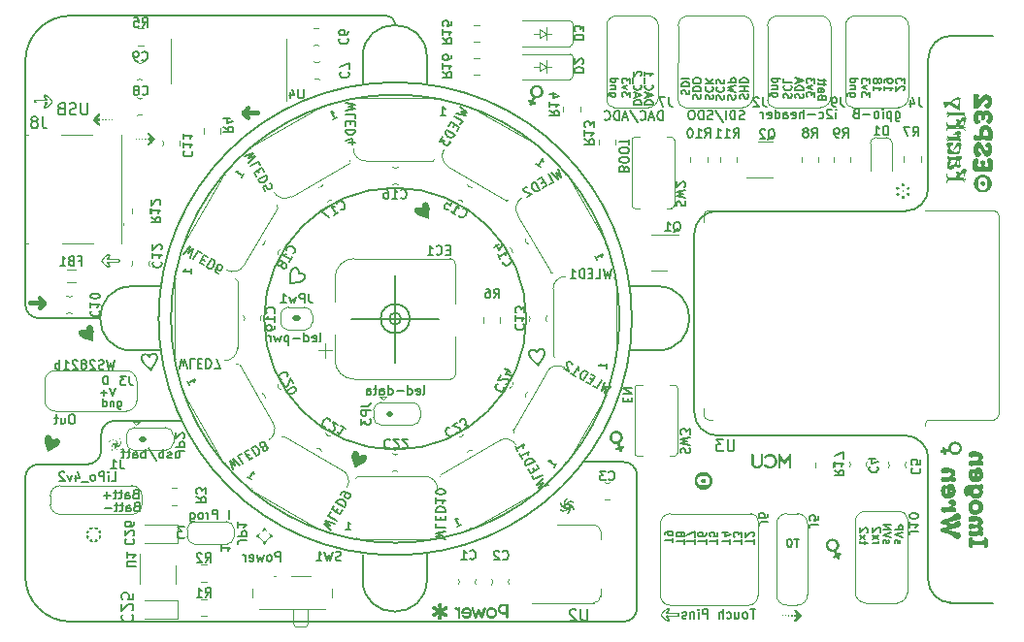
<source format=gbr>
%TF.GenerationSoftware,KiCad,Pcbnew,7.0.1*%
%TF.CreationDate,2023-03-18T00:09:11+00:00*%
%TF.ProjectId,ImogenWren,496d6f67-656e-4577-9265-6e2e6b696361,rev?*%
%TF.SameCoordinates,Original*%
%TF.FileFunction,Legend,Bot*%
%TF.FilePolarity,Positive*%
%FSLAX46Y46*%
G04 Gerber Fmt 4.6, Leading zero omitted, Abs format (unit mm)*
G04 Created by KiCad (PCBNEW 7.0.1) date 2023-03-18 00:09:11*
%MOMM*%
%LPD*%
G01*
G04 APERTURE LIST*
%ADD10C,0.300000*%
%ADD11C,0.150000*%
%ADD12C,0.120000*%
%ADD13C,0.100000*%
%ADD14C,0.500000*%
G04 APERTURE END LIST*
D10*
G36*
X187994032Y-83306938D02*
G01*
X187994962Y-83289543D01*
X187997753Y-83273078D01*
X188002404Y-83257543D01*
X188008916Y-83242938D01*
X188017288Y-83229264D01*
X188027520Y-83216520D01*
X188032134Y-83211683D01*
X188044401Y-83200706D01*
X188057615Y-83191590D01*
X188071778Y-83184335D01*
X188086888Y-83178939D01*
X188102947Y-83175404D01*
X188119954Y-83173730D01*
X188127022Y-83173581D01*
X188142021Y-83174325D01*
X188159931Y-83177349D01*
X188176911Y-83182697D01*
X188192961Y-83190372D01*
X188208081Y-83200372D01*
X188219507Y-83210046D01*
X188230337Y-83221209D01*
X188240212Y-83233293D01*
X188248770Y-83245732D01*
X188256011Y-83258526D01*
X188263212Y-83275018D01*
X188268355Y-83292064D01*
X188271440Y-83309665D01*
X188272469Y-83327821D01*
X188271759Y-83342990D01*
X188268876Y-83360053D01*
X188263774Y-83375004D01*
X188256454Y-83387845D01*
X188244741Y-83400467D01*
X188232541Y-83408664D01*
X188227040Y-83411352D01*
X188212664Y-83417157D01*
X188197931Y-83421978D01*
X188182840Y-83425815D01*
X188167391Y-83428668D01*
X188151585Y-83430537D01*
X188135420Y-83431423D01*
X188128854Y-83431502D01*
X188112856Y-83430246D01*
X188098087Y-83426926D01*
X188083103Y-83421531D01*
X188081593Y-83420877D01*
X188068398Y-83414408D01*
X188054688Y-83406065D01*
X188041979Y-83396505D01*
X188038362Y-83393400D01*
X188027099Y-83382366D01*
X188017125Y-83370330D01*
X188008438Y-83357293D01*
X188006855Y-83354565D01*
X188000093Y-83340311D01*
X187995835Y-83325485D01*
X187994082Y-83310086D01*
X187994032Y-83306938D01*
G37*
G36*
X188000260Y-83841830D02*
G01*
X188000987Y-83826465D01*
X188003941Y-83808612D01*
X188009166Y-83792262D01*
X188016663Y-83777414D01*
X188026433Y-83764069D01*
X188038474Y-83752226D01*
X188046789Y-83745842D01*
X188061483Y-83736343D01*
X188076713Y-83728454D01*
X188092480Y-83722175D01*
X188108784Y-83717506D01*
X188125625Y-83714447D01*
X188143002Y-83712998D01*
X188150103Y-83712869D01*
X188166152Y-83713540D01*
X188181323Y-83715553D01*
X188195618Y-83718907D01*
X188211615Y-83724703D01*
X188226350Y-83732431D01*
X188237664Y-83740347D01*
X188249493Y-83751617D01*
X188258874Y-83764819D01*
X188265807Y-83779953D01*
X188270294Y-83797019D01*
X188272163Y-83812716D01*
X188272469Y-83822779D01*
X188271759Y-83839294D01*
X188269630Y-83854950D01*
X188266081Y-83869748D01*
X188261112Y-83883687D01*
X188252904Y-83899903D01*
X188242479Y-83914778D01*
X188232541Y-83925711D01*
X188227040Y-83930856D01*
X188215374Y-83940216D01*
X188203089Y-83948327D01*
X188186864Y-83956712D01*
X188173188Y-83962015D01*
X188158894Y-83966071D01*
X188143982Y-83968879D01*
X188128451Y-83970439D01*
X188116398Y-83970790D01*
X188101538Y-83969815D01*
X188084673Y-83966071D01*
X188068865Y-83959519D01*
X188054113Y-83950160D01*
X188042627Y-83940216D01*
X188033966Y-83930856D01*
X188024256Y-83918057D01*
X188016192Y-83904846D01*
X188009773Y-83891223D01*
X188005000Y-83877189D01*
X188001873Y-83862744D01*
X188000392Y-83847887D01*
X188000260Y-83841830D01*
G37*
G36*
X188924598Y-83325256D02*
G01*
X188925957Y-83309507D01*
X188929505Y-83295026D01*
X188935256Y-83280256D01*
X188938519Y-83273599D01*
X188945778Y-83260364D01*
X188953998Y-83247770D01*
X188963180Y-83235817D01*
X188973324Y-83224506D01*
X188984177Y-83213996D01*
X188995855Y-83204447D01*
X189008358Y-83195861D01*
X189021684Y-83188236D01*
X189035285Y-83181824D01*
X189050258Y-83176801D01*
X189064884Y-83174096D01*
X189074440Y-83173581D01*
X189090515Y-83174493D01*
X189105767Y-83177230D01*
X189120197Y-83181792D01*
X189133803Y-83188178D01*
X189146586Y-83196389D01*
X189158547Y-83206425D01*
X189163101Y-83210950D01*
X189173444Y-83222986D01*
X189182034Y-83235737D01*
X189188871Y-83249204D01*
X189193955Y-83263386D01*
X189197286Y-83278284D01*
X189198864Y-83293897D01*
X189199004Y-83300343D01*
X189198295Y-83315066D01*
X189195411Y-83332376D01*
X189190309Y-83348469D01*
X189182989Y-83363345D01*
X189173450Y-83377005D01*
X189161694Y-83389448D01*
X189153575Y-83396331D01*
X189139101Y-83406463D01*
X189124073Y-83414878D01*
X189108490Y-83421575D01*
X189092352Y-83426556D01*
X189075660Y-83429819D01*
X189058413Y-83431364D01*
X189051360Y-83431502D01*
X189034852Y-83430523D01*
X189018576Y-83427586D01*
X189002531Y-83422692D01*
X188986719Y-83415840D01*
X188973719Y-83408634D01*
X188965997Y-83403658D01*
X188954070Y-83394306D01*
X188942427Y-83381666D01*
X188933694Y-83367481D01*
X188927872Y-83351750D01*
X188924961Y-83334474D01*
X188924598Y-83325256D01*
G37*
G36*
X188472870Y-83039125D02*
G01*
X188473351Y-83022542D01*
X188474794Y-83006863D01*
X188477198Y-82992088D01*
X188481556Y-82974891D01*
X188487416Y-82959108D01*
X188494779Y-82944738D01*
X188503645Y-82931781D01*
X188514158Y-82920382D01*
X188526693Y-82910915D01*
X188541249Y-82903380D01*
X188557827Y-82897778D01*
X188572544Y-82894686D01*
X188588556Y-82892832D01*
X188605861Y-82892213D01*
X188623605Y-82893331D01*
X188639971Y-82896686D01*
X188654960Y-82902276D01*
X188668572Y-82910102D01*
X188680806Y-82920165D01*
X188691663Y-82932463D01*
X188695620Y-82938009D01*
X188704380Y-82952508D01*
X188711655Y-82967382D01*
X188717446Y-82982633D01*
X188721752Y-82998259D01*
X188724573Y-83014260D01*
X188725909Y-83030638D01*
X188726028Y-83037294D01*
X188724991Y-83053022D01*
X188721878Y-83068606D01*
X188716690Y-83084048D01*
X188715404Y-83087119D01*
X188708877Y-83100521D01*
X188701248Y-83113111D01*
X188692519Y-83124890D01*
X188687193Y-83131083D01*
X188675473Y-83142274D01*
X188662750Y-83152034D01*
X188649026Y-83160363D01*
X188646161Y-83161857D01*
X188631327Y-83168040D01*
X188616136Y-83171933D01*
X188600587Y-83173535D01*
X188597434Y-83173581D01*
X188582739Y-83172066D01*
X188567870Y-83167520D01*
X188554203Y-83160758D01*
X188540665Y-83152029D01*
X188527985Y-83141868D01*
X188517308Y-83131499D01*
X188513903Y-83127786D01*
X188504327Y-83116190D01*
X188495794Y-83104074D01*
X188488304Y-83091435D01*
X188484594Y-83084188D01*
X188478412Y-83069713D01*
X188474256Y-83054203D01*
X188472870Y-83039125D01*
G37*
G36*
X188926796Y-83818749D02*
G01*
X188927699Y-83803407D01*
X188931168Y-83786509D01*
X188937239Y-83771259D01*
X188945911Y-83757657D01*
X188957186Y-83745705D01*
X188963798Y-83740347D01*
X188978074Y-83731009D01*
X188993148Y-83723603D01*
X189009020Y-83718129D01*
X189025691Y-83714587D01*
X189043161Y-83712977D01*
X189049161Y-83712869D01*
X189066156Y-83713701D01*
X189082792Y-83716197D01*
X189099071Y-83720356D01*
X189114992Y-83726179D01*
X189130556Y-83733665D01*
X189145761Y-83742815D01*
X189151743Y-83746941D01*
X189165359Y-83758145D01*
X189176666Y-83770691D01*
X189185666Y-83784578D01*
X189192358Y-83799806D01*
X189196743Y-83816377D01*
X189198820Y-83834289D01*
X189199004Y-83841830D01*
X189198478Y-83856702D01*
X189196338Y-83874100D01*
X189192553Y-83890175D01*
X189187122Y-83904927D01*
X189180045Y-83918354D01*
X189171322Y-83930458D01*
X189165299Y-83937084D01*
X189154095Y-83946794D01*
X189141550Y-83954859D01*
X189127662Y-83961277D01*
X189112434Y-83966050D01*
X189095863Y-83969177D01*
X189077951Y-83970658D01*
X189070410Y-83970790D01*
X189055128Y-83969718D01*
X189040194Y-83966501D01*
X189025607Y-83961139D01*
X189017654Y-83957234D01*
X189003840Y-83948766D01*
X188990838Y-83939022D01*
X188978647Y-83928003D01*
X188972225Y-83921331D01*
X188962631Y-83909905D01*
X188953998Y-83897975D01*
X188945436Y-83883952D01*
X188939618Y-83872604D01*
X188933420Y-83857679D01*
X188929250Y-83842581D01*
X188927109Y-83827308D01*
X188926796Y-83818749D01*
G37*
G36*
X188470672Y-84120999D02*
G01*
X188471710Y-84104863D01*
X188474418Y-84090158D01*
X188478807Y-84075278D01*
X188481297Y-84068609D01*
X188487853Y-84053823D01*
X188495568Y-84039964D01*
X188504442Y-84027032D01*
X188509873Y-84020249D01*
X188520464Y-84008699D01*
X188532040Y-83998366D01*
X188544601Y-83989250D01*
X188552005Y-83984712D01*
X188565867Y-83977982D01*
X188580251Y-83973455D01*
X188595156Y-83971130D01*
X188603662Y-83970790D01*
X188618800Y-83971891D01*
X188633299Y-83975195D01*
X188647161Y-83980701D01*
X188654587Y-83984712D01*
X188666990Y-83993064D01*
X188679413Y-84003569D01*
X188690403Y-84015361D01*
X188693422Y-84019150D01*
X188702552Y-84032474D01*
X188710252Y-84046799D01*
X188715957Y-84060548D01*
X188717602Y-84065312D01*
X188721675Y-84079766D01*
X188724415Y-84094279D01*
X188725896Y-84110472D01*
X188726028Y-84116969D01*
X188725484Y-84132139D01*
X188723275Y-84149974D01*
X188719366Y-84166557D01*
X188713758Y-84181888D01*
X188706450Y-84195966D01*
X188697443Y-84208793D01*
X188691223Y-84215887D01*
X188679703Y-84226336D01*
X188666895Y-84235014D01*
X188652798Y-84241921D01*
X188637414Y-84247057D01*
X188620741Y-84250422D01*
X188602781Y-84252016D01*
X188595236Y-84252158D01*
X188580277Y-84251165D01*
X188565855Y-84248186D01*
X188551970Y-84243222D01*
X188538621Y-84236272D01*
X188525809Y-84227337D01*
X188513534Y-84216416D01*
X188508774Y-84211491D01*
X188497797Y-84198463D01*
X188488681Y-84185023D01*
X188481426Y-84171171D01*
X188476030Y-84156909D01*
X188472495Y-84142234D01*
X188470821Y-84127149D01*
X188470672Y-84120999D01*
G37*
G36*
X188525627Y-83574384D02*
G01*
X188526955Y-83558584D01*
X188531624Y-83542890D01*
X188539655Y-83529398D01*
X188546876Y-83521627D01*
X188559637Y-83512064D01*
X188574426Y-83505630D01*
X188589275Y-83502539D01*
X188601464Y-83501844D01*
X188617490Y-83503495D01*
X188632183Y-83508451D01*
X188645543Y-83516710D01*
X188652389Y-83522726D01*
X188662484Y-83534933D01*
X188669275Y-83548473D01*
X188672762Y-83563347D01*
X188673272Y-83572185D01*
X188671898Y-83587779D01*
X188667068Y-83603187D01*
X188658760Y-83616334D01*
X188651290Y-83623843D01*
X188637994Y-83632875D01*
X188623250Y-83638951D01*
X188607057Y-83642071D01*
X188597434Y-83642527D01*
X188582390Y-83641360D01*
X188567163Y-83637254D01*
X188553732Y-83630193D01*
X188545777Y-83623843D01*
X188536036Y-83612376D01*
X188529484Y-83598997D01*
X188526119Y-83583706D01*
X188525627Y-83574384D01*
G37*
G36*
X168092133Y-119918843D02*
G01*
X168108207Y-119921797D01*
X168122347Y-119925997D01*
X168136557Y-119931705D01*
X168140630Y-119933613D01*
X168154598Y-119941013D01*
X168167969Y-119949431D01*
X168180744Y-119958865D01*
X168192923Y-119969316D01*
X168199615Y-119975744D01*
X168210700Y-119987600D01*
X168220873Y-120000088D01*
X168230134Y-120013206D01*
X168238484Y-120026955D01*
X168242846Y-120035095D01*
X168249413Y-120049413D01*
X168254366Y-120063836D01*
X168257707Y-120078365D01*
X168259435Y-120092998D01*
X168259699Y-120101407D01*
X168258366Y-120117607D01*
X168254366Y-120132822D01*
X168247701Y-120147051D01*
X168242846Y-120154530D01*
X168233134Y-120167426D01*
X168222959Y-120180149D01*
X168212320Y-120192697D01*
X168206209Y-120199593D01*
X168196341Y-120210859D01*
X168186884Y-120222674D01*
X168177839Y-120235039D01*
X168169207Y-120247953D01*
X168161834Y-120261875D01*
X168156567Y-120277262D01*
X168153687Y-120291928D01*
X168152420Y-120307716D01*
X168152354Y-120312433D01*
X168153270Y-120327637D01*
X168156490Y-120342990D01*
X168162787Y-120357874D01*
X168167008Y-120364457D01*
X168176919Y-120376035D01*
X168188332Y-120386038D01*
X168201248Y-120394467D01*
X168204011Y-120395964D01*
X168218179Y-120402383D01*
X168233206Y-120407442D01*
X168247464Y-120410832D01*
X168252371Y-120411718D01*
X168267122Y-120413666D01*
X168283308Y-120415083D01*
X168299279Y-120415713D01*
X168304029Y-120415748D01*
X168838188Y-120415748D01*
X168853099Y-120415568D01*
X168867881Y-120415027D01*
X168882534Y-120414125D01*
X168899466Y-120412617D01*
X168916223Y-120410619D01*
X168932855Y-120408620D01*
X168949733Y-120407113D01*
X168964395Y-120406211D01*
X168979237Y-120405670D01*
X168994259Y-120405490D01*
X169012016Y-120406085D01*
X169028468Y-120407871D01*
X169043615Y-120410848D01*
X169060713Y-120416243D01*
X169075772Y-120423499D01*
X169088792Y-120432615D01*
X169099772Y-120443592D01*
X169108849Y-120456216D01*
X169116387Y-120470504D01*
X169122387Y-120486455D01*
X169126849Y-120504070D01*
X169129310Y-120519360D01*
X169130787Y-120535715D01*
X169131279Y-120553135D01*
X169130856Y-120570445D01*
X169129585Y-120586474D01*
X169127467Y-120601220D01*
X169123628Y-120617849D01*
X169118465Y-120632475D01*
X169110522Y-120647382D01*
X169104168Y-120655717D01*
X169093336Y-120666347D01*
X169081448Y-120675432D01*
X169068504Y-120682971D01*
X169054503Y-120688964D01*
X169039446Y-120693412D01*
X169034193Y-120694551D01*
X169018794Y-120697406D01*
X169002823Y-120699331D01*
X168986279Y-120700326D01*
X168969163Y-120700390D01*
X168951475Y-120699524D01*
X168933214Y-120697728D01*
X168925749Y-120696749D01*
X168910808Y-120694689D01*
X168896028Y-120692903D01*
X168881407Y-120691391D01*
X168863357Y-120689889D01*
X168845558Y-120688815D01*
X168828009Y-120688171D01*
X168810711Y-120687957D01*
X168295602Y-120687957D01*
X168280639Y-120688323D01*
X168262868Y-120689811D01*
X168246135Y-120692445D01*
X168230439Y-120696223D01*
X168215781Y-120701146D01*
X168202160Y-120707214D01*
X168194486Y-120711404D01*
X168180790Y-120721695D01*
X168169928Y-120735258D01*
X168163041Y-120749059D01*
X168158121Y-120765132D01*
X168155603Y-120779626D01*
X168154343Y-120795575D01*
X168154186Y-120804094D01*
X168154957Y-120819101D01*
X168157728Y-120834534D01*
X168163253Y-120849706D01*
X168170306Y-120861247D01*
X168179341Y-120872849D01*
X168188724Y-120884160D01*
X168198455Y-120895182D01*
X168204011Y-120901181D01*
X168213935Y-120912476D01*
X168223512Y-120924931D01*
X168232740Y-120938545D01*
X168237717Y-120946610D01*
X168244609Y-120961058D01*
X168249024Y-120975767D01*
X168251932Y-120992404D01*
X168253224Y-121008199D01*
X168253470Y-121019516D01*
X168252417Y-121035087D01*
X168249257Y-121050291D01*
X168243991Y-121065129D01*
X168236618Y-121079600D01*
X168227665Y-121093545D01*
X168217658Y-121106803D01*
X168206599Y-121119373D01*
X168196058Y-121129809D01*
X168194486Y-121131257D01*
X168183128Y-121140917D01*
X168171174Y-121149700D01*
X168158625Y-121157607D01*
X168145479Y-121164637D01*
X168137699Y-121168260D01*
X168123860Y-121173542D01*
X168108301Y-121177990D01*
X168093016Y-121180743D01*
X168078007Y-121181802D01*
X168076150Y-121181816D01*
X168060451Y-121177357D01*
X168046178Y-121169876D01*
X168031293Y-121160589D01*
X168017020Y-121150824D01*
X168007640Y-121144080D01*
X167994462Y-121134211D01*
X167980758Y-121123655D01*
X167966527Y-121112412D01*
X167951769Y-121100483D01*
X167940356Y-121091085D01*
X167928646Y-121081300D01*
X167916639Y-121071129D01*
X167904337Y-121060572D01*
X167891738Y-121049628D01*
X167887473Y-121045894D01*
X167874562Y-121034516D01*
X167861524Y-121022912D01*
X167848356Y-121011083D01*
X167835060Y-120999028D01*
X167821634Y-120986748D01*
X167808080Y-120974243D01*
X167794397Y-120961512D01*
X167780586Y-120948556D01*
X167766645Y-120935374D01*
X167752576Y-120921967D01*
X167743125Y-120912904D01*
X167728959Y-120899263D01*
X167715038Y-120885680D01*
X167701362Y-120872155D01*
X167687930Y-120858688D01*
X167674743Y-120845279D01*
X167661801Y-120831928D01*
X167649103Y-120818634D01*
X167636650Y-120805399D01*
X167624442Y-120792222D01*
X167612479Y-120779103D01*
X167604639Y-120770389D01*
X167593148Y-120757450D01*
X167582031Y-120744736D01*
X167571287Y-120732248D01*
X167560916Y-120719985D01*
X167550919Y-120707947D01*
X167541296Y-120696135D01*
X167532046Y-120684549D01*
X167520293Y-120669451D01*
X167509205Y-120654753D01*
X167501325Y-120643993D01*
X167491622Y-120630134D01*
X167483212Y-120617134D01*
X167474520Y-120602091D01*
X167467849Y-120588390D01*
X167462513Y-120573720D01*
X167459966Y-120559046D01*
X167459925Y-120557165D01*
X167461275Y-120543975D01*
X167586687Y-120543975D01*
X167588002Y-120559050D01*
X167591947Y-120575421D01*
X167597421Y-120590487D01*
X167604827Y-120606505D01*
X167612474Y-120620582D01*
X167614165Y-120623476D01*
X167623136Y-120638009D01*
X167632877Y-120652757D01*
X167643386Y-120667719D01*
X167652348Y-120679844D01*
X167661802Y-120692105D01*
X167671748Y-120704505D01*
X167682187Y-120717041D01*
X167684873Y-120720197D01*
X167695830Y-120732842D01*
X167707084Y-120745499D01*
X167718636Y-120758167D01*
X167730485Y-120770846D01*
X167742633Y-120783538D01*
X167755078Y-120796240D01*
X167767820Y-120808954D01*
X167780861Y-120821680D01*
X167794015Y-120834170D01*
X167807101Y-120846363D01*
X167820119Y-120858259D01*
X167833067Y-120869856D01*
X167845947Y-120881156D01*
X167858759Y-120892159D01*
X167871501Y-120902864D01*
X167884175Y-120913271D01*
X167896672Y-120923288D01*
X167908882Y-120932825D01*
X167920806Y-120941881D01*
X167935308Y-120952525D01*
X167949364Y-120962418D01*
X167962972Y-120971559D01*
X167976133Y-120979949D01*
X167990824Y-120988540D01*
X168004125Y-120995353D01*
X168017885Y-121001056D01*
X168032793Y-121004833D01*
X168038415Y-121005228D01*
X168053510Y-121003322D01*
X168066148Y-120995578D01*
X168068823Y-120991673D01*
X168074082Y-120977494D01*
X168076086Y-120962227D01*
X168076150Y-120958700D01*
X168074800Y-120942644D01*
X168070751Y-120927815D01*
X168064001Y-120914213D01*
X168054552Y-120901839D01*
X168047940Y-120895319D01*
X168035245Y-120884259D01*
X168024057Y-120874779D01*
X168012585Y-120865300D01*
X168000830Y-120855820D01*
X167988791Y-120846340D01*
X167986757Y-120844760D01*
X167974560Y-120835062D01*
X167962697Y-120824925D01*
X167951170Y-120814351D01*
X167939977Y-120803338D01*
X167929119Y-120791888D01*
X167925574Y-120787974D01*
X167915863Y-120775442D01*
X167908161Y-120761750D01*
X167902468Y-120746900D01*
X167898784Y-120730890D01*
X167897110Y-120713721D01*
X167896998Y-120707740D01*
X167898250Y-120692177D01*
X167902007Y-120677544D01*
X167908268Y-120663841D01*
X167909821Y-120661212D01*
X167918357Y-120648683D01*
X167928397Y-120637656D01*
X167939938Y-120628132D01*
X167942427Y-120626407D01*
X167955257Y-120618243D01*
X167969017Y-120611152D01*
X167983708Y-120605134D01*
X167986757Y-120604059D01*
X168001762Y-120599616D01*
X168016553Y-120596818D01*
X168032575Y-120595641D01*
X168034018Y-120595633D01*
X168049297Y-120595965D01*
X168064541Y-120596961D01*
X168079751Y-120598621D01*
X168094926Y-120600945D01*
X168110067Y-120603933D01*
X168125174Y-120607585D01*
X168140247Y-120611902D01*
X168155285Y-120616882D01*
X168170323Y-120621776D01*
X168185395Y-120626018D01*
X168200502Y-120629607D01*
X168215643Y-120632544D01*
X168230819Y-120634828D01*
X168246029Y-120636460D01*
X168261273Y-120637438D01*
X168276551Y-120637765D01*
X168814741Y-120637765D01*
X168829802Y-120637198D01*
X168844965Y-120635683D01*
X168858338Y-120633735D01*
X168873164Y-120630522D01*
X168887418Y-120626379D01*
X168902436Y-120620747D01*
X168903767Y-120620179D01*
X168917388Y-120612635D01*
X168929537Y-120603099D01*
X168939304Y-120592702D01*
X168947648Y-120578983D01*
X168952227Y-120564557D01*
X168953902Y-120549983D01*
X168953959Y-120546540D01*
X168952713Y-120531599D01*
X168948405Y-120517174D01*
X168940113Y-120503950D01*
X168938205Y-120501844D01*
X168926509Y-120491383D01*
X168913081Y-120483173D01*
X168899371Y-120477663D01*
X168884537Y-120473320D01*
X168869346Y-120469907D01*
X168853797Y-120467424D01*
X168850644Y-120467039D01*
X168835453Y-120465300D01*
X168820148Y-120464131D01*
X168806314Y-120463742D01*
X168283146Y-120463742D01*
X168266820Y-120464039D01*
X168250631Y-120464932D01*
X168234580Y-120466421D01*
X168218666Y-120468504D01*
X168202889Y-120471183D01*
X168187250Y-120474458D01*
X168171748Y-120478328D01*
X168156384Y-120482793D01*
X168141054Y-120487258D01*
X168125655Y-120491127D01*
X168110188Y-120494402D01*
X168094652Y-120497081D01*
X168079047Y-120499164D01*
X168063373Y-120500653D01*
X168047631Y-120501546D01*
X168031820Y-120501844D01*
X168015647Y-120501021D01*
X168000099Y-120498552D01*
X167985178Y-120494438D01*
X167970883Y-120488677D01*
X167957214Y-120481271D01*
X167944172Y-120472220D01*
X167939130Y-120468138D01*
X167927520Y-120457086D01*
X167917878Y-120444997D01*
X167910204Y-120431870D01*
X167904497Y-120417706D01*
X167900758Y-120402504D01*
X167898987Y-120386264D01*
X167898830Y-120379478D01*
X167899834Y-120363382D01*
X167902848Y-120348343D01*
X167907872Y-120334359D01*
X167914904Y-120321432D01*
X167923946Y-120309561D01*
X167927406Y-120305839D01*
X167938303Y-120294904D01*
X167949560Y-120284355D01*
X167961178Y-120274193D01*
X167973156Y-120264417D01*
X167985495Y-120255027D01*
X167989688Y-120251983D01*
X168002147Y-120242907D01*
X168014246Y-120234088D01*
X168027905Y-120224126D01*
X168041074Y-120214514D01*
X168051970Y-120206554D01*
X168063105Y-120196959D01*
X168072481Y-120185264D01*
X168078760Y-120171177D01*
X168080547Y-120157827D01*
X168079509Y-120142457D01*
X168076396Y-120127946D01*
X168070576Y-120112975D01*
X168069922Y-120111666D01*
X168060410Y-120099568D01*
X168046482Y-120092492D01*
X168031802Y-120090437D01*
X168029988Y-120090416D01*
X168015596Y-120093533D01*
X168001920Y-120099716D01*
X167987738Y-120107830D01*
X167973935Y-120116795D01*
X167961434Y-120125422D01*
X167948432Y-120134820D01*
X167934930Y-120144986D01*
X167920926Y-120155921D01*
X167909363Y-120165223D01*
X167897479Y-120175018D01*
X167885274Y-120185305D01*
X167872772Y-120195987D01*
X167860178Y-120206966D01*
X167847493Y-120218243D01*
X167834716Y-120229818D01*
X167821848Y-120241691D01*
X167808887Y-120253861D01*
X167795836Y-120266329D01*
X167782692Y-120279094D01*
X167769652Y-120291980D01*
X167756909Y-120304808D01*
X167744465Y-120317579D01*
X167732317Y-120330293D01*
X167720468Y-120342950D01*
X167708916Y-120355550D01*
X167697661Y-120368092D01*
X167686705Y-120380577D01*
X167676132Y-120392862D01*
X167666028Y-120404986D01*
X167656394Y-120416950D01*
X167647229Y-120428754D01*
X167636433Y-120443283D01*
X167626371Y-120457562D01*
X167617042Y-120471591D01*
X167615264Y-120474366D01*
X167607031Y-120487658D01*
X167598994Y-120502427D01*
X167592966Y-120515908D01*
X167588473Y-120530008D01*
X167586687Y-120543975D01*
X167461275Y-120543975D01*
X167461458Y-120542189D01*
X167466056Y-120525566D01*
X167472230Y-120510453D01*
X167480532Y-120494196D01*
X167488706Y-120480365D01*
X167498243Y-120465802D01*
X167503523Y-120458246D01*
X167514680Y-120442784D01*
X167523506Y-120430970D01*
X167532725Y-120418969D01*
X167542336Y-120406782D01*
X167552341Y-120394407D01*
X167562738Y-120381846D01*
X167573528Y-120369098D01*
X167584711Y-120356163D01*
X167596287Y-120343042D01*
X167608256Y-120329734D01*
X167612333Y-120325256D01*
X167624663Y-120311792D01*
X167637200Y-120298328D01*
X167649943Y-120284864D01*
X167662891Y-120271400D01*
X167676046Y-120257937D01*
X167689407Y-120244473D01*
X167702974Y-120231009D01*
X167716747Y-120217545D01*
X167730726Y-120204081D01*
X167744911Y-120190617D01*
X167754482Y-120181641D01*
X167768837Y-120168290D01*
X167783050Y-120155164D01*
X167797122Y-120142264D01*
X167811051Y-120129589D01*
X167824839Y-120117139D01*
X167838486Y-120104915D01*
X167851990Y-120092916D01*
X167865353Y-120081143D01*
X167878575Y-120069595D01*
X167891654Y-120058272D01*
X167900295Y-120050849D01*
X167912973Y-120039983D01*
X167925317Y-120029503D01*
X167937325Y-120019409D01*
X167948999Y-120009702D01*
X167960338Y-120000381D01*
X167974935Y-119988554D01*
X167988937Y-119977415D01*
X168002343Y-119966962D01*
X168015155Y-119957196D01*
X168018265Y-119954862D01*
X168032719Y-119944202D01*
X168045169Y-119935348D01*
X168057466Y-119927110D01*
X168070500Y-119919630D01*
X168076150Y-119917859D01*
X168092133Y-119918843D01*
G37*
G36*
X179111025Y-120181624D02*
G01*
X179111517Y-120165915D01*
X179113406Y-120149120D01*
X179116712Y-120134566D01*
X179122359Y-120120418D01*
X179131175Y-120107984D01*
X179143128Y-120098688D01*
X179156967Y-120092732D01*
X179171341Y-120089246D01*
X179188034Y-120087254D01*
X179203715Y-120086735D01*
X179219572Y-120090134D01*
X179233737Y-120096558D01*
X179247888Y-120104715D01*
X179261097Y-120113383D01*
X179272592Y-120121540D01*
X179284596Y-120130522D01*
X179296978Y-120140064D01*
X179309738Y-120150168D01*
X179322875Y-120160833D01*
X179336391Y-120172058D01*
X179350284Y-120183845D01*
X179364555Y-120196192D01*
X179379204Y-120209101D01*
X179390312Y-120219106D01*
X179401516Y-120229336D01*
X179412817Y-120239791D01*
X179424215Y-120250472D01*
X179435709Y-120261378D01*
X179447300Y-120272509D01*
X179458988Y-120283866D01*
X179470772Y-120295449D01*
X179482653Y-120307256D01*
X179494630Y-120319289D01*
X179502668Y-120327437D01*
X179514590Y-120339619D01*
X179526312Y-120351711D01*
X179537834Y-120363713D01*
X179549157Y-120375625D01*
X179560280Y-120387447D01*
X179571203Y-120399178D01*
X179581927Y-120410820D01*
X179592451Y-120422371D01*
X179602775Y-120433832D01*
X179612900Y-120445203D01*
X179619539Y-120452733D01*
X179629263Y-120463899D01*
X179641708Y-120478476D01*
X179653558Y-120492699D01*
X179664812Y-120506566D01*
X179675471Y-120520079D01*
X179685534Y-120533236D01*
X179695003Y-120546039D01*
X179703875Y-120558487D01*
X179706001Y-120561543D01*
X179715711Y-120575994D01*
X179723775Y-120589121D01*
X179731280Y-120603126D01*
X179737040Y-120617056D01*
X179739706Y-120631153D01*
X179736415Y-120647009D01*
X179730194Y-120661175D01*
X179722294Y-120675325D01*
X179713900Y-120688534D01*
X179706001Y-120700029D01*
X179697259Y-120712045D01*
X179687888Y-120724461D01*
X179677888Y-120737278D01*
X179667258Y-120750496D01*
X179655998Y-120764114D01*
X179644108Y-120778133D01*
X179631589Y-120792553D01*
X179621786Y-120803631D01*
X179618440Y-120807374D01*
X179608248Y-120818678D01*
X179597870Y-120830060D01*
X179587305Y-120841519D01*
X179576554Y-120853055D01*
X179565615Y-120864668D01*
X179554490Y-120876359D01*
X179543179Y-120888127D01*
X179531680Y-120899972D01*
X179519995Y-120911895D01*
X179508122Y-120923895D01*
X179500104Y-120931938D01*
X179488062Y-120943859D01*
X179476117Y-120955581D01*
X179464269Y-120967103D01*
X179452517Y-120978426D01*
X179440861Y-120989549D01*
X179429303Y-121000472D01*
X179417840Y-121011196D01*
X179406475Y-121021720D01*
X179395206Y-121032044D01*
X179384034Y-121042169D01*
X179376639Y-121048808D01*
X179365683Y-121058545D01*
X179351394Y-121071047D01*
X179337473Y-121083000D01*
X179323917Y-121094403D01*
X179310728Y-121105257D01*
X179297905Y-121115561D01*
X179285449Y-121125315D01*
X179273359Y-121134520D01*
X179270394Y-121136735D01*
X179256154Y-121146762D01*
X179243202Y-121155089D01*
X179229361Y-121162839D01*
X179215556Y-121168787D01*
X179201517Y-121171540D01*
X179184262Y-121170471D01*
X179169042Y-121167264D01*
X179153858Y-121160820D01*
X179141443Y-121151466D01*
X179133007Y-121141132D01*
X179125155Y-121127107D01*
X179119232Y-121111960D01*
X179115238Y-121095691D01*
X179113349Y-121080853D01*
X179112857Y-121067859D01*
X179114031Y-121051542D01*
X179117555Y-121035612D01*
X179123428Y-121020067D01*
X179130332Y-121007049D01*
X179137403Y-120996418D01*
X179146703Y-120983770D01*
X179156466Y-120971379D01*
X179166692Y-120959246D01*
X179177383Y-120947371D01*
X179188537Y-120935753D01*
X179192358Y-120931938D01*
X179203542Y-120920526D01*
X179214288Y-120909372D01*
X179224597Y-120898476D01*
X179236069Y-120886089D01*
X179246946Y-120874052D01*
X179256368Y-120862031D01*
X179264302Y-120848292D01*
X179269615Y-120832836D01*
X179271126Y-120819098D01*
X179270276Y-120804178D01*
X179267136Y-120789344D01*
X179260713Y-120775783D01*
X179249874Y-120764851D01*
X179246946Y-120763044D01*
X179232852Y-120755564D01*
X179219497Y-120749158D01*
X179205363Y-120742981D01*
X179192358Y-120737765D01*
X179177383Y-120731330D01*
X179163232Y-120723751D01*
X179149905Y-120715027D01*
X179137403Y-120705158D01*
X179126664Y-120692290D01*
X179119785Y-120677348D01*
X179115757Y-120661806D01*
X179113720Y-120646926D01*
X179112881Y-120630293D01*
X179112857Y-120626756D01*
X179113456Y-120610494D01*
X179115254Y-120595823D01*
X179118993Y-120580320D01*
X179125538Y-120565130D01*
X179134431Y-120553061D01*
X179137403Y-120550186D01*
X179149905Y-120539813D01*
X179163232Y-120531044D01*
X179177383Y-120523877D01*
X179192358Y-120518312D01*
X179207173Y-120513618D01*
X179221209Y-120509062D01*
X179236069Y-120504100D01*
X179246946Y-120500361D01*
X179260713Y-120492316D01*
X179268765Y-120479770D01*
X179271126Y-120464457D01*
X179270238Y-120447460D01*
X179267571Y-120431364D01*
X179263128Y-120416170D01*
X179256907Y-120401877D01*
X179248908Y-120388486D01*
X179245847Y-120384223D01*
X179236226Y-120371738D01*
X179226321Y-120359562D01*
X179216133Y-120347695D01*
X179205662Y-120336138D01*
X179194907Y-120324889D01*
X179191259Y-120321209D01*
X179180285Y-120309977D01*
X179169620Y-120298540D01*
X179159265Y-120286896D01*
X179149219Y-120275047D01*
X179139481Y-120262991D01*
X179136304Y-120258927D01*
X179127713Y-120246163D01*
X179120900Y-120232600D01*
X179115864Y-120218239D01*
X179112605Y-120203079D01*
X179111124Y-120187121D01*
X179111025Y-120181624D01*
G37*
G36*
X178840648Y-120631153D02*
G01*
X178841262Y-120614681D01*
X178843466Y-120598303D01*
X178847861Y-120582999D01*
X178853471Y-120572168D01*
X178864369Y-120562122D01*
X178879500Y-120556261D01*
X178894754Y-120553787D01*
X178910257Y-120553117D01*
X178927525Y-120553645D01*
X178942784Y-120555229D01*
X178958046Y-120558413D01*
X178972139Y-120563811D01*
X178979134Y-120568138D01*
X178989567Y-120580589D01*
X178995131Y-120595289D01*
X178997971Y-120611608D01*
X178998898Y-120628163D01*
X178998918Y-120631153D01*
X178998286Y-120648154D01*
X178996393Y-120662889D01*
X178992589Y-120677214D01*
X178985173Y-120691099D01*
X178980966Y-120695633D01*
X178966955Y-120703940D01*
X178951728Y-120708371D01*
X178935474Y-120710633D01*
X178919366Y-120711371D01*
X178916486Y-120711386D01*
X178900866Y-120710717D01*
X178885184Y-120708242D01*
X178870609Y-120703182D01*
X178858483Y-120694642D01*
X178856402Y-120692336D01*
X178848787Y-120679794D01*
X178844110Y-120665580D01*
X178841633Y-120650776D01*
X178840664Y-120633763D01*
X178840648Y-120631153D01*
G37*
G36*
X178564410Y-120637381D02*
G01*
X178565076Y-120621766D01*
X178567469Y-120606109D01*
X178572241Y-120591288D01*
X178578331Y-120580594D01*
X178589380Y-120570548D01*
X178603728Y-120564688D01*
X178619985Y-120562009D01*
X178631821Y-120561543D01*
X178649595Y-120562700D01*
X178664999Y-120566169D01*
X178680922Y-120573757D01*
X178693142Y-120584959D01*
X178701659Y-120599775D01*
X178705806Y-120614229D01*
X178707584Y-120630996D01*
X178707658Y-120635549D01*
X178706570Y-120652293D01*
X178703307Y-120666804D01*
X178696170Y-120681804D01*
X178685633Y-120693316D01*
X178671698Y-120701339D01*
X178654363Y-120705874D01*
X178638049Y-120706990D01*
X178620790Y-120705902D01*
X178605832Y-120702640D01*
X178590370Y-120695502D01*
X178578505Y-120684965D01*
X178570235Y-120671030D01*
X178565560Y-120653696D01*
X178564410Y-120637381D01*
G37*
G36*
X178294033Y-120612468D02*
G01*
X178295627Y-120597849D01*
X178301136Y-120584053D01*
X178310582Y-120572833D01*
X178314183Y-120569970D01*
X178327492Y-120562049D01*
X178342233Y-120557061D01*
X178358404Y-120555008D01*
X178361810Y-120554949D01*
X178376787Y-120556523D01*
X178391360Y-120561891D01*
X178403942Y-120571069D01*
X178413537Y-120582852D01*
X178419149Y-120596540D01*
X178420795Y-120610636D01*
X178419288Y-120625429D01*
X178414079Y-120639826D01*
X178405148Y-120652076D01*
X178401744Y-120655333D01*
X178388799Y-120664220D01*
X178373780Y-120669816D01*
X178358488Y-120672037D01*
X178353017Y-120672185D01*
X178338041Y-120670361D01*
X178323467Y-120664139D01*
X178311947Y-120654650D01*
X178310885Y-120653501D01*
X178301998Y-120641308D01*
X178296024Y-120627234D01*
X178294033Y-120612468D01*
G37*
G36*
X178047103Y-120623459D02*
G01*
X178049473Y-120608638D01*
X178057389Y-120595722D01*
X178063956Y-120590120D01*
X178077214Y-120582976D01*
X178091708Y-120579129D01*
X178102058Y-120578396D01*
X178117399Y-120580128D01*
X178131181Y-120585323D01*
X178142358Y-120593051D01*
X178152628Y-120605021D01*
X178158157Y-120618948D01*
X178159211Y-120629321D01*
X178156841Y-120643815D01*
X178148925Y-120656262D01*
X178142358Y-120661561D01*
X178129100Y-120668035D01*
X178114606Y-120671521D01*
X178104256Y-120672185D01*
X178088915Y-120670584D01*
X178073957Y-120665183D01*
X178063956Y-120658630D01*
X178053686Y-120647158D01*
X178047910Y-120632405D01*
X178047103Y-120623459D01*
G37*
G36*
X182490725Y-113906288D02*
G01*
X182511213Y-113907739D01*
X182531530Y-113909923D01*
X182551678Y-113912840D01*
X182571656Y-113916489D01*
X182591464Y-113920872D01*
X182611102Y-113925988D01*
X182630571Y-113931836D01*
X182643455Y-113936143D01*
X182662565Y-113943180D01*
X182681354Y-113950886D01*
X182699822Y-113959261D01*
X182717970Y-113968304D01*
X182735796Y-113978015D01*
X182753302Y-113988394D01*
X182770488Y-113999441D01*
X182787352Y-114011157D01*
X182803896Y-114023542D01*
X182820118Y-114036594D01*
X182830755Y-114045667D01*
X182846280Y-114059749D01*
X182861214Y-114074454D01*
X182875557Y-114089782D01*
X182889311Y-114105735D01*
X182902474Y-114122310D01*
X182915046Y-114139509D01*
X182927028Y-114157332D01*
X182938420Y-114175778D01*
X182949221Y-114194847D01*
X182956094Y-114207907D01*
X182962705Y-114221243D01*
X182965911Y-114228015D01*
X182975959Y-114250439D01*
X182985122Y-114272720D01*
X182993400Y-114294858D01*
X183000793Y-114316852D01*
X183007301Y-114338703D01*
X183012925Y-114360410D01*
X183017664Y-114381975D01*
X183021518Y-114403396D01*
X183024488Y-114424674D01*
X183026573Y-114445809D01*
X183027773Y-114466800D01*
X183028088Y-114487648D01*
X183027518Y-114508353D01*
X183026064Y-114528915D01*
X183023725Y-114549333D01*
X183020501Y-114569608D01*
X183016443Y-114589713D01*
X183011641Y-114609704D01*
X183006093Y-114629582D01*
X182999801Y-114649345D01*
X182992765Y-114668995D01*
X182984983Y-114688531D01*
X182976457Y-114707953D01*
X182967186Y-114727261D01*
X182957171Y-114746456D01*
X182946411Y-114765537D01*
X182934906Y-114784503D01*
X182922656Y-114803356D01*
X182909662Y-114822096D01*
X182895923Y-114840721D01*
X182881439Y-114859232D01*
X182866210Y-114877630D01*
X182856261Y-114889371D01*
X182846970Y-114901060D01*
X182836962Y-114914633D01*
X182827850Y-114928136D01*
X182820753Y-114939655D01*
X182814570Y-114953755D01*
X182812101Y-114969101D01*
X182813348Y-114985694D01*
X182817373Y-115000909D01*
X182822812Y-115014288D01*
X182862139Y-115098626D01*
X182868817Y-115112282D01*
X182877218Y-115127603D01*
X182885681Y-115140981D01*
X182895917Y-115154469D01*
X182906241Y-115165160D01*
X182916653Y-115173053D01*
X182930751Y-115180475D01*
X182945162Y-115185428D01*
X182959886Y-115187909D01*
X182974924Y-115187921D01*
X182989938Y-115186200D01*
X183004921Y-115183332D01*
X183019874Y-115179315D01*
X183034798Y-115174150D01*
X183049451Y-115168731D01*
X183064082Y-115164132D01*
X183078691Y-115160352D01*
X183093278Y-115157390D01*
X183109192Y-115155892D01*
X183124689Y-115157338D01*
X183139769Y-115161729D01*
X183147966Y-115165441D01*
X183160745Y-115174262D01*
X183171544Y-115185516D01*
X183180517Y-115197789D01*
X183189227Y-115212486D01*
X183196286Y-115226586D01*
X183202245Y-115241376D01*
X183206188Y-115255863D01*
X183208257Y-115272847D01*
X183207423Y-115289395D01*
X183203685Y-115305506D01*
X183199579Y-115316004D01*
X183191511Y-115330894D01*
X183181556Y-115344361D01*
X183169716Y-115356405D01*
X183155990Y-115367026D01*
X183143112Y-115374791D01*
X183134756Y-115378975D01*
X183119395Y-115386621D01*
X183105685Y-115394465D01*
X183091412Y-115404138D01*
X183079518Y-115414095D01*
X183068646Y-115426070D01*
X183064978Y-115431321D01*
X183056957Y-115445545D01*
X183051208Y-115459873D01*
X183047730Y-115474304D01*
X183046524Y-115488838D01*
X183046962Y-115503540D01*
X183048751Y-115518320D01*
X183051889Y-115533178D01*
X183056378Y-115548113D01*
X183061115Y-115562933D01*
X183065001Y-115577442D01*
X183068354Y-115593394D01*
X183070216Y-115605530D01*
X183071016Y-115620793D01*
X183069467Y-115635681D01*
X183065569Y-115650193D01*
X183062388Y-115658093D01*
X183053279Y-115671916D01*
X183042677Y-115682140D01*
X183028997Y-115691904D01*
X183014822Y-115699907D01*
X183006887Y-115703781D01*
X182991589Y-115710218D01*
X182977322Y-115714782D01*
X182961979Y-115717739D01*
X182946163Y-115717996D01*
X182937209Y-115716465D01*
X182922265Y-115711556D01*
X182908753Y-115704509D01*
X182896674Y-115695322D01*
X182890583Y-115689294D01*
X182880239Y-115677298D01*
X182870340Y-115664200D01*
X182861915Y-115651631D01*
X182855826Y-115641632D01*
X182847395Y-115628535D01*
X182838404Y-115616406D01*
X182828854Y-115605246D01*
X182818745Y-115595053D01*
X182806289Y-115585225D01*
X182792295Y-115577586D01*
X182776764Y-115572134D01*
X182767471Y-115570050D01*
X182751140Y-115569000D01*
X182735075Y-115570939D01*
X182719985Y-115574726D01*
X182703679Y-115580473D01*
X182689160Y-115586760D01*
X182673162Y-115593528D01*
X182657543Y-115598739D01*
X182642303Y-115602392D01*
X182627442Y-115604486D01*
X182610108Y-115604942D01*
X182593320Y-115603154D01*
X182577383Y-115598733D01*
X182562737Y-115590924D01*
X182549383Y-115579728D01*
X182539240Y-115567811D01*
X182529994Y-115553541D01*
X182523243Y-115540431D01*
X182516792Y-115525495D01*
X182511856Y-115511609D01*
X182507935Y-115496332D01*
X182506119Y-115480419D01*
X182507681Y-115464753D01*
X182508149Y-115462983D01*
X182513655Y-115447857D01*
X182521373Y-115434320D01*
X182531304Y-115422374D01*
X182537777Y-115416425D01*
X182550499Y-115406389D01*
X182563033Y-115398024D01*
X182576721Y-115390182D01*
X182589644Y-115383750D01*
X182604439Y-115376143D01*
X182617945Y-115367723D01*
X182630163Y-115358489D01*
X182641091Y-115348441D01*
X182651208Y-115335562D01*
X182658224Y-115322406D01*
X182663378Y-115307641D01*
X182666361Y-115293404D01*
X182667064Y-115277347D01*
X182665172Y-115261668D01*
X182661836Y-115247251D01*
X182656902Y-115231606D01*
X182650368Y-115214733D01*
X182643990Y-115200350D01*
X182604662Y-115116013D01*
X182597331Y-115102782D01*
X182587471Y-115090400D01*
X182575906Y-115080669D01*
X182567248Y-115075653D01*
X182553221Y-115069581D01*
X182538427Y-115065018D01*
X182522866Y-115061964D01*
X182513890Y-115060919D01*
X182499170Y-115059749D01*
X182484271Y-115059168D01*
X182469191Y-115059176D01*
X182453932Y-115059773D01*
X182438787Y-115060291D01*
X182422425Y-115060379D01*
X182406776Y-115059941D01*
X182396741Y-115059358D01*
X182376839Y-115057354D01*
X182357237Y-115054775D01*
X182337935Y-115051620D01*
X182318933Y-115047889D01*
X182300231Y-115043583D01*
X182281829Y-115038701D01*
X182263728Y-115033243D01*
X182245926Y-115027209D01*
X182228424Y-115020600D01*
X182211222Y-115013415D01*
X182194320Y-115005655D01*
X182177718Y-114997318D01*
X182161416Y-114988406D01*
X182145415Y-114978918D01*
X182129713Y-114968855D01*
X182114311Y-114958216D01*
X182099234Y-114947088D01*
X182084591Y-114935522D01*
X182070380Y-114923517D01*
X182056604Y-114911074D01*
X182043260Y-114898191D01*
X182030350Y-114884869D01*
X182017872Y-114871109D01*
X182005829Y-114856909D01*
X181994218Y-114842271D01*
X181983041Y-114827193D01*
X181972297Y-114811677D01*
X181961986Y-114795722D01*
X181952109Y-114779328D01*
X181942665Y-114762495D01*
X181933654Y-114745224D01*
X181925076Y-114727513D01*
X181918568Y-114713156D01*
X181912436Y-114698807D01*
X181906680Y-114684466D01*
X181901300Y-114670132D01*
X181896297Y-114655806D01*
X181891670Y-114641488D01*
X181887419Y-114627177D01*
X181883545Y-114612875D01*
X181880046Y-114598580D01*
X181875504Y-114577151D01*
X181871809Y-114555741D01*
X181868960Y-114534347D01*
X181866958Y-114512971D01*
X181866093Y-114498730D01*
X181865460Y-114477484D01*
X181865591Y-114456458D01*
X181865713Y-114453621D01*
X182077761Y-114453621D01*
X182078267Y-114471746D01*
X182079637Y-114489923D01*
X182081955Y-114508101D01*
X182085221Y-114526278D01*
X182089434Y-114544456D01*
X182094594Y-114562634D01*
X182100702Y-114580813D01*
X182107758Y-114598992D01*
X182113672Y-114612626D01*
X182115761Y-114617171D01*
X182124076Y-114634093D01*
X182132993Y-114650494D01*
X182142514Y-114666374D01*
X182152638Y-114681732D01*
X182163365Y-114696569D01*
X182174696Y-114710885D01*
X182186630Y-114724679D01*
X182199167Y-114737952D01*
X182212073Y-114750541D01*
X182225359Y-114762372D01*
X182239025Y-114773446D01*
X182253069Y-114783761D01*
X182267493Y-114793318D01*
X182282296Y-114802118D01*
X182297478Y-114810159D01*
X182313039Y-114817443D01*
X182328844Y-114823962D01*
X182344923Y-114829633D01*
X182361277Y-114834457D01*
X182377904Y-114838433D01*
X182394806Y-114841560D01*
X182411982Y-114843840D01*
X182429432Y-114845272D01*
X182447156Y-114845857D01*
X182465001Y-114845399D01*
X182482890Y-114843872D01*
X182500824Y-114841276D01*
X182518803Y-114837611D01*
X182536826Y-114832876D01*
X182554893Y-114827073D01*
X182573006Y-114820199D01*
X182586619Y-114814343D01*
X182591162Y-114812257D01*
X182604883Y-114805592D01*
X182618155Y-114798604D01*
X182630978Y-114791293D01*
X182647375Y-114781041D01*
X182662974Y-114770214D01*
X182677775Y-114758812D01*
X182691777Y-114746835D01*
X182704980Y-114734283D01*
X182714358Y-114724492D01*
X182726077Y-114711088D01*
X182736991Y-114697339D01*
X182747100Y-114683246D01*
X182756404Y-114668807D01*
X182764904Y-114654024D01*
X182772598Y-114638897D01*
X182779487Y-114623424D01*
X182785571Y-114607607D01*
X182790767Y-114591402D01*
X182795069Y-114574932D01*
X182798477Y-114558197D01*
X182800990Y-114541197D01*
X182802609Y-114523931D01*
X182803334Y-114506400D01*
X182803165Y-114488604D01*
X182802101Y-114470543D01*
X182800155Y-114452351D01*
X182797338Y-114434160D01*
X182793650Y-114415971D01*
X182789092Y-114397783D01*
X182783662Y-114379598D01*
X182777362Y-114361414D01*
X182770191Y-114343232D01*
X182764242Y-114329597D01*
X182762150Y-114325052D01*
X182754032Y-114308537D01*
X182745316Y-114292529D01*
X182736003Y-114277026D01*
X182726092Y-114262029D01*
X182715583Y-114247539D01*
X182704476Y-114233554D01*
X182692772Y-114220076D01*
X182680470Y-114207104D01*
X182667603Y-114194762D01*
X182654368Y-114183096D01*
X182640768Y-114172107D01*
X182626800Y-114161793D01*
X182612466Y-114152157D01*
X182597764Y-114143196D01*
X182582696Y-114134912D01*
X182567262Y-114127304D01*
X182551526Y-114120474D01*
X182535557Y-114114524D01*
X182519354Y-114109453D01*
X182502917Y-114105263D01*
X182486245Y-114101952D01*
X182469340Y-114099520D01*
X182452201Y-114097969D01*
X182434827Y-114097297D01*
X182417211Y-114097553D01*
X182399586Y-114098875D01*
X182381952Y-114101261D01*
X182364310Y-114104713D01*
X182346659Y-114109230D01*
X182328999Y-114114812D01*
X182311331Y-114121459D01*
X182293654Y-114129171D01*
X182280224Y-114135700D01*
X182267203Y-114142571D01*
X182250476Y-114152266D01*
X182234475Y-114162570D01*
X182219200Y-114173483D01*
X182204651Y-114185004D01*
X182190828Y-114197134D01*
X182177731Y-114209873D01*
X182171455Y-114216471D01*
X182159381Y-114229953D01*
X182148141Y-114243790D01*
X182137737Y-114257983D01*
X182128169Y-114272532D01*
X182119436Y-114287437D01*
X182111538Y-114302697D01*
X182104476Y-114318313D01*
X182098249Y-114334285D01*
X182092748Y-114350525D01*
X182088104Y-114367035D01*
X182084319Y-114383813D01*
X182081392Y-114400861D01*
X182079323Y-114418179D01*
X182078113Y-114435765D01*
X182077761Y-114453621D01*
X181865713Y-114453621D01*
X181866484Y-114435651D01*
X181868141Y-114415064D01*
X181870561Y-114394697D01*
X181873744Y-114374549D01*
X181877691Y-114354621D01*
X181882401Y-114334913D01*
X181887874Y-114315424D01*
X181894110Y-114296155D01*
X181898692Y-114283431D01*
X181906118Y-114264606D01*
X181914268Y-114246097D01*
X181923140Y-114227904D01*
X181932736Y-114210028D01*
X181943055Y-114192469D01*
X181954097Y-114175226D01*
X181965862Y-114158299D01*
X181978350Y-114141690D01*
X181991561Y-114125396D01*
X182005496Y-114109419D01*
X182015188Y-114098944D01*
X182030252Y-114083539D01*
X182045948Y-114068664D01*
X182062274Y-114054320D01*
X182079232Y-114040505D01*
X182090887Y-114031590D01*
X182102823Y-114022910D01*
X182115039Y-114014466D01*
X182127536Y-114006258D01*
X182140313Y-113998285D01*
X182153370Y-113990547D01*
X182166708Y-113983046D01*
X182180326Y-113975779D01*
X182194225Y-113968749D01*
X182208404Y-113961954D01*
X182221831Y-113955876D01*
X182242049Y-113947410D01*
X182262362Y-113939724D01*
X182282768Y-113932818D01*
X182303269Y-113926693D01*
X182323863Y-113921348D01*
X182344551Y-113916784D01*
X182365334Y-113913001D01*
X182386210Y-113909997D01*
X182407180Y-113907775D01*
X182428244Y-113906333D01*
X182449241Y-113905585D01*
X182470068Y-113905570D01*
X182490725Y-113906288D01*
G37*
D11*
X119858098Y-103597666D02*
G75*
G03*
X118658098Y-104797666I-28J-1199972D01*
G01*
X145570000Y-94700000D02*
G75*
G03*
X145570000Y-94700000I-1270000J0D01*
G01*
X112034623Y-93455077D02*
G75*
G03*
X113234571Y-94655077I1199977J-23D01*
G01*
X167158215Y-97471785D02*
G75*
G03*
X167158215Y-91868215I-15J2801785D01*
G01*
X116008869Y-68236529D02*
X143530000Y-68236529D01*
X141458215Y-117470000D02*
X141458215Y-115270000D01*
X164200000Y-121150000D02*
X116000000Y-121150000D01*
X121361785Y-97471785D02*
X123860000Y-97471785D01*
X164201617Y-121149917D02*
G75*
G03*
X165401617Y-119949855I-17J1200017D01*
G01*
X112027660Y-117177660D02*
X112027660Y-108600000D01*
X190799999Y-106900001D02*
G75*
G03*
X188799999Y-104900001I-1999999J1D01*
G01*
X188800000Y-85300000D02*
X172400000Y-85300000D01*
X147061785Y-117570000D02*
X147061785Y-115170000D01*
X163858412Y-94700000D02*
G75*
G03*
X163858412Y-94700000I-19558412J0D01*
G01*
X147061785Y-71871785D02*
X147061785Y-74170000D01*
X196400000Y-70000000D02*
X192800000Y-70000000D01*
X155730000Y-94700000D02*
G75*
G03*
X155730000Y-94700000I-11430000J0D01*
G01*
X147061785Y-71871785D02*
G75*
G03*
X141458215Y-71871785I-2801785J0D01*
G01*
X190800000Y-106800000D02*
X190800000Y-117500000D01*
X144307671Y-69014179D02*
G75*
G03*
X143530000Y-68236529I-777671J-21D01*
G01*
X121361785Y-91868215D02*
X123860000Y-91868215D01*
X113228369Y-107399669D02*
G75*
G03*
X112028369Y-108599700I31J-1200031D01*
G01*
X167158215Y-91868215D02*
X164760000Y-91868215D01*
X116008869Y-68236529D02*
G75*
G03*
X112036529Y-72208869I31J-3972371D01*
G01*
X144300000Y-90890000D02*
X144300000Y-98510000D01*
X164940000Y-94700000D02*
G75*
G03*
X164940000Y-94700000I-20640000J0D01*
G01*
X144808000Y-94700000D02*
G75*
G03*
X144808000Y-94700000I-508000J0D01*
G01*
X117451472Y-107399972D02*
G75*
G03*
X118651472Y-106200000I28J1199972D01*
G01*
X192700000Y-119500000D02*
X196400000Y-119500000D01*
X113200000Y-94650000D02*
X118560000Y-94650000D01*
X160800000Y-107200000D02*
X164200000Y-107200000D01*
X190800000Y-72000000D02*
X190800000Y-83300000D01*
X113200000Y-107400000D02*
X117500000Y-107400000D01*
X121361785Y-91868215D02*
G75*
G03*
X121361785Y-97471785I15J-2801785D01*
G01*
X170400001Y-102900000D02*
G75*
G03*
X172400001Y-104899999I1999999J0D01*
G01*
X118650000Y-104800000D02*
X118650000Y-106300000D01*
X172391313Y-85300013D02*
G75*
G03*
X170391313Y-87300001I-13J-1999987D01*
G01*
X165400000Y-108400000D02*
G75*
G03*
X164200000Y-107200000I-1200000J0D01*
G01*
X170391313Y-87300001D02*
X170391313Y-102900000D01*
X141458215Y-71871785D02*
X141458215Y-74170000D01*
X119858098Y-103597666D02*
X125600000Y-103597666D01*
X144307650Y-68944179D02*
X144307650Y-69084179D01*
X165401617Y-108349855D02*
X165401617Y-119949855D01*
X172300000Y-104900001D02*
X188799999Y-104900001D01*
X188800000Y-85300000D02*
G75*
G03*
X190800000Y-83300000I0J2000000D01*
G01*
X192800000Y-70000000D02*
G75*
G03*
X190800000Y-72000000I0J-2000000D01*
G01*
X190796401Y-117499999D02*
G75*
G03*
X192796403Y-119499999I1999999J-1D01*
G01*
X112027700Y-117177660D02*
G75*
G03*
X116000000Y-121150000I3972300J-40D01*
G01*
X167158215Y-97471785D02*
X164860000Y-97471785D01*
X141458215Y-117470000D02*
G75*
G03*
X147061785Y-117470000I2801785J0D01*
G01*
X112036529Y-93500000D02*
X112036529Y-72100000D01*
X148110000Y-94700000D02*
X140490000Y-94700000D01*
D10*
G36*
X113829975Y-75116272D02*
G01*
X113843219Y-75124619D01*
X113857473Y-75134593D01*
X113871397Y-75144891D01*
X113874406Y-75147168D01*
X113886810Y-75156762D01*
X113899845Y-75167043D01*
X113913509Y-75178011D01*
X113927803Y-75189666D01*
X113942727Y-75202008D01*
X113954333Y-75211715D01*
X113966293Y-75221809D01*
X113978607Y-75232289D01*
X113991276Y-75243155D01*
X114004199Y-75254328D01*
X114017276Y-75265726D01*
X114030508Y-75277349D01*
X114043895Y-75289197D01*
X114057436Y-75301271D01*
X114071132Y-75313570D01*
X114084982Y-75326095D01*
X114098987Y-75338845D01*
X114113146Y-75351821D01*
X114127460Y-75365022D01*
X114137089Y-75373948D01*
X114151415Y-75387411D01*
X114165541Y-75400875D01*
X114179467Y-75414339D01*
X114193194Y-75427803D01*
X114206721Y-75441267D01*
X114220049Y-75454731D01*
X114233177Y-75468195D01*
X114246105Y-75481659D01*
X114258834Y-75495122D01*
X114271363Y-75508586D01*
X114279604Y-75517562D01*
X114291639Y-75530936D01*
X114303286Y-75544129D01*
X114314548Y-75557143D01*
X114325423Y-75569975D01*
X114335911Y-75582628D01*
X114346014Y-75595100D01*
X114355729Y-75607392D01*
X114365059Y-75619503D01*
X114374002Y-75631434D01*
X114385325Y-75647062D01*
X114388048Y-75650919D01*
X114398181Y-75665946D01*
X114406962Y-75680251D01*
X114414392Y-75693835D01*
X114421780Y-75709801D01*
X114427057Y-75724640D01*
X114430604Y-75740959D01*
X114431279Y-75750936D01*
X114428715Y-75767514D01*
X114423425Y-75782232D01*
X114416814Y-75795992D01*
X114408198Y-75811112D01*
X114399864Y-75824186D01*
X114390246Y-75838131D01*
X114379576Y-75852711D01*
X114368265Y-75867692D01*
X114356312Y-75883074D01*
X114346927Y-75894873D01*
X114337181Y-75906897D01*
X114327074Y-75919147D01*
X114316607Y-75931623D01*
X114305779Y-75944323D01*
X114294591Y-75957250D01*
X114286932Y-75965992D01*
X114275135Y-75979210D01*
X114263099Y-75992486D01*
X114250826Y-76005820D01*
X114238314Y-76019212D01*
X114225564Y-76032662D01*
X114212576Y-76046170D01*
X114199349Y-76059736D01*
X114185884Y-76073360D01*
X114172181Y-76087042D01*
X114158239Y-76100781D01*
X114148812Y-76109973D01*
X114134592Y-76123668D01*
X114120506Y-76137137D01*
X114106556Y-76150381D01*
X114092741Y-76163400D01*
X114079062Y-76176193D01*
X114065517Y-76188760D01*
X114052108Y-76201103D01*
X114038834Y-76213219D01*
X114025696Y-76225111D01*
X114012692Y-76236777D01*
X114004098Y-76244429D01*
X113991335Y-76255636D01*
X113978875Y-76266450D01*
X113966718Y-76276871D01*
X113954863Y-76286899D01*
X113943310Y-76296534D01*
X113928378Y-76308770D01*
X113913984Y-76320308D01*
X113900128Y-76331147D01*
X113886810Y-76341288D01*
X113883565Y-76343714D01*
X113871194Y-76352644D01*
X113857260Y-76362132D01*
X113842783Y-76371062D01*
X113828986Y-76378095D01*
X113815055Y-76381816D01*
X113800102Y-76380923D01*
X113784921Y-76378244D01*
X113769511Y-76373779D01*
X113755839Y-76368406D01*
X113753872Y-76367527D01*
X113740385Y-76360803D01*
X113727495Y-76353132D01*
X113715201Y-76344514D01*
X113703502Y-76334950D01*
X113697085Y-76329059D01*
X113686429Y-76318075D01*
X113676579Y-76306599D01*
X113667535Y-76294633D01*
X113659298Y-76282176D01*
X113654953Y-76274837D01*
X113648387Y-76261696D01*
X113642857Y-76246292D01*
X113639434Y-76230475D01*
X113638117Y-76214247D01*
X113638101Y-76212189D01*
X113638485Y-76197481D01*
X113639962Y-76181200D01*
X113642547Y-76166414D01*
X113646962Y-76151052D01*
X113653854Y-76135985D01*
X113661868Y-76122727D01*
X113670157Y-76110431D01*
X113679811Y-76097748D01*
X113687560Y-76088724D01*
X113697484Y-76077422D01*
X113707060Y-76065772D01*
X113716289Y-76053774D01*
X113721265Y-76046959D01*
X113728881Y-76033200D01*
X113733557Y-76018974D01*
X113736265Y-76002872D01*
X113737019Y-75987241D01*
X113736378Y-75969776D01*
X113734454Y-75953833D01*
X113731249Y-75939414D01*
X113725438Y-75923530D01*
X113717625Y-75910026D01*
X113707807Y-75898901D01*
X113695986Y-75890155D01*
X113682566Y-75883189D01*
X113668180Y-75877404D01*
X113652827Y-75872799D01*
X113636509Y-75869375D01*
X113619225Y-75867132D01*
X113600975Y-75866069D01*
X113593404Y-75865975D01*
X113080861Y-75865975D01*
X113063535Y-75866189D01*
X113045906Y-75866833D01*
X113027972Y-75867907D01*
X113009734Y-75869409D01*
X112994925Y-75870921D01*
X112979921Y-75872707D01*
X112964723Y-75874767D01*
X112949622Y-75876576D01*
X112934910Y-75877790D01*
X112917068Y-75878470D01*
X112899834Y-75878219D01*
X112883208Y-75877039D01*
X112867190Y-75874928D01*
X112854814Y-75872569D01*
X112839568Y-75868727D01*
X112825430Y-75863519D01*
X112810336Y-75855718D01*
X112796749Y-75846058D01*
X112786304Y-75836299D01*
X112777339Y-75824420D01*
X112770229Y-75809938D01*
X112765721Y-75795883D01*
X112762501Y-75780021D01*
X112760569Y-75762352D01*
X112759951Y-75746916D01*
X112759925Y-75742876D01*
X112760235Y-75732984D01*
X112937246Y-75732984D01*
X112938713Y-75747768D01*
X112943715Y-75762211D01*
X112952267Y-75774750D01*
X112963121Y-75785470D01*
X112975534Y-75794459D01*
X112988170Y-75801128D01*
X113002917Y-75807071D01*
X113016999Y-75811422D01*
X113031725Y-75814770D01*
X113033233Y-75815050D01*
X113047845Y-75817175D01*
X113062761Y-75818604D01*
X113076464Y-75819080D01*
X113614653Y-75819080D01*
X113629915Y-75818754D01*
X113645107Y-75817775D01*
X113660231Y-75816143D01*
X113675287Y-75813859D01*
X113690273Y-75810923D01*
X113705191Y-75807334D01*
X113720040Y-75803092D01*
X113734821Y-75798197D01*
X113749607Y-75793217D01*
X113764473Y-75788901D01*
X113779420Y-75785249D01*
X113794447Y-75782260D01*
X113809553Y-75779936D01*
X113824740Y-75778276D01*
X113840007Y-75777280D01*
X113855355Y-75776948D01*
X113869995Y-75777771D01*
X113885064Y-75780240D01*
X113900563Y-75784354D01*
X113903715Y-75785375D01*
X113917528Y-75790549D01*
X113931925Y-75797318D01*
X113945321Y-75805161D01*
X113949144Y-75807723D01*
X113961022Y-75816982D01*
X113971469Y-75827816D01*
X113980485Y-75840223D01*
X113982117Y-75842894D01*
X113988685Y-75856797D01*
X113992821Y-75871487D01*
X113994524Y-75886965D01*
X113994573Y-75890155D01*
X113993875Y-75905296D01*
X113991196Y-75922332D01*
X113986508Y-75938131D01*
X113979810Y-75952694D01*
X113971104Y-75966021D01*
X113965997Y-75972220D01*
X113955139Y-75984091D01*
X113943998Y-75995525D01*
X113932573Y-76006520D01*
X113920865Y-76017077D01*
X113908874Y-76027196D01*
X113904814Y-76030472D01*
X113892728Y-76040102D01*
X113880926Y-76049758D01*
X113869407Y-76059439D01*
X113858171Y-76069147D01*
X113845421Y-76080504D01*
X113843631Y-76082130D01*
X113832496Y-76094123D01*
X113824096Y-76107344D01*
X113818431Y-76121793D01*
X113815501Y-76137468D01*
X113815055Y-76146976D01*
X113816264Y-76161669D01*
X113820664Y-76176669D01*
X113822382Y-76180315D01*
X113833739Y-76190757D01*
X113848902Y-76194115D01*
X113853156Y-76194237D01*
X113868212Y-76191733D01*
X113883141Y-76186123D01*
X113898308Y-76178584D01*
X113912871Y-76170169D01*
X113915438Y-76168592D01*
X113928503Y-76160184D01*
X113942050Y-76150989D01*
X113956080Y-76141007D01*
X113970593Y-76130238D01*
X113982552Y-76121056D01*
X113994819Y-76111370D01*
X114007396Y-76101181D01*
X114020070Y-76090590D01*
X114032812Y-76079702D01*
X114045624Y-76068517D01*
X114058504Y-76057034D01*
X114071452Y-76045253D01*
X114084470Y-76033174D01*
X114097556Y-76020798D01*
X114110711Y-76008124D01*
X114123751Y-75995301D01*
X114136493Y-75982479D01*
X114148938Y-75969656D01*
X114161086Y-75956833D01*
X114172935Y-75944010D01*
X114184487Y-75931188D01*
X114195741Y-75918365D01*
X114206698Y-75905542D01*
X114217260Y-75892719D01*
X114227329Y-75880080D01*
X114236906Y-75867623D01*
X114245991Y-75855350D01*
X114254583Y-75843260D01*
X114264631Y-75828405D01*
X114273910Y-75813837D01*
X114277406Y-75808089D01*
X114285322Y-75794057D01*
X114291896Y-75780812D01*
X114298014Y-75765957D01*
X114302710Y-75750059D01*
X114304857Y-75733779D01*
X114304884Y-75731885D01*
X114302623Y-75717102D01*
X114296819Y-75701286D01*
X114290121Y-75687770D01*
X114281414Y-75672838D01*
X114276307Y-75664841D01*
X114267019Y-75651073D01*
X114257016Y-75637020D01*
X114246297Y-75622680D01*
X114237206Y-75611002D01*
X114227658Y-75599141D01*
X114217652Y-75587097D01*
X114207187Y-75574870D01*
X114204500Y-75571784D01*
X114193543Y-75559299D01*
X114182289Y-75546757D01*
X114170737Y-75534157D01*
X114158887Y-75521501D01*
X114146740Y-75508787D01*
X114134295Y-75496016D01*
X114121553Y-75483187D01*
X114108512Y-75470301D01*
X114095375Y-75457536D01*
X114082340Y-75445068D01*
X114069409Y-75432898D01*
X114056580Y-75421025D01*
X114043855Y-75409450D01*
X114031232Y-75398173D01*
X114018713Y-75387194D01*
X114006297Y-75376512D01*
X113994012Y-75366225D01*
X113982071Y-75356431D01*
X113970473Y-75347129D01*
X113956459Y-75336193D01*
X113942981Y-75326027D01*
X113930041Y-75316630D01*
X113917637Y-75308002D01*
X113903722Y-75299037D01*
X113889474Y-75290923D01*
X113875810Y-75284741D01*
X113861583Y-75281624D01*
X113846574Y-75283305D01*
X113832245Y-75289924D01*
X113822331Y-75301566D01*
X113821649Y-75302873D01*
X113815600Y-75317749D01*
X113812280Y-75332175D01*
X113811035Y-75347459D01*
X113811025Y-75349035D01*
X113813285Y-75363998D01*
X113820066Y-75377976D01*
X113829889Y-75389574D01*
X113839601Y-75397761D01*
X113852223Y-75407073D01*
X113865407Y-75416735D01*
X113879151Y-75426748D01*
X113891379Y-75435609D01*
X113901883Y-75443190D01*
X113914342Y-75452451D01*
X113926441Y-75462098D01*
X113938179Y-75472132D01*
X113949556Y-75482552D01*
X113960573Y-75493358D01*
X113964165Y-75497046D01*
X113973752Y-75508565D01*
X113981355Y-75521140D01*
X113986975Y-75534771D01*
X113990612Y-75549459D01*
X113992265Y-75565203D01*
X113992375Y-75570685D01*
X113991400Y-75587349D01*
X113988475Y-75602992D01*
X113983600Y-75617617D01*
X113976776Y-75631221D01*
X113968001Y-75643806D01*
X113957277Y-75655371D01*
X113952441Y-75659712D01*
X113939543Y-75669422D01*
X113926037Y-75677486D01*
X113911923Y-75683905D01*
X113897200Y-75688677D01*
X113881870Y-75691804D01*
X113865931Y-75693285D01*
X113859385Y-75693417D01*
X113843642Y-75693119D01*
X113827923Y-75692226D01*
X113812227Y-75690738D01*
X113796553Y-75688654D01*
X113780903Y-75685975D01*
X113765275Y-75682701D01*
X113749670Y-75678831D01*
X113734088Y-75674366D01*
X113718500Y-75669815D01*
X113702878Y-75665871D01*
X113687222Y-75662534D01*
X113671531Y-75659803D01*
X113655806Y-75657679D01*
X113640047Y-75656162D01*
X113624253Y-75655252D01*
X113608425Y-75654949D01*
X113084891Y-75654949D01*
X113069726Y-75655413D01*
X113054287Y-75656652D01*
X113040560Y-75658246D01*
X113024976Y-75660507D01*
X113009820Y-75663627D01*
X112995094Y-75667606D01*
X112992200Y-75668504D01*
X112978297Y-75673943D01*
X112964739Y-75681908D01*
X112952999Y-75691952D01*
X112944030Y-75703908D01*
X112938784Y-75718115D01*
X112937246Y-75732984D01*
X112760235Y-75732984D01*
X112760423Y-75726968D01*
X112761918Y-75712033D01*
X112765186Y-75694733D01*
X112770010Y-75678953D01*
X112776391Y-75664694D01*
X112784329Y-75651955D01*
X112791799Y-75642859D01*
X112802674Y-75632832D01*
X112815606Y-75624505D01*
X112830595Y-75617877D01*
X112847641Y-75612949D01*
X112862759Y-75610230D01*
X112879194Y-75608598D01*
X112896946Y-75608054D01*
X112911981Y-75608054D01*
X112926862Y-75608054D01*
X112941588Y-75608054D01*
X112958573Y-75608054D01*
X112975348Y-75608054D01*
X112991980Y-75608054D01*
X113008857Y-75608054D01*
X113023519Y-75608054D01*
X113038361Y-75608054D01*
X113053383Y-75608054D01*
X113587176Y-75608054D01*
X113603190Y-75607661D01*
X113617970Y-75606634D01*
X113633097Y-75604969D01*
X113639932Y-75604024D01*
X113654983Y-75601001D01*
X113669222Y-75596876D01*
X113684091Y-75591001D01*
X113689758Y-75588271D01*
X113702710Y-75580156D01*
X113714087Y-75570468D01*
X113723890Y-75559205D01*
X113725662Y-75556763D01*
X113732810Y-75543025D01*
X113736980Y-75528702D01*
X113739005Y-75512525D01*
X113739217Y-75504740D01*
X113738411Y-75488631D01*
X113735991Y-75473644D01*
X113731252Y-75457891D01*
X113724405Y-75443603D01*
X113722364Y-75440259D01*
X113713732Y-75427345D01*
X113704687Y-75414980D01*
X113695231Y-75403165D01*
X113685362Y-75391899D01*
X113675493Y-75380840D01*
X113666036Y-75369643D01*
X113655890Y-75356882D01*
X113648359Y-75346837D01*
X113640212Y-75333155D01*
X113634732Y-75318488D01*
X113631917Y-75302835D01*
X113631506Y-75293714D01*
X113632312Y-75279020D01*
X113634732Y-75264432D01*
X113638764Y-75249949D01*
X113644409Y-75235571D01*
X113648359Y-75227402D01*
X113656188Y-75213292D01*
X113664928Y-75199813D01*
X113674580Y-75186965D01*
X113685144Y-75174748D01*
X113691590Y-75168051D01*
X113703446Y-75157019D01*
X113715933Y-75147003D01*
X113729051Y-75138005D01*
X113742801Y-75130023D01*
X113750941Y-75125919D01*
X113765154Y-75119781D01*
X113779261Y-75115150D01*
X113795255Y-75111704D01*
X113811112Y-75110227D01*
X113815055Y-75110165D01*
X113829975Y-75116272D01*
G37*
G36*
X146031537Y-85408542D02*
G01*
X146023917Y-85395915D01*
X146015074Y-85380009D01*
X146006990Y-85363966D01*
X145999665Y-85347787D01*
X145993098Y-85331471D01*
X145987289Y-85315019D01*
X145984168Y-85305082D01*
X145979625Y-85288477D01*
X145976063Y-85272059D01*
X145973484Y-85255829D01*
X145971887Y-85239787D01*
X145971272Y-85223933D01*
X145971640Y-85208267D01*
X145972062Y-85202053D01*
X145973847Y-85186583D01*
X145976821Y-85171361D01*
X145980984Y-85156388D01*
X145986336Y-85141664D01*
X145992877Y-85127188D01*
X146000607Y-85112960D01*
X146004031Y-85107339D01*
X146013348Y-85093552D01*
X146024015Y-85080271D01*
X146036033Y-85067497D01*
X146049400Y-85055229D01*
X146061066Y-85045779D01*
X146073595Y-85036654D01*
X146086989Y-85027852D01*
X146100005Y-85019916D01*
X146112838Y-85012490D01*
X146129664Y-85003380D01*
X146146165Y-84995175D01*
X146162340Y-84987876D01*
X146178190Y-84981482D01*
X146193715Y-84975993D01*
X146208914Y-84971409D01*
X146216392Y-84969457D01*
X146231034Y-84966099D01*
X146248903Y-84962667D01*
X146266290Y-84960083D01*
X146283196Y-84958349D01*
X146299620Y-84957465D01*
X146315562Y-84957430D01*
X146324896Y-84957817D01*
X146339955Y-84958940D01*
X146354620Y-84960582D01*
X146371701Y-84963239D01*
X146388217Y-84966644D01*
X146404167Y-84970796D01*
X146414486Y-84973981D01*
X146429338Y-84978952D01*
X146443689Y-84983901D01*
X146457541Y-84988828D01*
X146473071Y-84994549D01*
X146487920Y-85000240D01*
X146502067Y-85005436D01*
X146517557Y-85010533D01*
X146532324Y-85014731D01*
X146548073Y-85018381D01*
X146562906Y-85019971D01*
X146578725Y-85017984D01*
X146593847Y-85012045D01*
X146598248Y-85009493D01*
X146610966Y-84999768D01*
X146620810Y-84988287D01*
X146627778Y-84975047D01*
X146630407Y-84966933D01*
X146633880Y-84951272D01*
X146636487Y-84936217D01*
X146638644Y-84920093D01*
X146640160Y-84905109D01*
X146641359Y-84889390D01*
X146642710Y-84873121D01*
X146644214Y-84856302D01*
X146645625Y-84841448D01*
X146646886Y-84828761D01*
X146648843Y-84813155D01*
X146651743Y-84797355D01*
X146655585Y-84781361D01*
X146660370Y-84765173D01*
X146666096Y-84748792D01*
X146668214Y-84743288D01*
X146674074Y-84729371D01*
X146680924Y-84715383D01*
X146688764Y-84701325D01*
X146697594Y-84687197D01*
X146707413Y-84672998D01*
X146718223Y-84658730D01*
X146722824Y-84653003D01*
X146732618Y-84641618D01*
X146743437Y-84630294D01*
X146755280Y-84619033D01*
X146768148Y-84607833D01*
X146782039Y-84596696D01*
X146796955Y-84585620D01*
X146812896Y-84574607D01*
X146825523Y-84566387D01*
X146829860Y-84563655D01*
X146842822Y-84555967D01*
X146859000Y-84547531D01*
X146875148Y-84540400D01*
X146891268Y-84534573D01*
X146907360Y-84530051D01*
X146923423Y-84526834D01*
X146933047Y-84525529D01*
X146948788Y-84524257D01*
X146964263Y-84524080D01*
X146979473Y-84524996D01*
X146994417Y-84527006D01*
X147009096Y-84530111D01*
X147023509Y-84534310D01*
X147029200Y-84536295D01*
X147043091Y-84541900D01*
X147056732Y-84548421D01*
X147070123Y-84555857D01*
X147083263Y-84564210D01*
X147096152Y-84573478D01*
X147108791Y-84583662D01*
X147113777Y-84587992D01*
X147125810Y-84599283D01*
X147137398Y-84611210D01*
X147148540Y-84623775D01*
X147159236Y-84636976D01*
X147169487Y-84650815D01*
X147179292Y-84665291D01*
X147183089Y-84671260D01*
X147190781Y-84683803D01*
X147201772Y-84702611D01*
X147212106Y-84721413D01*
X147221782Y-84740207D01*
X147230800Y-84758995D01*
X147239162Y-84777776D01*
X147246866Y-84796550D01*
X147253912Y-84815317D01*
X147260302Y-84834077D01*
X147266033Y-84852830D01*
X147271108Y-84871577D01*
X147275604Y-84890377D01*
X147279716Y-84909220D01*
X147283444Y-84928105D01*
X147286789Y-84947032D01*
X147289750Y-84966002D01*
X147292327Y-84985014D01*
X147294521Y-85004068D01*
X147296331Y-85023165D01*
X147297758Y-85042304D01*
X147298801Y-85061485D01*
X147299283Y-85074296D01*
X147299700Y-85093484D01*
X147299834Y-85112705D01*
X147299684Y-85131959D01*
X147299252Y-85151246D01*
X147298536Y-85170566D01*
X147297537Y-85189918D01*
X147296254Y-85209303D01*
X147294688Y-85228721D01*
X147292839Y-85248171D01*
X147290706Y-85267654D01*
X147289127Y-85280661D01*
X147286582Y-85300265D01*
X147283987Y-85319960D01*
X147281343Y-85339746D01*
X147278649Y-85359624D01*
X147275907Y-85379594D01*
X147273115Y-85399655D01*
X147270274Y-85419807D01*
X147267385Y-85440051D01*
X147264445Y-85460386D01*
X147261457Y-85480813D01*
X147259438Y-85494482D01*
X147257220Y-85511698D01*
X147254940Y-85528862D01*
X147252597Y-85545975D01*
X147250191Y-85563036D01*
X147247723Y-85580045D01*
X147246886Y-85585703D01*
X147244503Y-85602719D01*
X147242395Y-85619836D01*
X147240564Y-85637054D01*
X147239008Y-85654374D01*
X147237728Y-85671794D01*
X147237363Y-85677623D01*
X147236784Y-85693517D01*
X147236307Y-85708827D01*
X147235829Y-85725318D01*
X147235454Y-85738865D01*
X147234862Y-85756073D01*
X147234165Y-85773650D01*
X147233506Y-85788579D01*
X147232775Y-85803764D01*
X147231971Y-85819205D01*
X147231095Y-85834902D01*
X147229994Y-85850437D01*
X147228828Y-85865463D01*
X147227343Y-85882824D01*
X147225766Y-85899453D01*
X147224096Y-85915350D01*
X147222932Y-85925541D01*
X147220742Y-85941386D01*
X147217589Y-85956745D01*
X147211044Y-85970122D01*
X147196457Y-85974871D01*
X147180978Y-85974762D01*
X147173530Y-85973692D01*
X147157562Y-85970405D01*
X147142699Y-85966312D01*
X147127369Y-85961144D01*
X147120405Y-85958502D01*
X147106598Y-85952955D01*
X147091569Y-85946592D01*
X147077075Y-85940101D01*
X147067709Y-85935702D01*
X147054310Y-85929547D01*
X147039986Y-85923527D01*
X147026934Y-85918844D01*
X147009339Y-85911782D01*
X146991657Y-85904950D01*
X146973889Y-85898347D01*
X146956035Y-85891973D01*
X146938094Y-85885829D01*
X146920068Y-85879914D01*
X146901955Y-85874228D01*
X146883756Y-85868772D01*
X146865429Y-85863424D01*
X146847027Y-85858216D01*
X146828551Y-85853148D01*
X146810002Y-85848222D01*
X146791378Y-85843436D01*
X146772680Y-85838791D01*
X146753908Y-85834287D01*
X146735062Y-85829924D01*
X146715086Y-85824667D01*
X146695219Y-85819342D01*
X146675461Y-85813949D01*
X146655813Y-85808487D01*
X146636273Y-85802957D01*
X146616843Y-85797359D01*
X146597523Y-85791693D01*
X146578311Y-85785958D01*
X146559209Y-85780155D01*
X146540215Y-85774284D01*
X146527614Y-85770332D01*
X146508792Y-85764278D01*
X146490176Y-85757944D01*
X146471764Y-85751330D01*
X146453556Y-85744436D01*
X146435554Y-85737262D01*
X146417757Y-85729809D01*
X146400164Y-85722075D01*
X146382776Y-85714062D01*
X146365593Y-85705769D01*
X146348615Y-85697196D01*
X146337410Y-85691325D01*
X146320779Y-85682247D01*
X146304367Y-85672813D01*
X146288172Y-85663023D01*
X146272195Y-85652876D01*
X146256436Y-85642373D01*
X146240894Y-85631514D01*
X146225571Y-85620298D01*
X146210465Y-85608726D01*
X146195577Y-85596798D01*
X146180907Y-85584514D01*
X146171248Y-85576126D01*
X146156902Y-85563176D01*
X146142815Y-85549656D01*
X146128986Y-85535563D01*
X146115415Y-85520900D01*
X146102102Y-85505665D01*
X146089047Y-85489859D01*
X146076250Y-85473481D01*
X146063711Y-85456532D01*
X146051431Y-85439012D01*
X146039408Y-85420920D01*
X146031537Y-85408542D01*
G37*
D11*
G36*
X154074179Y-119600001D02*
G01*
X154089522Y-119603555D01*
X154103922Y-119609252D01*
X154117199Y-119616910D01*
X154129174Y-119626345D01*
X154139668Y-119637373D01*
X154148502Y-119649811D01*
X154155498Y-119663475D01*
X154160476Y-119678181D01*
X154163257Y-119693746D01*
X154163803Y-119704509D01*
X154163803Y-120768822D01*
X154162585Y-120785336D01*
X154159052Y-120801010D01*
X154153381Y-120815672D01*
X154145753Y-120829150D01*
X154136345Y-120841275D01*
X154125338Y-120851874D01*
X154112909Y-120860777D01*
X154099238Y-120867812D01*
X154084504Y-120872809D01*
X154068885Y-120875596D01*
X154058070Y-120876142D01*
X154042043Y-120874923D01*
X154026765Y-120871380D01*
X154012418Y-120865685D01*
X153999181Y-120858008D01*
X153987236Y-120848521D01*
X153976763Y-120837394D01*
X153967943Y-120824799D01*
X153960955Y-120810907D01*
X153955981Y-120795889D01*
X153953200Y-120779916D01*
X153952655Y-120768822D01*
X153952655Y-120523064D01*
X153703405Y-120523064D01*
X153679646Y-120522462D01*
X153656196Y-120520673D01*
X153633083Y-120517729D01*
X153610337Y-120513656D01*
X153587988Y-120508485D01*
X153566063Y-120502245D01*
X153544593Y-120494965D01*
X153523607Y-120486674D01*
X153503133Y-120477401D01*
X153483202Y-120467176D01*
X153463843Y-120456026D01*
X153445084Y-120443983D01*
X153426955Y-120431073D01*
X153409486Y-120417328D01*
X153392705Y-120402776D01*
X153376642Y-120387446D01*
X153361325Y-120371366D01*
X153346785Y-120354568D01*
X153333050Y-120337078D01*
X153320150Y-120318927D01*
X153308114Y-120300144D01*
X153296972Y-120280758D01*
X153286751Y-120260797D01*
X153277482Y-120240292D01*
X153269195Y-120219271D01*
X153261917Y-120197763D01*
X153255679Y-120175797D01*
X153250509Y-120153404D01*
X153246437Y-120130610D01*
X153243493Y-120107447D01*
X153241705Y-120083943D01*
X153241102Y-120060127D01*
X153451933Y-120060127D01*
X153452261Y-120073107D01*
X153453236Y-120085903D01*
X153457060Y-120110884D01*
X153463277Y-120134948D01*
X153471757Y-120157976D01*
X153482374Y-120179849D01*
X153494998Y-120200447D01*
X153509501Y-120219650D01*
X153525755Y-120237340D01*
X153543631Y-120253396D01*
X153563001Y-120267699D01*
X153583737Y-120280130D01*
X153605709Y-120290568D01*
X153628791Y-120298895D01*
X153652853Y-120304991D01*
X153677767Y-120308736D01*
X153690504Y-120309690D01*
X153703405Y-120310011D01*
X153952655Y-120310011D01*
X153952655Y-119811829D01*
X153703405Y-119811829D01*
X153690504Y-119812150D01*
X153677767Y-119813104D01*
X153652853Y-119816846D01*
X153628791Y-119822935D01*
X153605709Y-119831247D01*
X153583737Y-119841662D01*
X153563001Y-119854058D01*
X153543631Y-119868312D01*
X153525755Y-119884302D01*
X153509501Y-119901908D01*
X153494998Y-119921006D01*
X153482374Y-119941476D01*
X153471757Y-119963195D01*
X153463277Y-119986041D01*
X153457060Y-120009893D01*
X153453236Y-120034629D01*
X153451933Y-120060127D01*
X153241102Y-120060127D01*
X153241705Y-120036482D01*
X153243493Y-120013138D01*
X153246437Y-119990122D01*
X153250509Y-119967465D01*
X153255679Y-119945196D01*
X153261917Y-119923344D01*
X153269195Y-119901940D01*
X153277482Y-119881013D01*
X153286751Y-119860592D01*
X153296972Y-119840708D01*
X153308114Y-119821389D01*
X153320150Y-119802665D01*
X153333050Y-119784567D01*
X153346785Y-119767122D01*
X153361325Y-119750362D01*
X153376642Y-119734316D01*
X153392705Y-119719012D01*
X153409486Y-119704482D01*
X153426955Y-119690754D01*
X153445084Y-119677858D01*
X153463843Y-119665824D01*
X153483202Y-119654681D01*
X153503133Y-119644458D01*
X153523607Y-119635186D01*
X153544593Y-119626894D01*
X153566063Y-119619612D01*
X153587988Y-119613369D01*
X153610337Y-119608194D01*
X153633083Y-119604118D01*
X153656196Y-119601170D01*
X153679646Y-119599380D01*
X153703405Y-119598776D01*
X154058070Y-119598776D01*
X154074179Y-119600001D01*
G37*
G36*
X152729979Y-119883926D02*
G01*
X152755434Y-119885873D01*
X152780515Y-119889079D01*
X152805191Y-119893511D01*
X152829432Y-119899139D01*
X152853206Y-119905929D01*
X152876481Y-119913850D01*
X152899227Y-119922870D01*
X152921412Y-119932958D01*
X152943004Y-119944080D01*
X152963973Y-119956205D01*
X152984288Y-119969301D01*
X153003916Y-119983336D01*
X153022827Y-119998278D01*
X153040989Y-120014096D01*
X153058372Y-120030756D01*
X153074943Y-120048228D01*
X153090672Y-120066479D01*
X153105527Y-120085477D01*
X153119477Y-120105190D01*
X153132491Y-120125587D01*
X153144538Y-120146634D01*
X153155585Y-120168302D01*
X153165603Y-120190556D01*
X153174559Y-120213366D01*
X153182422Y-120236699D01*
X153189162Y-120260523D01*
X153194746Y-120284807D01*
X153199144Y-120309519D01*
X153202324Y-120334625D01*
X153204255Y-120360096D01*
X153204905Y-120385898D01*
X153204255Y-120411498D01*
X153202324Y-120436778D01*
X153199144Y-120461708D01*
X153194746Y-120486254D01*
X153189162Y-120510384D01*
X153182422Y-120534066D01*
X153174559Y-120557267D01*
X153165603Y-120579954D01*
X153155585Y-120602096D01*
X153144538Y-120623660D01*
X153132491Y-120644614D01*
X153119477Y-120664925D01*
X153105527Y-120684561D01*
X153090672Y-120703489D01*
X153074943Y-120721678D01*
X153058372Y-120739094D01*
X153040989Y-120755706D01*
X153022827Y-120771480D01*
X153003916Y-120786386D01*
X152984288Y-120800389D01*
X152963973Y-120813458D01*
X152943004Y-120825561D01*
X152921412Y-120836665D01*
X152899227Y-120846737D01*
X152876481Y-120855746D01*
X152853206Y-120863658D01*
X152829432Y-120870442D01*
X152805191Y-120876066D01*
X152780515Y-120880496D01*
X152755434Y-120883700D01*
X152729979Y-120885646D01*
X152704183Y-120886302D01*
X152678410Y-120885646D01*
X152652967Y-120883700D01*
X152627885Y-120880496D01*
X152603198Y-120876066D01*
X152578936Y-120870442D01*
X152555132Y-120863658D01*
X152531817Y-120855746D01*
X152509025Y-120846737D01*
X152486787Y-120836665D01*
X152465134Y-120825561D01*
X152444100Y-120813458D01*
X152423716Y-120800389D01*
X152404013Y-120786386D01*
X152385025Y-120771480D01*
X152366783Y-120755706D01*
X152349320Y-120739094D01*
X152332666Y-120721678D01*
X152316855Y-120703489D01*
X152301918Y-120684561D01*
X152287887Y-120664925D01*
X152274795Y-120644614D01*
X152262673Y-120623660D01*
X152251553Y-120602096D01*
X152241468Y-120579954D01*
X152232450Y-120557267D01*
X152224530Y-120534066D01*
X152217740Y-120510384D01*
X152212114Y-120486254D01*
X152207682Y-120461708D01*
X152204476Y-120436778D01*
X152202529Y-120411498D01*
X152201873Y-120385898D01*
X152414926Y-120385898D01*
X152415302Y-120400639D01*
X152416417Y-120415204D01*
X152418253Y-120429572D01*
X152420792Y-120443725D01*
X152424016Y-120457644D01*
X152427907Y-120471309D01*
X152432447Y-120484701D01*
X152437619Y-120497802D01*
X152443403Y-120510592D01*
X152449782Y-120523053D01*
X152456739Y-120535164D01*
X152464254Y-120546908D01*
X152472310Y-120558265D01*
X152480889Y-120569215D01*
X152489973Y-120579741D01*
X152499544Y-120589822D01*
X152509584Y-120599440D01*
X152520074Y-120608576D01*
X152530998Y-120617210D01*
X152542336Y-120625324D01*
X152554070Y-120632899D01*
X152566184Y-120639915D01*
X152578658Y-120646353D01*
X152591475Y-120652194D01*
X152604616Y-120657420D01*
X152618064Y-120662010D01*
X152631801Y-120665947D01*
X152645809Y-120669211D01*
X152660068Y-120671783D01*
X152674563Y-120673643D01*
X152689274Y-120674773D01*
X152704183Y-120675154D01*
X152719121Y-120674773D01*
X152733859Y-120673643D01*
X152748379Y-120671783D01*
X152762662Y-120669211D01*
X152776692Y-120665947D01*
X152790449Y-120662010D01*
X152803916Y-120657420D01*
X152817075Y-120652194D01*
X152829908Y-120646353D01*
X152842397Y-120639915D01*
X152854523Y-120632899D01*
X152866270Y-120625324D01*
X152877620Y-120617210D01*
X152888553Y-120608576D01*
X152899052Y-120599440D01*
X152909100Y-120589822D01*
X152918678Y-120579741D01*
X152927768Y-120569215D01*
X152936352Y-120558265D01*
X152944413Y-120546908D01*
X152951932Y-120535164D01*
X152958891Y-120523053D01*
X152965273Y-120510592D01*
X152971060Y-120497802D01*
X152976233Y-120484701D01*
X152980774Y-120471309D01*
X152984667Y-120457644D01*
X152987891Y-120443725D01*
X152990431Y-120429572D01*
X152992267Y-120415204D01*
X152993382Y-120400639D01*
X152993757Y-120385898D01*
X152993382Y-120370954D01*
X152992267Y-120356200D01*
X152990431Y-120341655D01*
X152987891Y-120327336D01*
X152984667Y-120313264D01*
X152980774Y-120299456D01*
X152976233Y-120285931D01*
X152971060Y-120272708D01*
X152965273Y-120259806D01*
X152958891Y-120247242D01*
X152951932Y-120235037D01*
X152944413Y-120223207D01*
X152936352Y-120211773D01*
X152927768Y-120200753D01*
X152918678Y-120190165D01*
X152909100Y-120180028D01*
X152899052Y-120170361D01*
X152888553Y-120161183D01*
X152877620Y-120152511D01*
X152866270Y-120144366D01*
X152854523Y-120136764D01*
X152842397Y-120129726D01*
X152829908Y-120123269D01*
X152817075Y-120117413D01*
X152803916Y-120112176D01*
X152790449Y-120107577D01*
X152776692Y-120103634D01*
X152762662Y-120100366D01*
X152748379Y-120097792D01*
X152733859Y-120095930D01*
X152719121Y-120094799D01*
X152704183Y-120094418D01*
X152689274Y-120094799D01*
X152674563Y-120095930D01*
X152660068Y-120097792D01*
X152645809Y-120100366D01*
X152631801Y-120103634D01*
X152618064Y-120107577D01*
X152604616Y-120112176D01*
X152591475Y-120117413D01*
X152578658Y-120123269D01*
X152566184Y-120129726D01*
X152554070Y-120136764D01*
X152542336Y-120144366D01*
X152530998Y-120152511D01*
X152520074Y-120161183D01*
X152509584Y-120170361D01*
X152499544Y-120180028D01*
X152489973Y-120190165D01*
X152480889Y-120200753D01*
X152472310Y-120211773D01*
X152464254Y-120223207D01*
X152456739Y-120235037D01*
X152449782Y-120247242D01*
X152443403Y-120259806D01*
X152437619Y-120272708D01*
X152432447Y-120285931D01*
X152427907Y-120299456D01*
X152424016Y-120313264D01*
X152420792Y-120327336D01*
X152418253Y-120341655D01*
X152416417Y-120356200D01*
X152415302Y-120370954D01*
X152414926Y-120385898D01*
X152201873Y-120385898D01*
X152202529Y-120360096D01*
X152204476Y-120334625D01*
X152207682Y-120309519D01*
X152212114Y-120284807D01*
X152217740Y-120260523D01*
X152224530Y-120236699D01*
X152232450Y-120213366D01*
X152241468Y-120190556D01*
X152251553Y-120168302D01*
X152262673Y-120146634D01*
X152274795Y-120125587D01*
X152287887Y-120105190D01*
X152301918Y-120085477D01*
X152316855Y-120066479D01*
X152332666Y-120048228D01*
X152349320Y-120030756D01*
X152366783Y-120014096D01*
X152385025Y-119998278D01*
X152404013Y-119983336D01*
X152423716Y-119969301D01*
X152444100Y-119956205D01*
X152465134Y-119944080D01*
X152486787Y-119932958D01*
X152509025Y-119922870D01*
X152531817Y-119913850D01*
X152555132Y-119905929D01*
X152578936Y-119899139D01*
X152603198Y-119893511D01*
X152627885Y-119889079D01*
X152652967Y-119885873D01*
X152678410Y-119883926D01*
X152704183Y-119883270D01*
X152729979Y-119883926D01*
G37*
G36*
X151856416Y-120879000D02*
G01*
X151862131Y-120879000D01*
X151878168Y-120877138D01*
X151893506Y-120872863D01*
X151907921Y-120866347D01*
X151921189Y-120857766D01*
X151933089Y-120847294D01*
X151943396Y-120835108D01*
X151951887Y-120821381D01*
X151958339Y-120806288D01*
X152215209Y-120014722D01*
X152219068Y-119999251D01*
X152220533Y-119983715D01*
X152219705Y-119968353D01*
X152216682Y-119953400D01*
X152211567Y-119939093D01*
X152204459Y-119925671D01*
X152195459Y-119913369D01*
X152184668Y-119902425D01*
X152172185Y-119893076D01*
X152158112Y-119885559D01*
X152147896Y-119881683D01*
X152131984Y-119877861D01*
X152116182Y-119876494D01*
X152100696Y-119877458D01*
X152085736Y-119880628D01*
X152071511Y-119885880D01*
X152058229Y-119893092D01*
X152046100Y-119902137D01*
X152035331Y-119912893D01*
X152026132Y-119925236D01*
X152018712Y-119939041D01*
X152014856Y-119948996D01*
X151845621Y-120465912D01*
X151698293Y-120105531D01*
X151691043Y-120091153D01*
X151681842Y-120078136D01*
X151670945Y-120066652D01*
X151658604Y-120056872D01*
X151645072Y-120048968D01*
X151630603Y-120043110D01*
X151615449Y-120039469D01*
X151599863Y-120038218D01*
X151583823Y-120039469D01*
X151568459Y-120043110D01*
X151553974Y-120048968D01*
X151540567Y-120056872D01*
X151528441Y-120066652D01*
X151517796Y-120078136D01*
X151508832Y-120091153D01*
X151501751Y-120105531D01*
X151352201Y-120465912D01*
X151184870Y-119948996D01*
X151178714Y-119934285D01*
X151170581Y-119920953D01*
X151160706Y-119909126D01*
X151149323Y-119898926D01*
X151136665Y-119890478D01*
X151122966Y-119883906D01*
X151108460Y-119879334D01*
X151093381Y-119876885D01*
X151077963Y-119876685D01*
X151062440Y-119878856D01*
X151052149Y-119881683D01*
X151036943Y-119887847D01*
X151023196Y-119896001D01*
X151011027Y-119905908D01*
X151000555Y-119917331D01*
X150991900Y-119930032D01*
X150985181Y-119943776D01*
X150980518Y-119958324D01*
X150978029Y-119973440D01*
X150977834Y-119988886D01*
X150980052Y-120004427D01*
X150982930Y-120014722D01*
X151241388Y-120806288D01*
X151247385Y-120821381D01*
X151255666Y-120835108D01*
X151265957Y-120847294D01*
X151277982Y-120857766D01*
X151291465Y-120866347D01*
X151306132Y-120872863D01*
X151321706Y-120877138D01*
X151337913Y-120879000D01*
X151354104Y-120878377D01*
X151369868Y-120875209D01*
X151384925Y-120869690D01*
X151398995Y-120862012D01*
X151411800Y-120852370D01*
X151423062Y-120840957D01*
X151432500Y-120827966D01*
X151439836Y-120813591D01*
X151599863Y-120424000D01*
X151760209Y-120813591D01*
X151767286Y-120827888D01*
X151776224Y-120840689D01*
X151786798Y-120851868D01*
X151798787Y-120861298D01*
X151811966Y-120868853D01*
X151826113Y-120874405D01*
X151841004Y-120877830D01*
X151856416Y-120879000D01*
G37*
G36*
X150553289Y-119876275D02*
G01*
X150577614Y-119878132D01*
X150601514Y-119881197D01*
X150624964Y-119885444D01*
X150647939Y-119890849D01*
X150670414Y-119897386D01*
X150692363Y-119905030D01*
X150713761Y-119913757D01*
X150734583Y-119923541D01*
X150754804Y-119934357D01*
X150774397Y-119946180D01*
X150793338Y-119958985D01*
X150811602Y-119972747D01*
X150829163Y-119987441D01*
X150845996Y-120003042D01*
X150862076Y-120019524D01*
X150877377Y-120036864D01*
X150891874Y-120055035D01*
X150905543Y-120074012D01*
X150918356Y-120093771D01*
X150930290Y-120114287D01*
X150941319Y-120135534D01*
X150951418Y-120157488D01*
X150960560Y-120180123D01*
X150968722Y-120203414D01*
X150975878Y-120227336D01*
X150982002Y-120251865D01*
X150987070Y-120276974D01*
X150991055Y-120302640D01*
X150993933Y-120328836D01*
X150995679Y-120355539D01*
X150996266Y-120382722D01*
X150996133Y-120395576D01*
X150995735Y-120408358D01*
X150994148Y-120433684D01*
X150991511Y-120458668D01*
X150987832Y-120483276D01*
X150983119Y-120507475D01*
X150977379Y-120531231D01*
X150970619Y-120554510D01*
X150962848Y-120577280D01*
X150954071Y-120599507D01*
X150944298Y-120621157D01*
X150933534Y-120642197D01*
X150921789Y-120662593D01*
X150909068Y-120682312D01*
X150895380Y-120701320D01*
X150880733Y-120719584D01*
X150865132Y-120737070D01*
X150848025Y-120754996D01*
X150830180Y-120771965D01*
X150811627Y-120787949D01*
X150792396Y-120802920D01*
X150772516Y-120816851D01*
X150752015Y-120829714D01*
X150730924Y-120841483D01*
X150709272Y-120852130D01*
X150687087Y-120861626D01*
X150664400Y-120869946D01*
X150641239Y-120877061D01*
X150617634Y-120882944D01*
X150593614Y-120887567D01*
X150569208Y-120890903D01*
X150544446Y-120892925D01*
X150519357Y-120893605D01*
X150503745Y-120893439D01*
X150488286Y-120892935D01*
X150472986Y-120892087D01*
X150457853Y-120890889D01*
X150442893Y-120889335D01*
X150428112Y-120887418D01*
X150413516Y-120885133D01*
X150399113Y-120882472D01*
X150384909Y-120879430D01*
X150370909Y-120876001D01*
X150357121Y-120872177D01*
X150343551Y-120867953D01*
X150330206Y-120863323D01*
X150317091Y-120858280D01*
X150304213Y-120852818D01*
X150291580Y-120846930D01*
X150279196Y-120840611D01*
X150267069Y-120833854D01*
X150255206Y-120826653D01*
X150243612Y-120819001D01*
X150232294Y-120810893D01*
X150221258Y-120802322D01*
X150210512Y-120793281D01*
X150200061Y-120783765D01*
X150189911Y-120773766D01*
X150180070Y-120763280D01*
X150170544Y-120752300D01*
X150161339Y-120740818D01*
X150152462Y-120728830D01*
X150143919Y-120716328D01*
X150135716Y-120703307D01*
X150127861Y-120689760D01*
X150122951Y-120680351D01*
X150117475Y-120665678D01*
X150114232Y-120650557D01*
X150113187Y-120635244D01*
X150114304Y-120619992D01*
X150117546Y-120605057D01*
X150122878Y-120590692D01*
X150130262Y-120577151D01*
X150139664Y-120564689D01*
X150151047Y-120553561D01*
X150164375Y-120544020D01*
X150173780Y-120539055D01*
X150188438Y-120533509D01*
X150203534Y-120530213D01*
X150218818Y-120529132D01*
X150234040Y-120530230D01*
X150248952Y-120533469D01*
X150263304Y-120538814D01*
X150276846Y-120546230D01*
X150289328Y-120555679D01*
X150300501Y-120567126D01*
X150310115Y-120580535D01*
X150318353Y-120594237D01*
X150327336Y-120606793D01*
X150337043Y-120618238D01*
X150347453Y-120628609D01*
X150358543Y-120637941D01*
X150370293Y-120646272D01*
X150382680Y-120653637D01*
X150395685Y-120660072D01*
X150409285Y-120665615D01*
X150423459Y-120670301D01*
X150438186Y-120674167D01*
X150453443Y-120677248D01*
X150469211Y-120679582D01*
X150485466Y-120681203D01*
X150502189Y-120682150D01*
X150519357Y-120682457D01*
X150541276Y-120681549D01*
X150562586Y-120678870D01*
X150583237Y-120674487D01*
X150603177Y-120668467D01*
X150622356Y-120660876D01*
X150640724Y-120651782D01*
X150658229Y-120641252D01*
X150674821Y-120629353D01*
X150690450Y-120616151D01*
X150705064Y-120601714D01*
X150718613Y-120586109D01*
X150731046Y-120569402D01*
X150742313Y-120551661D01*
X150752363Y-120532952D01*
X150761144Y-120513343D01*
X150768607Y-120492900D01*
X150173583Y-120492900D01*
X150162488Y-120492333D01*
X150146515Y-120489439D01*
X150131497Y-120484258D01*
X150117605Y-120476976D01*
X150105010Y-120467778D01*
X150093884Y-120456849D01*
X150084396Y-120444374D01*
X150076719Y-120430539D01*
X150071024Y-120415528D01*
X150067481Y-120399528D01*
X150066263Y-120382722D01*
X150066829Y-120355204D01*
X150068514Y-120328209D01*
X150071294Y-120301760D01*
X150075149Y-120275880D01*
X150076227Y-120270322D01*
X150291699Y-120270322D01*
X150770512Y-120270322D01*
X150762594Y-120247589D01*
X150753201Y-120226414D01*
X150742443Y-120206783D01*
X150730431Y-120188686D01*
X150717275Y-120172108D01*
X150703084Y-120157038D01*
X150687970Y-120143462D01*
X150672043Y-120131369D01*
X150655412Y-120120746D01*
X150638188Y-120111580D01*
X150620482Y-120103858D01*
X150602403Y-120097569D01*
X150584061Y-120092699D01*
X150565568Y-120089236D01*
X150547032Y-120087167D01*
X150528565Y-120086480D01*
X150509772Y-120087167D01*
X150491078Y-120089236D01*
X150472577Y-120092699D01*
X150454361Y-120097569D01*
X150436523Y-120103858D01*
X150419155Y-120111580D01*
X150402349Y-120120746D01*
X150386199Y-120131369D01*
X150370797Y-120143462D01*
X150356236Y-120157038D01*
X150342607Y-120172108D01*
X150330004Y-120188686D01*
X150318519Y-120206783D01*
X150308245Y-120226414D01*
X150299274Y-120247589D01*
X150291699Y-120270322D01*
X150076227Y-120270322D01*
X150080054Y-120250593D01*
X150085989Y-120225921D01*
X150092931Y-120201888D01*
X150100857Y-120178515D01*
X150109745Y-120155827D01*
X150119574Y-120133846D01*
X150130320Y-120112595D01*
X150141962Y-120092097D01*
X150154477Y-120072375D01*
X150167843Y-120053452D01*
X150182038Y-120035351D01*
X150197039Y-120018095D01*
X150212825Y-120001707D01*
X150229372Y-119986210D01*
X150246659Y-119971627D01*
X150264663Y-119957980D01*
X150283363Y-119945293D01*
X150302735Y-119933589D01*
X150322758Y-119922891D01*
X150343409Y-119913221D01*
X150364666Y-119904603D01*
X150386507Y-119897059D01*
X150408910Y-119890613D01*
X150431852Y-119885288D01*
X150455310Y-119881106D01*
X150479264Y-119878090D01*
X150503689Y-119876264D01*
X150528565Y-119875650D01*
X150553289Y-119876275D01*
G37*
G36*
X149579193Y-119895971D02*
G01*
X149593138Y-119896204D01*
X149606986Y-119896901D01*
X149620730Y-119898056D01*
X149634362Y-119899662D01*
X149647875Y-119901715D01*
X149661261Y-119904209D01*
X149674514Y-119907138D01*
X149687625Y-119910497D01*
X149700587Y-119914280D01*
X149713393Y-119918482D01*
X149726036Y-119923097D01*
X149738507Y-119928119D01*
X149750800Y-119933543D01*
X149762906Y-119939364D01*
X149774819Y-119945575D01*
X149786531Y-119952171D01*
X149790816Y-119939752D01*
X149796463Y-119928102D01*
X149803379Y-119917320D01*
X149811469Y-119907504D01*
X149823919Y-119896090D01*
X149838066Y-119886804D01*
X149849655Y-119881378D01*
X149861979Y-119877380D01*
X149874943Y-119874908D01*
X149888454Y-119874062D01*
X149904562Y-119875280D01*
X149919906Y-119878811D01*
X149934306Y-119884477D01*
X149947582Y-119892096D01*
X149959557Y-119901487D01*
X149970051Y-119912471D01*
X149978886Y-119924866D01*
X149985882Y-119938493D01*
X149990860Y-119953171D01*
X149993641Y-119968718D01*
X149994187Y-119979478D01*
X149994187Y-120771362D01*
X149992969Y-120787389D01*
X149989435Y-120802667D01*
X149983765Y-120817014D01*
X149976136Y-120830250D01*
X149966729Y-120842195D01*
X149955721Y-120852668D01*
X149943293Y-120861489D01*
X149929622Y-120868477D01*
X149914887Y-120873451D01*
X149899269Y-120876231D01*
X149888454Y-120876777D01*
X149872426Y-120875560D01*
X149857149Y-120872028D01*
X149842802Y-120866362D01*
X149829565Y-120858744D01*
X149817620Y-120849352D01*
X149807147Y-120838368D01*
X149798326Y-120825973D01*
X149791339Y-120812346D01*
X149786364Y-120797669D01*
X149783584Y-120782121D01*
X149783039Y-120771362D01*
X149783039Y-120330967D01*
X149782030Y-120307154D01*
X149779059Y-120284232D01*
X149774212Y-120262293D01*
X149767575Y-120241423D01*
X149759231Y-120221712D01*
X149749266Y-120203250D01*
X149737765Y-120186124D01*
X149724814Y-120170424D01*
X149710497Y-120156238D01*
X149694900Y-120143655D01*
X149678107Y-120132764D01*
X149660205Y-120123654D01*
X149641277Y-120116414D01*
X149621409Y-120111133D01*
X149600686Y-120107899D01*
X149579193Y-120106801D01*
X149562679Y-120105584D01*
X149547005Y-120102052D01*
X149532344Y-120096387D01*
X149518865Y-120088768D01*
X149506740Y-120079376D01*
X149496141Y-120068393D01*
X149487238Y-120055997D01*
X149480203Y-120042370D01*
X149475206Y-120027693D01*
X149472419Y-120012145D01*
X149471873Y-120001386D01*
X149473092Y-119985359D01*
X149476635Y-119970081D01*
X149482330Y-119955734D01*
X149490007Y-119942497D01*
X149499494Y-119930552D01*
X149510621Y-119920079D01*
X149523216Y-119911259D01*
X149537108Y-119904271D01*
X149552126Y-119899297D01*
X149568099Y-119896516D01*
X149579193Y-119895971D01*
G37*
D10*
G36*
X120279663Y-105138136D02*
G01*
X120293445Y-105143288D01*
X120303543Y-105154829D01*
X120310575Y-105167812D01*
X120316081Y-105181465D01*
X120319230Y-105190893D01*
X120324293Y-105207746D01*
X120329177Y-105225333D01*
X120332955Y-105239930D01*
X120336618Y-105254997D01*
X120340168Y-105270533D01*
X120343602Y-105286538D01*
X120346922Y-105303013D01*
X120348540Y-105311427D01*
X120351734Y-105328217D01*
X120354722Y-105344880D01*
X120357504Y-105361418D01*
X120360080Y-105377830D01*
X120362450Y-105394116D01*
X120364614Y-105410276D01*
X120366572Y-105426311D01*
X120368323Y-105442219D01*
X120369869Y-105457400D01*
X120371511Y-105474509D01*
X120372831Y-105489543D01*
X120373990Y-105504844D01*
X120374815Y-105520598D01*
X120374918Y-105526483D01*
X120374592Y-105543936D01*
X120373613Y-105561493D01*
X120371981Y-105579153D01*
X120369697Y-105596916D01*
X120366761Y-105614782D01*
X120363171Y-105632751D01*
X120358929Y-105650823D01*
X120354035Y-105668998D01*
X120348580Y-105687025D01*
X120342472Y-105704650D01*
X120335711Y-105721875D01*
X120328298Y-105738699D01*
X120320232Y-105755123D01*
X120311514Y-105771145D01*
X120302143Y-105786767D01*
X120292120Y-105801989D01*
X120281478Y-105816666D01*
X120270252Y-105830657D01*
X120258443Y-105843960D01*
X120246049Y-105856577D01*
X120233072Y-105868507D01*
X120219511Y-105879749D01*
X120205366Y-105890305D01*
X120190637Y-105900174D01*
X120175352Y-105909018D01*
X120159541Y-105916683D01*
X120143204Y-105923169D01*
X120126340Y-105928476D01*
X120108949Y-105932603D01*
X120091031Y-105935551D01*
X120072587Y-105937320D01*
X120053616Y-105937910D01*
X120038435Y-105937245D01*
X120023254Y-105935249D01*
X120016247Y-105933880D01*
X120000940Y-105931033D01*
X119986060Y-105929694D01*
X119977046Y-105929483D01*
X119960860Y-105931415D01*
X119946209Y-105938553D01*
X119936116Y-105950950D01*
X119931093Y-105965762D01*
X119929465Y-105981057D01*
X119929419Y-105984438D01*
X119930565Y-105999799D01*
X119934004Y-106014285D01*
X119939736Y-106027895D01*
X119947760Y-106040629D01*
X119958077Y-106052487D01*
X119962025Y-106056245D01*
X119974828Y-106066961D01*
X119988507Y-106076853D01*
X120003061Y-106085921D01*
X120018491Y-106094164D01*
X120032019Y-106100404D01*
X120040427Y-106103873D01*
X120054695Y-106109250D01*
X120069107Y-106114162D01*
X120083661Y-106118610D01*
X120098359Y-106122592D01*
X120113199Y-106126109D01*
X120128183Y-106129160D01*
X120134217Y-106130251D01*
X120149077Y-106132678D01*
X120165941Y-106135048D01*
X120181749Y-106136826D01*
X120196501Y-106138011D01*
X120212377Y-106138644D01*
X120216648Y-106138677D01*
X120234514Y-106138231D01*
X120252209Y-106136891D01*
X120269731Y-106134659D01*
X120287082Y-106131533D01*
X120304261Y-106127515D01*
X120321268Y-106122603D01*
X120338104Y-106116798D01*
X120354768Y-106110101D01*
X120371168Y-106102894D01*
X120387214Y-106095561D01*
X120402905Y-106088102D01*
X120418240Y-106080517D01*
X120433221Y-106072806D01*
X120447847Y-106064969D01*
X120462118Y-106057007D01*
X120476034Y-106048918D01*
X120489521Y-106040829D01*
X120502504Y-106032867D01*
X120514983Y-106025030D01*
X120529874Y-106015411D01*
X120543978Y-106005989D01*
X120557294Y-105996764D01*
X120569824Y-105987735D01*
X120583738Y-105978024D01*
X120597986Y-105969233D01*
X120611650Y-105962535D01*
X120625877Y-105959159D01*
X120634180Y-105972187D01*
X120638587Y-105986395D01*
X120638700Y-105988834D01*
X120636017Y-106004634D01*
X120629013Y-106018853D01*
X120619139Y-106031493D01*
X120611223Y-106039393D01*
X120598500Y-106050365D01*
X120586479Y-106059630D01*
X120573427Y-106068766D01*
X120559345Y-106077773D01*
X120544233Y-106086652D01*
X120541614Y-106088119D01*
X120528206Y-106095260D01*
X120514315Y-106102258D01*
X120499941Y-106109113D01*
X120485085Y-106115825D01*
X120469745Y-106122394D01*
X120453922Y-106128820D01*
X120447458Y-106131350D01*
X120431387Y-106137389D01*
X120415458Y-106143142D01*
X120399673Y-106148609D01*
X120384031Y-106153790D01*
X120368532Y-106158684D01*
X120353176Y-106163292D01*
X120347074Y-106165056D01*
X120332141Y-106169166D01*
X120317565Y-106173027D01*
X120303347Y-106176637D01*
X120286757Y-106180638D01*
X120270683Y-106184279D01*
X120257681Y-106187037D01*
X120243067Y-106189901D01*
X120227970Y-106192493D01*
X120213293Y-106194468D01*
X120197598Y-106195464D01*
X120180127Y-106195017D01*
X120162518Y-106193678D01*
X120144772Y-106191445D01*
X120126889Y-106188320D01*
X120108869Y-106184301D01*
X120090711Y-106179390D01*
X120072415Y-106173585D01*
X120058604Y-106168645D01*
X120053983Y-106166887D01*
X120040307Y-106161355D01*
X120022484Y-106153438D01*
X120005131Y-106144903D01*
X119988246Y-106135750D01*
X119971832Y-106125978D01*
X119955886Y-106115588D01*
X119940410Y-106104580D01*
X119925404Y-106092954D01*
X119921725Y-106089951D01*
X119907403Y-106077512D01*
X119893744Y-106064557D01*
X119880750Y-106051088D01*
X119868419Y-106037103D01*
X119856753Y-106022603D01*
X119845750Y-106007588D01*
X119835412Y-105992057D01*
X119825738Y-105976012D01*
X119817065Y-105959491D01*
X119809549Y-105942718D01*
X119803189Y-105925694D01*
X119797986Y-105908417D01*
X119793939Y-105890889D01*
X119791048Y-105873109D01*
X119789313Y-105855077D01*
X119788735Y-105836793D01*
X119788413Y-105819185D01*
X119787447Y-105803455D01*
X119785438Y-105787059D01*
X119781922Y-105771349D01*
X119775546Y-105756559D01*
X119765564Y-105745354D01*
X119751646Y-105738298D01*
X119735756Y-105735497D01*
X119729750Y-105735310D01*
X119714936Y-105737096D01*
X119700899Y-105742454D01*
X119687641Y-105751384D01*
X119676679Y-105762129D01*
X119675162Y-105763887D01*
X119665094Y-105776950D01*
X119655728Y-105791135D01*
X119648257Y-105804187D01*
X119641302Y-105818063D01*
X119634862Y-105832763D01*
X119629075Y-105847751D01*
X119623802Y-105862765D01*
X119619045Y-105877804D01*
X119614804Y-105892870D01*
X119611077Y-105907961D01*
X119609949Y-105912997D01*
X119606961Y-105927380D01*
X119604256Y-105942662D01*
X119602195Y-105958152D01*
X119601191Y-105973061D01*
X119601157Y-105976012D01*
X119601368Y-105990729D01*
X119602004Y-106005389D01*
X119603394Y-106023634D01*
X119605446Y-106041790D01*
X119608159Y-106059856D01*
X119611535Y-106077832D01*
X119614712Y-106092149D01*
X119619161Y-106109644D01*
X119623807Y-106126639D01*
X119628649Y-106143132D01*
X119633689Y-106159125D01*
X119638925Y-106174617D01*
X119644357Y-106189608D01*
X119646586Y-106195464D01*
X119652088Y-106209691D01*
X119658408Y-106225937D01*
X119664419Y-106241281D01*
X119670120Y-106255724D01*
X119676381Y-106271434D01*
X119678093Y-106275698D01*
X119683375Y-106289550D01*
X119688260Y-106304732D01*
X119691318Y-106319274D01*
X119691648Y-106324424D01*
X119688746Y-106338842D01*
X119687252Y-106342376D01*
X119675431Y-106351392D01*
X119672964Y-106351535D01*
X119658607Y-106348306D01*
X119645212Y-106338621D01*
X119635797Y-106327119D01*
X119626922Y-106311985D01*
X119621307Y-106299878D01*
X119614607Y-106283377D01*
X119608248Y-106266161D01*
X119603405Y-106251872D01*
X119598779Y-106237126D01*
X119594372Y-106221922D01*
X119590181Y-106206260D01*
X119586209Y-106190140D01*
X119584304Y-106181908D01*
X119580663Y-106165279D01*
X119577251Y-106148729D01*
X119574068Y-106132260D01*
X119571115Y-106115871D01*
X119568390Y-106099562D01*
X119565894Y-106083333D01*
X119563627Y-106067185D01*
X119561589Y-106051116D01*
X119559872Y-106035609D01*
X119558047Y-106017947D01*
X119556580Y-106002199D01*
X119555292Y-105985829D01*
X119554441Y-105970214D01*
X119554262Y-105961357D01*
X119554531Y-105945369D01*
X119555338Y-105929094D01*
X119556683Y-105912533D01*
X119558567Y-105895686D01*
X119560988Y-105878553D01*
X119563948Y-105861133D01*
X119567445Y-105843428D01*
X119571481Y-105825436D01*
X119576055Y-105807375D01*
X119581167Y-105789647D01*
X119586817Y-105772250D01*
X119593005Y-105755185D01*
X119599731Y-105738453D01*
X119606995Y-105722052D01*
X119614798Y-105705984D01*
X119623138Y-105690247D01*
X119632028Y-105674923D01*
X119641479Y-105660274D01*
X119651492Y-105646301D01*
X119662065Y-105633003D01*
X119673199Y-105620381D01*
X119684894Y-105608434D01*
X119697150Y-105597162D01*
X119709967Y-105586566D01*
X119723471Y-105576949D01*
X119737604Y-105568614D01*
X119752368Y-105561562D01*
X119767761Y-105555792D01*
X119783783Y-105551304D01*
X119800436Y-105548098D01*
X119817718Y-105546175D01*
X119835630Y-105545534D01*
X119850765Y-105546129D01*
X119865763Y-105547915D01*
X119880624Y-105550892D01*
X119895347Y-105555059D01*
X119910070Y-105559226D01*
X119924931Y-105562203D01*
X119939929Y-105563989D01*
X119955064Y-105564584D01*
X119970254Y-105562730D01*
X119984004Y-105555878D01*
X119993475Y-105543976D01*
X119998189Y-105529757D01*
X119999717Y-105515074D01*
X119999761Y-105511828D01*
X119998640Y-105494689D01*
X119995279Y-105478168D01*
X119989676Y-105462266D01*
X119981832Y-105446982D01*
X119973583Y-105434717D01*
X119967887Y-105427564D01*
X119957674Y-105415970D01*
X119946728Y-105405003D01*
X119935049Y-105394661D01*
X119922635Y-105384946D01*
X119909489Y-105375856D01*
X119895609Y-105367393D01*
X119889852Y-105364183D01*
X119875283Y-105356570D01*
X119860428Y-105349529D01*
X119845287Y-105343060D01*
X119829859Y-105337164D01*
X119814146Y-105331840D01*
X119798146Y-105327089D01*
X119791666Y-105325349D01*
X119775863Y-105321338D01*
X119760740Y-105318007D01*
X119746296Y-105315356D01*
X119729861Y-105313072D01*
X119714405Y-105311767D01*
X119702273Y-105311427D01*
X119685466Y-105311759D01*
X119668934Y-105312755D01*
X119652676Y-105314415D01*
X119636694Y-105316739D01*
X119620986Y-105319727D01*
X119605553Y-105323379D01*
X119590395Y-105327696D01*
X119575511Y-105332676D01*
X119560959Y-105337965D01*
X119546797Y-105343392D01*
X119533024Y-105348956D01*
X119516355Y-105356105D01*
X119500295Y-105363468D01*
X119484842Y-105371045D01*
X119469998Y-105378838D01*
X119455825Y-105386639D01*
X119442385Y-105394244D01*
X119429678Y-105401651D01*
X119415399Y-105410281D01*
X119402175Y-105418627D01*
X119391963Y-105425366D01*
X119378967Y-105433503D01*
X119364577Y-105441028D01*
X119350531Y-105445739D01*
X119345434Y-105446249D01*
X119343602Y-105437822D01*
X119347600Y-105422335D01*
X119355349Y-105408010D01*
X119364485Y-105394591D01*
X119374921Y-105382159D01*
X119385680Y-105371615D01*
X119398114Y-105361174D01*
X119412222Y-105350835D01*
X119425257Y-105342299D01*
X119430797Y-105338904D01*
X119445611Y-105330496D01*
X119461659Y-105322446D01*
X119475386Y-105316264D01*
X119489903Y-105310310D01*
X119505211Y-105304586D01*
X119521308Y-105299091D01*
X119538195Y-105293824D01*
X119546935Y-105291277D01*
X119565058Y-105286554D01*
X119584075Y-105282461D01*
X119598923Y-105279805D01*
X119614274Y-105277502D01*
X119630127Y-105275554D01*
X119646483Y-105273960D01*
X119663340Y-105272721D01*
X119680700Y-105271835D01*
X119698563Y-105271304D01*
X119716928Y-105271127D01*
X119734879Y-105271476D01*
X119752831Y-105272523D01*
X119770783Y-105274269D01*
X119788735Y-105276714D01*
X119806687Y-105279856D01*
X119824639Y-105283698D01*
X119842591Y-105288237D01*
X119860542Y-105293475D01*
X119878265Y-105299302D01*
X119895530Y-105305794D01*
X119912337Y-105312949D01*
X119928686Y-105320769D01*
X119944577Y-105329253D01*
X119960010Y-105338400D01*
X119974985Y-105348212D01*
X119989503Y-105358688D01*
X120003447Y-105369793D01*
X120016705Y-105381494D01*
X120029276Y-105393790D01*
X120041160Y-105406681D01*
X120052357Y-105420168D01*
X120062867Y-105434250D01*
X120072690Y-105448928D01*
X120081826Y-105464201D01*
X120090070Y-105480052D01*
X120097214Y-105496464D01*
X120103259Y-105513437D01*
X120108205Y-105530971D01*
X120112051Y-105549066D01*
X120114799Y-105567721D01*
X120116448Y-105586938D01*
X120116963Y-105601719D01*
X120116997Y-105606716D01*
X120116436Y-105622284D01*
X120114753Y-105637571D01*
X120111948Y-105652578D01*
X120108021Y-105667304D01*
X120105274Y-105675593D01*
X120100706Y-105690016D01*
X120097260Y-105704755D01*
X120094935Y-105719809D01*
X120093733Y-105735179D01*
X120093550Y-105744103D01*
X120095885Y-105758775D01*
X120103521Y-105771942D01*
X120104175Y-105772679D01*
X120117040Y-105780033D01*
X120132696Y-105783138D01*
X120148827Y-105784026D01*
X120151069Y-105784037D01*
X120166049Y-105782929D01*
X120180487Y-105779606D01*
X120194385Y-105774068D01*
X120207741Y-105766314D01*
X120220557Y-105756345D01*
X120224709Y-105752529D01*
X120236700Y-105740139D01*
X120247944Y-105726872D01*
X120256744Y-105715148D01*
X120265024Y-105702815D01*
X120272786Y-105689875D01*
X120280030Y-105676326D01*
X120286781Y-105662401D01*
X120293067Y-105648333D01*
X120298888Y-105634122D01*
X120304244Y-105619768D01*
X120309135Y-105605271D01*
X120313560Y-105590631D01*
X120315200Y-105584734D01*
X120318895Y-105570245D01*
X120322501Y-105553895D01*
X120325206Y-105538680D01*
X120327222Y-105522361D01*
X120328011Y-105507585D01*
X120328023Y-105505600D01*
X120327889Y-105488480D01*
X120327487Y-105471468D01*
X120326816Y-105454563D01*
X120325877Y-105437765D01*
X120324669Y-105421075D01*
X120323193Y-105404492D01*
X120322528Y-105397889D01*
X120320639Y-105381456D01*
X120318177Y-105365131D01*
X120315143Y-105348913D01*
X120311537Y-105332802D01*
X120307358Y-105316798D01*
X120302607Y-105300902D01*
X120300546Y-105294574D01*
X120295140Y-105279340D01*
X120289215Y-105264096D01*
X120283167Y-105249442D01*
X120277340Y-105235906D01*
X120275267Y-105231193D01*
X120269539Y-105217433D01*
X120264355Y-105202714D01*
X120260405Y-105187653D01*
X120258480Y-105172954D01*
X120258414Y-105170010D01*
X120263630Y-105156071D01*
X120265741Y-105152058D01*
X120274614Y-105140094D01*
X120279663Y-105138136D01*
G37*
G36*
X123266438Y-97665597D02*
G01*
X123285683Y-97666821D01*
X123304461Y-97669143D01*
X123322772Y-97672564D01*
X123340616Y-97677082D01*
X123357993Y-97682699D01*
X123370719Y-97687632D01*
X123387135Y-97694901D01*
X123402993Y-97702898D01*
X123418294Y-97711621D01*
X123433039Y-97721071D01*
X123447226Y-97731247D01*
X123460856Y-97742151D01*
X123473930Y-97753781D01*
X123486446Y-97766138D01*
X123498374Y-97779058D01*
X123509697Y-97792560D01*
X123520416Y-97806643D01*
X123530531Y-97821307D01*
X123540042Y-97836553D01*
X123548949Y-97852381D01*
X123557251Y-97868790D01*
X123564950Y-97885781D01*
X123571894Y-97903084D01*
X123578132Y-97920599D01*
X123583665Y-97938325D01*
X123588493Y-97956262D01*
X123592615Y-97974411D01*
X123596031Y-97992770D01*
X123598742Y-98011340D01*
X123600747Y-98030122D01*
X123602044Y-98047385D01*
X123602918Y-98064686D01*
X123603368Y-98082023D01*
X123603394Y-98099398D01*
X123602998Y-98116809D01*
X123602178Y-98134258D01*
X123600934Y-98151744D01*
X123599267Y-98169266D01*
X123597177Y-98186826D01*
X123594663Y-98204423D01*
X123592752Y-98216174D01*
X123589583Y-98233777D01*
X123586090Y-98251304D01*
X123582274Y-98268756D01*
X123578134Y-98286133D01*
X123573671Y-98303435D01*
X123568885Y-98320662D01*
X123563776Y-98337813D01*
X123558343Y-98354890D01*
X123552587Y-98371891D01*
X123546507Y-98388817D01*
X123542275Y-98400059D01*
X123535623Y-98416791D01*
X123528731Y-98433434D01*
X123521599Y-98449987D01*
X123514226Y-98466452D01*
X123506613Y-98482829D01*
X123498759Y-98499116D01*
X123490664Y-98515314D01*
X123482329Y-98531424D01*
X123473754Y-98547445D01*
X123464938Y-98563376D01*
X123458927Y-98573948D01*
X123449700Y-98589593D01*
X123440362Y-98604995D01*
X123430912Y-98620155D01*
X123421350Y-98635072D01*
X123411676Y-98649748D01*
X123401891Y-98664180D01*
X123391994Y-98678371D01*
X123381985Y-98692319D01*
X123371865Y-98706025D01*
X123361633Y-98719488D01*
X123354749Y-98728329D01*
X123344060Y-98742454D01*
X123333419Y-98756521D01*
X123322827Y-98770529D01*
X123312284Y-98784480D01*
X123301789Y-98798372D01*
X123291343Y-98812206D01*
X123287179Y-98817723D01*
X123276855Y-98831473D01*
X123266707Y-98845387D01*
X123256735Y-98859465D01*
X123246940Y-98873708D01*
X123237320Y-98888114D01*
X123227876Y-98902685D01*
X123224148Y-98908559D01*
X123216246Y-98922529D01*
X123208468Y-98936777D01*
X123201277Y-98950253D01*
X123193442Y-98965185D01*
X123184962Y-98981575D01*
X123177713Y-98995736D01*
X123170196Y-99010369D01*
X123162553Y-99025013D01*
X123154785Y-99039667D01*
X123146891Y-99054333D01*
X123138872Y-99069009D01*
X123130727Y-99083697D01*
X123122457Y-99098396D01*
X123114061Y-99113105D01*
X123105464Y-99127614D01*
X123096772Y-99141694D01*
X123087985Y-99155346D01*
X123079103Y-99168570D01*
X123070126Y-99181365D01*
X123061055Y-99193732D01*
X123051888Y-99205670D01*
X123042626Y-99217180D01*
X123031080Y-99230374D01*
X123019692Y-99241489D01*
X123006237Y-99252083D01*
X122993012Y-99259683D01*
X122977872Y-99264766D01*
X122971479Y-99265697D01*
X122956736Y-99264980D01*
X122940835Y-99260349D01*
X122925730Y-99252948D01*
X122913801Y-99245368D01*
X122901543Y-99236640D01*
X122889416Y-99227332D01*
X122877419Y-99217443D01*
X122865552Y-99206975D01*
X122853815Y-99195926D01*
X122849932Y-99192114D01*
X122838268Y-99180420D01*
X122826831Y-99168656D01*
X122815620Y-99156819D01*
X122804635Y-99144911D01*
X122793878Y-99132932D01*
X122790342Y-99128923D01*
X122780168Y-99117267D01*
X122769329Y-99104984D01*
X122758300Y-99092681D01*
X122747625Y-99081051D01*
X122745501Y-99078785D01*
X122731826Y-99063431D01*
X122718047Y-99048222D01*
X122704164Y-99033157D01*
X122690177Y-99018238D01*
X122676087Y-99003463D01*
X122661892Y-98988833D01*
X122647595Y-98974348D01*
X122633193Y-98960008D01*
X122618688Y-98945813D01*
X122604079Y-98931762D01*
X122594283Y-98922476D01*
X122579512Y-98908538D01*
X122564673Y-98894626D01*
X122549765Y-98880740D01*
X122534788Y-98866879D01*
X122519743Y-98853043D01*
X122504628Y-98839233D01*
X122489444Y-98825448D01*
X122474192Y-98811689D01*
X122458871Y-98797955D01*
X122443480Y-98784247D01*
X122433182Y-98775122D01*
X122416954Y-98760597D01*
X122401033Y-98745784D01*
X122385421Y-98730682D01*
X122370117Y-98715292D01*
X122355121Y-98699614D01*
X122340432Y-98683647D01*
X122326052Y-98667392D01*
X122311980Y-98650848D01*
X122298216Y-98634016D01*
X122284760Y-98616896D01*
X122271613Y-98599487D01*
X122258773Y-98581790D01*
X122246241Y-98563804D01*
X122234017Y-98545530D01*
X122222102Y-98526967D01*
X122210494Y-98508117D01*
X122199334Y-98488984D01*
X122188771Y-98469666D01*
X122178803Y-98450165D01*
X122169431Y-98430479D01*
X122160655Y-98410609D01*
X122152474Y-98390555D01*
X122144890Y-98370316D01*
X122137901Y-98349893D01*
X122131508Y-98329286D01*
X122125711Y-98308495D01*
X122120510Y-98287519D01*
X122115905Y-98266359D01*
X122111896Y-98245014D01*
X122108482Y-98223485D01*
X122105665Y-98201772D01*
X122103443Y-98179875D01*
X122102167Y-98163143D01*
X122101283Y-98146616D01*
X122100792Y-98130294D01*
X122100695Y-98114177D01*
X122100990Y-98098264D01*
X122101166Y-98094239D01*
X122268077Y-98094239D01*
X122268148Y-98114967D01*
X122269268Y-98136818D01*
X122269874Y-98144352D01*
X122271379Y-98159414D01*
X122273249Y-98174354D01*
X122275483Y-98189171D01*
X122278081Y-98203867D01*
X122281043Y-98218439D01*
X122284369Y-98232890D01*
X122288060Y-98247218D01*
X122292115Y-98261424D01*
X122296534Y-98275507D01*
X122301318Y-98289468D01*
X122304709Y-98298707D01*
X122309967Y-98312476D01*
X122315461Y-98326133D01*
X122321190Y-98339679D01*
X122327156Y-98353114D01*
X122333358Y-98366438D01*
X122339795Y-98379651D01*
X122346469Y-98392753D01*
X122353378Y-98405744D01*
X122360523Y-98418623D01*
X122367905Y-98431391D01*
X122372957Y-98439842D01*
X122380706Y-98452358D01*
X122388653Y-98464766D01*
X122396797Y-98477067D01*
X122405138Y-98489260D01*
X122413677Y-98501345D01*
X122422414Y-98513323D01*
X122431348Y-98525192D01*
X122440479Y-98536954D01*
X122449808Y-98548608D01*
X122459334Y-98560154D01*
X122465794Y-98567792D01*
X122475594Y-98579078D01*
X122485492Y-98590233D01*
X122495489Y-98601257D01*
X122505584Y-98612149D01*
X122515777Y-98622909D01*
X122526069Y-98633539D01*
X122536459Y-98644036D01*
X122546948Y-98654403D01*
X122557534Y-98664638D01*
X122568220Y-98674741D01*
X122575398Y-98681404D01*
X122587623Y-98692401D01*
X122599532Y-98703698D01*
X122611251Y-98715108D01*
X122621800Y-98725543D01*
X122633394Y-98737139D01*
X122646031Y-98749896D01*
X122649354Y-98753267D01*
X122662799Y-98766853D01*
X122676493Y-98780521D01*
X122686927Y-98790825D01*
X122697500Y-98801175D01*
X122708213Y-98811572D01*
X122719066Y-98822014D01*
X122730059Y-98832502D01*
X122741191Y-98843036D01*
X122752464Y-98853616D01*
X122763876Y-98864242D01*
X122775274Y-98874785D01*
X122786505Y-98885117D01*
X122797569Y-98895237D01*
X122808465Y-98905145D01*
X122822734Y-98918027D01*
X122836706Y-98930532D01*
X122850380Y-98942662D01*
X122863757Y-98954415D01*
X122876837Y-98965792D01*
X122889103Y-98976269D01*
X122902819Y-98987340D01*
X122914741Y-98996163D01*
X122928415Y-99004736D01*
X122942796Y-99009301D01*
X122956533Y-99002391D01*
X122968077Y-98991603D01*
X122972792Y-98986450D01*
X122982658Y-98974692D01*
X122991854Y-98963072D01*
X123001574Y-98950210D01*
X123010323Y-98938196D01*
X123016370Y-98929679D01*
X123025657Y-98916274D01*
X123035143Y-98902489D01*
X123044829Y-98888324D01*
X123054715Y-98873780D01*
X123063105Y-98861371D01*
X123068206Y-98853798D01*
X123076559Y-98841063D01*
X123084780Y-98828465D01*
X123092869Y-98816004D01*
X123100827Y-98803681D01*
X123110203Y-98789074D01*
X123119389Y-98774664D01*
X123128314Y-98760665D01*
X123136905Y-98747291D01*
X123145163Y-98734540D01*
X123154376Y-98720452D01*
X123163136Y-98707214D01*
X123172248Y-98693407D01*
X123181010Y-98680312D01*
X123189575Y-98667814D01*
X123192106Y-98664225D01*
X123201365Y-98652170D01*
X123210554Y-98639972D01*
X123219673Y-98627632D01*
X123228720Y-98615149D01*
X123237697Y-98602524D01*
X123246604Y-98589756D01*
X123255439Y-98576846D01*
X123264204Y-98563793D01*
X123272899Y-98550598D01*
X123281522Y-98537260D01*
X123287232Y-98528289D01*
X123295673Y-98514673D01*
X123303926Y-98500970D01*
X123311989Y-98487180D01*
X123319865Y-98473303D01*
X123327551Y-98459339D01*
X123335049Y-98445289D01*
X123342358Y-98431151D01*
X123349479Y-98416927D01*
X123356411Y-98402615D01*
X123363155Y-98388217D01*
X123367546Y-98378570D01*
X123373853Y-98363975D01*
X123379876Y-98349314D01*
X123385616Y-98334588D01*
X123391072Y-98319795D01*
X123396244Y-98304938D01*
X123401133Y-98290014D01*
X123405737Y-98275025D01*
X123410058Y-98259970D01*
X123414096Y-98244850D01*
X123417849Y-98229664D01*
X123420194Y-98219503D01*
X123423392Y-98204215D01*
X123426138Y-98188875D01*
X123428435Y-98173485D01*
X123430281Y-98158043D01*
X123431676Y-98142550D01*
X123432620Y-98127006D01*
X123433115Y-98111411D01*
X123433158Y-98095765D01*
X123432751Y-98080068D01*
X123431894Y-98064320D01*
X123431072Y-98053793D01*
X123429043Y-98035476D01*
X123426213Y-98017754D01*
X123422581Y-98000624D01*
X123418147Y-97984089D01*
X123412913Y-97968147D01*
X123406877Y-97952800D01*
X123400039Y-97938045D01*
X123392400Y-97923885D01*
X123383960Y-97910318D01*
X123374718Y-97897345D01*
X123368112Y-97889027D01*
X123357404Y-97877410D01*
X123345771Y-97867110D01*
X123333212Y-97858125D01*
X123319727Y-97850456D01*
X123305316Y-97844102D01*
X123289980Y-97839064D01*
X123273718Y-97835342D01*
X123256530Y-97832936D01*
X123238417Y-97831846D01*
X123219378Y-97832071D01*
X123206171Y-97832952D01*
X123188265Y-97834783D01*
X123171226Y-97837066D01*
X123155054Y-97839803D01*
X123139749Y-97842992D01*
X123125311Y-97846634D01*
X123108483Y-97851824D01*
X123093010Y-97857721D01*
X123087200Y-97860278D01*
X123073301Y-97867148D01*
X123060338Y-97874673D01*
X123046021Y-97884567D01*
X123033053Y-97895403D01*
X123021434Y-97907181D01*
X123014438Y-97915556D01*
X123004806Y-97928414D01*
X122996022Y-97941509D01*
X122988086Y-97954839D01*
X122980998Y-97968406D01*
X122974758Y-97982208D01*
X122972867Y-97986862D01*
X122967360Y-98000716D01*
X122961002Y-98016515D01*
X122954715Y-98031921D01*
X122948499Y-98046932D01*
X122944102Y-98057414D01*
X122937828Y-98071308D01*
X122930340Y-98086007D01*
X122922511Y-98099449D01*
X122914343Y-98111633D01*
X122913298Y-98113067D01*
X122902348Y-98124159D01*
X122888800Y-98132161D01*
X122874577Y-98136681D01*
X122862562Y-98138469D01*
X122847777Y-98138162D01*
X122832783Y-98133943D01*
X122819300Y-98125641D01*
X122815550Y-98122355D01*
X122804432Y-98111135D01*
X122794430Y-98099805D01*
X122784317Y-98087198D01*
X122775376Y-98075118D01*
X122766219Y-98062175D01*
X122756743Y-98048803D01*
X122746948Y-98035000D01*
X122738298Y-98022828D01*
X122730910Y-98012443D01*
X122721495Y-97999946D01*
X122711471Y-97987889D01*
X122700840Y-97976273D01*
X122689601Y-97965099D01*
X122677754Y-97954366D01*
X122673670Y-97950886D01*
X122660648Y-97940815D01*
X122646588Y-97931586D01*
X122631490Y-97923197D01*
X122618115Y-97916848D01*
X122604019Y-97911084D01*
X122592223Y-97906892D01*
X122576724Y-97902421D01*
X122560296Y-97899019D01*
X122542937Y-97896686D01*
X122524648Y-97895422D01*
X122509348Y-97895180D01*
X122493452Y-97895623D01*
X122476961Y-97896749D01*
X122462273Y-97898244D01*
X122441278Y-97901182D01*
X122421526Y-97904955D01*
X122403017Y-97909563D01*
X122385751Y-97915007D01*
X122369728Y-97921285D01*
X122354949Y-97928398D01*
X122341412Y-97936347D01*
X122329119Y-97945130D01*
X122314662Y-97958140D01*
X122308262Y-97965202D01*
X122296939Y-97980605D01*
X122289670Y-97993467D01*
X122283450Y-98007454D01*
X122278278Y-98022563D01*
X122274155Y-98038797D01*
X122271080Y-98056154D01*
X122269054Y-98074635D01*
X122268077Y-98094239D01*
X122101166Y-98094239D01*
X122101678Y-98082556D01*
X122102759Y-98067053D01*
X122104232Y-98051755D01*
X122106099Y-98036662D01*
X122108358Y-98021774D01*
X122110083Y-98011962D01*
X122112958Y-97997427D01*
X122117514Y-97978597D01*
X122122895Y-97960396D01*
X122129100Y-97942824D01*
X122136131Y-97925880D01*
X122143987Y-97909566D01*
X122152668Y-97893881D01*
X122162174Y-97878824D01*
X122164679Y-97875158D01*
X122175230Y-97860915D01*
X122186634Y-97847356D01*
X122198891Y-97834481D01*
X122212000Y-97822289D01*
X122225963Y-97810782D01*
X122240778Y-97799958D01*
X122256446Y-97789819D01*
X122272967Y-97780363D01*
X122290366Y-97771687D01*
X122304009Y-97765753D01*
X122318160Y-97760312D01*
X122332820Y-97755363D01*
X122347988Y-97750906D01*
X122363665Y-97746941D01*
X122379850Y-97743468D01*
X122396543Y-97740488D01*
X122413746Y-97737999D01*
X122431456Y-97736002D01*
X122437473Y-97735446D01*
X122456180Y-97734160D01*
X122474525Y-97733607D01*
X122492509Y-97733786D01*
X122510133Y-97734698D01*
X122527395Y-97736342D01*
X122544296Y-97738719D01*
X122560836Y-97741829D01*
X122577014Y-97745671D01*
X122592781Y-97749860D01*
X122608100Y-97754191D01*
X122622972Y-97758665D01*
X122637397Y-97763282D01*
X122651375Y-97768041D01*
X122668218Y-97774190D01*
X122684362Y-97780562D01*
X122690625Y-97783173D01*
X122705699Y-97789713D01*
X122720119Y-97796165D01*
X122733886Y-97802532D01*
X122749542Y-97810057D01*
X122764256Y-97817458D01*
X122775799Y-97823531D01*
X122790624Y-97830832D01*
X122805846Y-97836740D01*
X122820776Y-97840283D01*
X122832095Y-97840671D01*
X122846900Y-97836769D01*
X122861628Y-97829468D01*
X122874710Y-97821234D01*
X122884925Y-97813984D01*
X122898111Y-97804314D01*
X122912306Y-97794349D01*
X122924906Y-97785820D01*
X122938206Y-97777085D01*
X122952206Y-97768146D01*
X122966907Y-97759002D01*
X122982357Y-97749801D01*
X122995291Y-97742506D01*
X123008737Y-97735271D01*
X123022693Y-97728094D01*
X123037160Y-97720975D01*
X123052138Y-97713916D01*
X123067627Y-97706915D01*
X123079578Y-97701703D01*
X123095819Y-97695024D01*
X123112486Y-97689009D01*
X123129578Y-97683658D01*
X123147097Y-97678970D01*
X123165041Y-97674947D01*
X123183411Y-97671587D01*
X123202207Y-97668891D01*
X123221429Y-97666859D01*
X123236695Y-97665821D01*
X123251698Y-97665400D01*
X123266438Y-97665597D01*
G37*
G36*
X112268719Y-93330420D02*
G01*
X112269238Y-93312304D01*
X112270794Y-93295279D01*
X112273388Y-93279345D01*
X112277019Y-93264503D01*
X112282747Y-93248133D01*
X112289968Y-93233333D01*
X112298327Y-93219762D01*
X112307742Y-93207350D01*
X112318214Y-93196097D01*
X112329741Y-93186004D01*
X112342325Y-93177069D01*
X112346754Y-93174349D01*
X112360553Y-93166745D01*
X112375022Y-93160146D01*
X112390160Y-93154552D01*
X112405968Y-93149963D01*
X112422446Y-93146378D01*
X112428087Y-93145406D01*
X112445192Y-93142791D01*
X112459761Y-93141026D01*
X112474616Y-93139636D01*
X112489757Y-93138621D01*
X112505184Y-93137983D01*
X112520898Y-93137720D01*
X112524075Y-93137712D01*
X113123080Y-93137712D01*
X113137972Y-93138186D01*
X113146528Y-93138811D01*
X113161812Y-93138726D01*
X113170708Y-93137712D01*
X113184675Y-93132618D01*
X113190858Y-93128187D01*
X113198288Y-93114625D01*
X113199284Y-93104373D01*
X113194995Y-93089664D01*
X113185729Y-93077262D01*
X113175811Y-93066321D01*
X113166194Y-93054873D01*
X113157049Y-93043345D01*
X113154954Y-93040626D01*
X113145735Y-93027276D01*
X113137978Y-93013755D01*
X113130634Y-92998676D01*
X113124546Y-92984206D01*
X113119121Y-92968175D01*
X113115532Y-92952899D01*
X113112922Y-92936207D01*
X113111494Y-92921214D01*
X113110746Y-92905237D01*
X113110624Y-92895179D01*
X113111052Y-92880213D01*
X113112956Y-92861139D01*
X113116382Y-92843072D01*
X113121330Y-92826014D01*
X113127802Y-92809962D01*
X113135796Y-92794918D01*
X113145313Y-92780882D01*
X113156353Y-92767853D01*
X113159350Y-92764754D01*
X113171967Y-92753247D01*
X113185637Y-92743275D01*
X113200360Y-92734838D01*
X113216137Y-92727934D01*
X113232967Y-92722564D01*
X113250850Y-92718729D01*
X113269786Y-92716428D01*
X113284680Y-92715709D01*
X113289776Y-92715661D01*
X113305404Y-92716112D01*
X113320413Y-92717464D01*
X113337143Y-92720181D01*
X113353031Y-92724126D01*
X113365980Y-92728483D01*
X113380533Y-92734354D01*
X113394701Y-92741066D01*
X113408483Y-92748619D01*
X113421879Y-92757014D01*
X113429361Y-92762189D01*
X113442096Y-92771731D01*
X113454656Y-92781764D01*
X113467040Y-92792287D01*
X113479249Y-92803302D01*
X113486147Y-92809816D01*
X113498169Y-92821409D01*
X113510190Y-92833108D01*
X113522211Y-92844911D01*
X113534233Y-92856820D01*
X113541102Y-92863672D01*
X113798656Y-93119760D01*
X113810551Y-93131873D01*
X113822057Y-93144032D01*
X113833174Y-93156237D01*
X113843902Y-93168487D01*
X113854240Y-93180783D01*
X113864189Y-93193125D01*
X113873749Y-93205513D01*
X113882920Y-93217946D01*
X113891335Y-93230780D01*
X113898628Y-93244370D01*
X113904799Y-93258716D01*
X113909848Y-93273817D01*
X113913774Y-93289673D01*
X113916579Y-93306286D01*
X113918262Y-93323654D01*
X113918823Y-93341777D01*
X113918153Y-93358772D01*
X113916140Y-93375408D01*
X113912786Y-93391687D01*
X113908090Y-93407608D01*
X113902053Y-93423172D01*
X113894673Y-93438377D01*
X113891346Y-93444359D01*
X113882482Y-93459162D01*
X113873064Y-93473804D01*
X113863091Y-93488285D01*
X113852563Y-93502605D01*
X113841481Y-93516764D01*
X113829844Y-93530763D01*
X113825034Y-93536317D01*
X113815137Y-93547336D01*
X113805044Y-93558230D01*
X113794758Y-93568998D01*
X113784276Y-93579639D01*
X113773600Y-93590155D01*
X113762729Y-93600545D01*
X113751664Y-93610809D01*
X113740404Y-93620947D01*
X113729196Y-93630867D01*
X113718285Y-93640662D01*
X113705065Y-93652728D01*
X113692310Y-93664597D01*
X113680020Y-93676270D01*
X113668196Y-93687745D01*
X113659071Y-93696784D01*
X113648359Y-93707603D01*
X113637290Y-93718995D01*
X113625862Y-93730959D01*
X113614077Y-93743496D01*
X113601934Y-93756605D01*
X113591962Y-93767504D01*
X113584333Y-93775919D01*
X113574006Y-93787225D01*
X113563542Y-93798427D01*
X113552940Y-93809527D01*
X113542201Y-93820524D01*
X113531325Y-93831417D01*
X113520311Y-93842208D01*
X113509160Y-93852895D01*
X113497871Y-93863480D01*
X113486451Y-93873818D01*
X113474904Y-93883767D01*
X113463232Y-93893327D01*
X113451434Y-93902498D01*
X113439510Y-93911279D01*
X113427460Y-93919671D01*
X113412221Y-93929614D01*
X113402983Y-93935287D01*
X113387394Y-93943731D01*
X113371770Y-93950743D01*
X113356110Y-93956325D01*
X113340414Y-93960475D01*
X113324683Y-93963194D01*
X113308916Y-93964482D01*
X113302599Y-93964596D01*
X113285599Y-93964152D01*
X113269360Y-93962819D01*
X113253880Y-93960597D01*
X113239160Y-93957487D01*
X113220716Y-93951957D01*
X113203623Y-93944847D01*
X113187881Y-93936157D01*
X113173490Y-93925888D01*
X113160449Y-93914038D01*
X113148772Y-93900769D01*
X113138651Y-93886240D01*
X113130087Y-93870452D01*
X113123080Y-93853405D01*
X113117631Y-93835098D01*
X113114565Y-93820542D01*
X113112376Y-93805277D01*
X113111062Y-93789303D01*
X113110624Y-93772622D01*
X113110964Y-93757260D01*
X113112269Y-93739984D01*
X113114553Y-93723970D01*
X113117816Y-93709218D01*
X113122860Y-93693603D01*
X113124546Y-93689457D01*
X113130581Y-93675505D01*
X113137737Y-93660718D01*
X113145167Y-93647169D01*
X113153855Y-93633403D01*
X113162571Y-93621000D01*
X113171917Y-93608578D01*
X113181783Y-93596566D01*
X113183530Y-93594569D01*
X113192307Y-93581713D01*
X113196874Y-93567481D01*
X113197086Y-93563794D01*
X113192732Y-93549552D01*
X113179672Y-93541357D01*
X113170708Y-93539614D01*
X113155545Y-93537875D01*
X113140845Y-93536639D01*
X113131507Y-93536317D01*
X112524075Y-93536317D01*
X112507089Y-93536111D01*
X112490479Y-93535494D01*
X112474245Y-93534465D01*
X112458387Y-93533025D01*
X112442904Y-93531174D01*
X112427797Y-93528911D01*
X112421859Y-93527890D01*
X112407315Y-93524812D01*
X112390760Y-93520244D01*
X112375184Y-93514722D01*
X112360587Y-93508248D01*
X112346968Y-93500820D01*
X112340526Y-93496749D01*
X112328290Y-93487639D01*
X112317136Y-93477343D01*
X112307064Y-93465863D01*
X112298074Y-93453198D01*
X112290165Y-93439347D01*
X112287770Y-93434467D01*
X112281295Y-93418754D01*
X112276923Y-93404321D01*
X112273482Y-93388672D01*
X112270970Y-93371806D01*
X112269389Y-93353724D01*
X112268793Y-93338383D01*
X112268719Y-93330420D01*
G37*
G36*
X118578349Y-76881624D02*
G01*
X118577460Y-76897848D01*
X118574794Y-76913274D01*
X118570350Y-76927902D01*
X118564129Y-76941730D01*
X118556131Y-76954761D01*
X118553070Y-76958927D01*
X118543285Y-76971051D01*
X118533166Y-76982969D01*
X118522712Y-76994681D01*
X118511922Y-77006188D01*
X118500798Y-77017488D01*
X118497016Y-77021209D01*
X118485669Y-77032354D01*
X118474708Y-77043809D01*
X118464133Y-77055572D01*
X118453945Y-77067645D01*
X118444144Y-77080027D01*
X118440962Y-77084223D01*
X118432371Y-77097314D01*
X118425558Y-77111305D01*
X118420522Y-77126199D01*
X118417263Y-77141994D01*
X118415782Y-77158691D01*
X118415683Y-77164457D01*
X118418080Y-77179770D01*
X118426254Y-77192316D01*
X118440230Y-77200361D01*
X118454352Y-77205187D01*
X118469519Y-77210188D01*
X118483876Y-77214779D01*
X118495184Y-77218312D01*
X118509999Y-77223877D01*
X118524035Y-77231044D01*
X118537293Y-77239813D01*
X118549772Y-77250186D01*
X118560351Y-77263215D01*
X118567128Y-77277959D01*
X118571095Y-77293080D01*
X118573362Y-77310494D01*
X118573952Y-77326756D01*
X118573362Y-77343740D01*
X118571591Y-77358971D01*
X118567907Y-77374933D01*
X118561461Y-77390366D01*
X118552700Y-77402362D01*
X118549772Y-77405158D01*
X118537293Y-77415027D01*
X118524035Y-77423751D01*
X118509999Y-77431330D01*
X118495184Y-77437765D01*
X118480209Y-77443741D01*
X118466058Y-77449946D01*
X118452732Y-77456381D01*
X118440230Y-77463044D01*
X118428364Y-77472958D01*
X118420381Y-77487451D01*
X118416858Y-77501890D01*
X118415683Y-77519098D01*
X118417683Y-77534554D01*
X118422818Y-77548292D01*
X118431112Y-77562031D01*
X118440962Y-77574052D01*
X118452232Y-77586089D01*
X118463923Y-77598476D01*
X118474278Y-77609372D01*
X118484943Y-77620526D01*
X118495917Y-77631938D01*
X118506891Y-77643470D01*
X118517555Y-77655259D01*
X118527911Y-77667306D01*
X118537957Y-77679611D01*
X118547694Y-77692173D01*
X118550872Y-77696418D01*
X118559462Y-77709199D01*
X118566276Y-77722264D01*
X118571979Y-77737864D01*
X118575262Y-77753850D01*
X118576151Y-77767859D01*
X118575416Y-77783384D01*
X118573214Y-77798084D01*
X118568789Y-77814193D01*
X118562365Y-77829179D01*
X118555268Y-77841132D01*
X118544762Y-77852980D01*
X118531836Y-77861919D01*
X118516492Y-77867947D01*
X118501413Y-77870798D01*
X118487491Y-77871540D01*
X118472721Y-77868141D01*
X118458977Y-77861717D01*
X118444964Y-77853560D01*
X118431712Y-77844893D01*
X118420079Y-77836735D01*
X118407720Y-77827668D01*
X118395006Y-77818051D01*
X118381938Y-77807884D01*
X118368514Y-77797168D01*
X118354735Y-77785902D01*
X118340601Y-77774087D01*
X118326113Y-77761722D01*
X118315013Y-77752088D01*
X118311269Y-77748808D01*
X118299968Y-77738816D01*
X118288596Y-77728625D01*
X118277153Y-77718234D01*
X118265640Y-77707643D01*
X118254055Y-77696853D01*
X118242400Y-77685863D01*
X118230674Y-77674674D01*
X118218877Y-77663285D01*
X118207009Y-77651696D01*
X118195070Y-77639908D01*
X118187072Y-77631938D01*
X118175085Y-77619886D01*
X118163304Y-77607912D01*
X118151729Y-77596015D01*
X118140360Y-77584196D01*
X118129198Y-77572454D01*
X118118241Y-77560789D01*
X118107491Y-77549201D01*
X118096946Y-77537691D01*
X118086608Y-77526257D01*
X118076476Y-77514902D01*
X118069835Y-77507374D01*
X118060101Y-77496221D01*
X118047613Y-77481701D01*
X118035686Y-77467582D01*
X118024321Y-77453863D01*
X118013516Y-77440545D01*
X118003272Y-77427628D01*
X117993589Y-77415111D01*
X117984467Y-77402995D01*
X117982274Y-77400029D01*
X117972142Y-77385790D01*
X117963727Y-77372838D01*
X117955896Y-77358996D01*
X117949885Y-77345192D01*
X117947103Y-77331153D01*
X117950431Y-77315224D01*
X117956719Y-77300924D01*
X117964705Y-77286601D01*
X117973189Y-77273210D01*
X117981175Y-77261543D01*
X117989899Y-77249184D01*
X117999219Y-77236470D01*
X118009133Y-77223402D01*
X118019643Y-77209978D01*
X118030749Y-77196199D01*
X118042450Y-77182065D01*
X118054746Y-77167577D01*
X118064358Y-77156477D01*
X118067637Y-77152733D01*
X118077632Y-77141422D01*
X118087833Y-77130022D01*
X118098240Y-77118530D01*
X118108853Y-77106949D01*
X118119672Y-77095278D01*
X118130697Y-77083516D01*
X118141929Y-77071664D01*
X118153366Y-77059723D01*
X118165010Y-77047690D01*
X118176859Y-77035568D01*
X118184874Y-77027437D01*
X118196853Y-77015253D01*
X118208749Y-77003295D01*
X118220561Y-76991563D01*
X118232289Y-76980055D01*
X118243934Y-76968774D01*
X118255495Y-76957717D01*
X118266972Y-76946886D01*
X118278365Y-76936281D01*
X118289675Y-76925900D01*
X118300901Y-76915746D01*
X118308338Y-76909101D01*
X118319308Y-76899367D01*
X118333653Y-76886879D01*
X118347678Y-76874952D01*
X118361382Y-76863586D01*
X118374766Y-76852781D01*
X118387829Y-76842538D01*
X118400572Y-76832855D01*
X118412994Y-76823733D01*
X118416049Y-76821540D01*
X118430491Y-76811513D01*
X118443591Y-76803186D01*
X118457540Y-76795437D01*
X118471372Y-76789488D01*
X118485292Y-76786735D01*
X118500983Y-76787254D01*
X118517709Y-76789246D01*
X118532144Y-76792732D01*
X118546086Y-76798688D01*
X118558199Y-76807984D01*
X118567014Y-76820418D01*
X118572662Y-76834566D01*
X118575968Y-76849120D01*
X118577857Y-76865915D01*
X118578349Y-76881624D01*
G37*
G36*
X118846161Y-77331153D02*
G01*
X118845646Y-77346141D01*
X118843743Y-77361576D01*
X118839850Y-77376511D01*
X118833281Y-77389864D01*
X118831507Y-77392336D01*
X118819256Y-77402382D01*
X118805334Y-77407740D01*
X118790147Y-77410475D01*
X118774898Y-77411368D01*
X118772156Y-77411386D01*
X118755090Y-77410833D01*
X118740162Y-77409171D01*
X118725448Y-77405833D01*
X118710807Y-77399325D01*
X118705844Y-77395633D01*
X118696377Y-77382409D01*
X118691328Y-77367297D01*
X118688751Y-77350767D01*
X118687909Y-77334144D01*
X118687892Y-77331153D01*
X118688639Y-77314203D01*
X118690880Y-77299622D01*
X118695383Y-77285608D01*
X118704161Y-77272328D01*
X118709141Y-77268138D01*
X118723090Y-77260877D01*
X118739187Y-77256418D01*
X118756127Y-77254056D01*
X118772768Y-77253176D01*
X118778750Y-77253117D01*
X118794228Y-77253787D01*
X118809387Y-77256261D01*
X118824292Y-77262122D01*
X118834804Y-77272168D01*
X118840793Y-77286114D01*
X118844287Y-77302153D01*
X118845762Y-77316912D01*
X118846161Y-77331153D01*
G37*
G36*
X119122766Y-77337381D02*
G01*
X119121644Y-77353696D01*
X119117086Y-77371030D01*
X119109022Y-77384965D01*
X119097451Y-77395502D01*
X119082374Y-77402640D01*
X119067789Y-77405902D01*
X119050959Y-77406990D01*
X119034129Y-77405874D01*
X119019543Y-77402525D01*
X119004466Y-77395200D01*
X118992896Y-77384386D01*
X118984831Y-77370084D01*
X118980273Y-77352293D01*
X118979151Y-77335549D01*
X118980342Y-77318204D01*
X118983914Y-77303172D01*
X118991728Y-77287633D01*
X119003263Y-77275709D01*
X119018518Y-77267397D01*
X119033402Y-77263350D01*
X119050667Y-77261616D01*
X119055355Y-77261543D01*
X119070124Y-77262213D01*
X119084750Y-77264688D01*
X119099433Y-77270548D01*
X119110310Y-77280594D01*
X119116879Y-77294326D01*
X119120710Y-77309804D01*
X119122462Y-77326045D01*
X119122766Y-77337381D01*
G37*
G36*
X119392777Y-77331153D02*
G01*
X119390915Y-77346674D01*
X119385331Y-77361504D01*
X119377023Y-77374384D01*
X119366032Y-77385010D01*
X119352751Y-77391700D01*
X119337181Y-77394455D01*
X119333792Y-77394534D01*
X119319003Y-77393114D01*
X119304133Y-77388205D01*
X119290910Y-77379790D01*
X119287264Y-77376582D01*
X119277217Y-77364217D01*
X119270892Y-77349562D01*
X119268380Y-77334416D01*
X119268213Y-77328954D01*
X119269859Y-77313978D01*
X119275471Y-77299405D01*
X119285066Y-77286823D01*
X119297647Y-77277228D01*
X119312221Y-77271616D01*
X119327197Y-77269970D01*
X119341987Y-77271216D01*
X119356856Y-77275524D01*
X119370080Y-77282908D01*
X119373726Y-77285724D01*
X119383772Y-77296929D01*
X119390098Y-77310854D01*
X119392609Y-77325711D01*
X119392777Y-77331153D01*
G37*
G36*
X119639706Y-77331153D02*
G01*
X119637715Y-77346068D01*
X119631000Y-77360168D01*
X119622853Y-77369255D01*
X119610488Y-77377598D01*
X119596564Y-77382478D01*
X119582553Y-77383909D01*
X119567458Y-77382312D01*
X119553496Y-77377521D01*
X119544818Y-77372552D01*
X119533906Y-77361092D01*
X119528771Y-77347078D01*
X119527965Y-77337381D01*
X119530086Y-77322379D01*
X119536450Y-77309108D01*
X119545917Y-77298546D01*
X119558865Y-77289577D01*
X119573025Y-77284331D01*
X119586950Y-77282793D01*
X119602114Y-77284596D01*
X119616797Y-77290619D01*
X119623952Y-77295615D01*
X119634152Y-77307490D01*
X119638952Y-77321563D01*
X119639706Y-77331153D01*
G37*
G36*
X157066438Y-97265597D02*
G01*
X157085683Y-97266821D01*
X157104461Y-97269143D01*
X157122772Y-97272564D01*
X157140616Y-97277082D01*
X157157993Y-97282699D01*
X157170719Y-97287632D01*
X157187135Y-97294901D01*
X157202993Y-97302898D01*
X157218294Y-97311621D01*
X157233039Y-97321071D01*
X157247226Y-97331247D01*
X157260856Y-97342151D01*
X157273930Y-97353781D01*
X157286446Y-97366138D01*
X157298374Y-97379058D01*
X157309697Y-97392560D01*
X157320416Y-97406643D01*
X157330531Y-97421307D01*
X157340042Y-97436553D01*
X157348949Y-97452381D01*
X157357251Y-97468790D01*
X157364950Y-97485781D01*
X157371894Y-97503084D01*
X157378132Y-97520599D01*
X157383665Y-97538325D01*
X157388493Y-97556262D01*
X157392615Y-97574411D01*
X157396031Y-97592770D01*
X157398742Y-97611340D01*
X157400747Y-97630122D01*
X157402044Y-97647385D01*
X157402918Y-97664686D01*
X157403368Y-97682023D01*
X157403394Y-97699398D01*
X157402998Y-97716809D01*
X157402178Y-97734258D01*
X157400934Y-97751744D01*
X157399267Y-97769266D01*
X157397177Y-97786826D01*
X157394663Y-97804423D01*
X157392752Y-97816174D01*
X157389583Y-97833777D01*
X157386090Y-97851304D01*
X157382274Y-97868756D01*
X157378134Y-97886133D01*
X157373671Y-97903435D01*
X157368885Y-97920662D01*
X157363776Y-97937813D01*
X157358343Y-97954890D01*
X157352587Y-97971891D01*
X157346507Y-97988817D01*
X157342275Y-98000059D01*
X157335623Y-98016791D01*
X157328731Y-98033434D01*
X157321599Y-98049987D01*
X157314226Y-98066452D01*
X157306613Y-98082829D01*
X157298759Y-98099116D01*
X157290664Y-98115314D01*
X157282329Y-98131424D01*
X157273754Y-98147445D01*
X157264938Y-98163376D01*
X157258927Y-98173948D01*
X157249700Y-98189593D01*
X157240362Y-98204995D01*
X157230912Y-98220155D01*
X157221350Y-98235072D01*
X157211676Y-98249748D01*
X157201891Y-98264180D01*
X157191994Y-98278371D01*
X157181985Y-98292319D01*
X157171865Y-98306025D01*
X157161633Y-98319488D01*
X157154749Y-98328329D01*
X157144060Y-98342454D01*
X157133419Y-98356521D01*
X157122827Y-98370529D01*
X157112284Y-98384480D01*
X157101789Y-98398372D01*
X157091343Y-98412206D01*
X157087179Y-98417723D01*
X157076855Y-98431473D01*
X157066707Y-98445387D01*
X157056735Y-98459465D01*
X157046940Y-98473708D01*
X157037320Y-98488114D01*
X157027876Y-98502685D01*
X157024148Y-98508559D01*
X157016246Y-98522529D01*
X157008468Y-98536777D01*
X157001277Y-98550253D01*
X156993442Y-98565185D01*
X156984962Y-98581575D01*
X156977713Y-98595736D01*
X156970196Y-98610369D01*
X156962553Y-98625013D01*
X156954785Y-98639667D01*
X156946891Y-98654333D01*
X156938872Y-98669009D01*
X156930727Y-98683697D01*
X156922457Y-98698396D01*
X156914061Y-98713105D01*
X156905464Y-98727614D01*
X156896772Y-98741694D01*
X156887985Y-98755346D01*
X156879103Y-98768570D01*
X156870126Y-98781365D01*
X156861055Y-98793732D01*
X156851888Y-98805670D01*
X156842626Y-98817180D01*
X156831080Y-98830374D01*
X156819692Y-98841489D01*
X156806237Y-98852083D01*
X156793012Y-98859683D01*
X156777872Y-98864766D01*
X156771479Y-98865697D01*
X156756736Y-98864980D01*
X156740835Y-98860349D01*
X156725730Y-98852948D01*
X156713801Y-98845368D01*
X156701543Y-98836640D01*
X156689416Y-98827332D01*
X156677419Y-98817443D01*
X156665552Y-98806975D01*
X156653815Y-98795926D01*
X156649932Y-98792114D01*
X156638268Y-98780420D01*
X156626831Y-98768656D01*
X156615620Y-98756819D01*
X156604635Y-98744911D01*
X156593878Y-98732932D01*
X156590342Y-98728923D01*
X156580168Y-98717267D01*
X156569329Y-98704984D01*
X156558300Y-98692681D01*
X156547625Y-98681051D01*
X156545501Y-98678785D01*
X156531826Y-98663431D01*
X156518047Y-98648222D01*
X156504164Y-98633157D01*
X156490177Y-98618238D01*
X156476087Y-98603463D01*
X156461892Y-98588833D01*
X156447595Y-98574348D01*
X156433193Y-98560008D01*
X156418688Y-98545813D01*
X156404079Y-98531762D01*
X156394283Y-98522476D01*
X156379512Y-98508538D01*
X156364673Y-98494626D01*
X156349765Y-98480740D01*
X156334788Y-98466879D01*
X156319743Y-98453043D01*
X156304628Y-98439233D01*
X156289444Y-98425448D01*
X156274192Y-98411689D01*
X156258871Y-98397955D01*
X156243480Y-98384247D01*
X156233182Y-98375122D01*
X156216954Y-98360597D01*
X156201033Y-98345784D01*
X156185421Y-98330682D01*
X156170117Y-98315292D01*
X156155121Y-98299614D01*
X156140432Y-98283647D01*
X156126052Y-98267392D01*
X156111980Y-98250848D01*
X156098216Y-98234016D01*
X156084760Y-98216896D01*
X156071613Y-98199487D01*
X156058773Y-98181790D01*
X156046241Y-98163804D01*
X156034017Y-98145530D01*
X156022102Y-98126967D01*
X156010494Y-98108117D01*
X155999334Y-98088984D01*
X155988771Y-98069666D01*
X155978803Y-98050165D01*
X155969431Y-98030479D01*
X155960655Y-98010609D01*
X155952474Y-97990555D01*
X155944890Y-97970316D01*
X155937901Y-97949893D01*
X155931508Y-97929286D01*
X155925711Y-97908495D01*
X155920510Y-97887519D01*
X155915905Y-97866359D01*
X155911896Y-97845014D01*
X155908482Y-97823485D01*
X155905665Y-97801772D01*
X155903443Y-97779875D01*
X155902167Y-97763143D01*
X155901283Y-97746616D01*
X155900792Y-97730294D01*
X155900695Y-97714177D01*
X155900990Y-97698264D01*
X155901166Y-97694239D01*
X156068077Y-97694239D01*
X156068148Y-97714967D01*
X156069268Y-97736818D01*
X156069874Y-97744352D01*
X156071379Y-97759414D01*
X156073249Y-97774354D01*
X156075483Y-97789171D01*
X156078081Y-97803867D01*
X156081043Y-97818439D01*
X156084369Y-97832890D01*
X156088060Y-97847218D01*
X156092115Y-97861424D01*
X156096534Y-97875507D01*
X156101318Y-97889468D01*
X156104709Y-97898707D01*
X156109967Y-97912476D01*
X156115461Y-97926133D01*
X156121190Y-97939679D01*
X156127156Y-97953114D01*
X156133358Y-97966438D01*
X156139795Y-97979651D01*
X156146469Y-97992753D01*
X156153378Y-98005744D01*
X156160523Y-98018623D01*
X156167905Y-98031391D01*
X156172957Y-98039842D01*
X156180706Y-98052358D01*
X156188653Y-98064766D01*
X156196797Y-98077067D01*
X156205138Y-98089260D01*
X156213677Y-98101345D01*
X156222414Y-98113323D01*
X156231348Y-98125192D01*
X156240479Y-98136954D01*
X156249808Y-98148608D01*
X156259334Y-98160154D01*
X156265794Y-98167792D01*
X156275594Y-98179078D01*
X156285492Y-98190233D01*
X156295489Y-98201257D01*
X156305584Y-98212149D01*
X156315777Y-98222909D01*
X156326069Y-98233539D01*
X156336459Y-98244036D01*
X156346948Y-98254403D01*
X156357534Y-98264638D01*
X156368220Y-98274741D01*
X156375398Y-98281404D01*
X156387623Y-98292401D01*
X156399532Y-98303698D01*
X156411251Y-98315108D01*
X156421800Y-98325543D01*
X156433394Y-98337139D01*
X156446031Y-98349896D01*
X156449354Y-98353267D01*
X156462799Y-98366853D01*
X156476493Y-98380521D01*
X156486927Y-98390825D01*
X156497500Y-98401175D01*
X156508213Y-98411572D01*
X156519066Y-98422014D01*
X156530059Y-98432502D01*
X156541191Y-98443036D01*
X156552464Y-98453616D01*
X156563876Y-98464242D01*
X156575274Y-98474785D01*
X156586505Y-98485117D01*
X156597569Y-98495237D01*
X156608465Y-98505145D01*
X156622734Y-98518027D01*
X156636706Y-98530532D01*
X156650380Y-98542662D01*
X156663757Y-98554415D01*
X156676837Y-98565792D01*
X156689103Y-98576269D01*
X156702819Y-98587340D01*
X156714741Y-98596163D01*
X156728415Y-98604736D01*
X156742796Y-98609301D01*
X156756533Y-98602391D01*
X156768077Y-98591603D01*
X156772792Y-98586450D01*
X156782658Y-98574692D01*
X156791854Y-98563072D01*
X156801574Y-98550210D01*
X156810323Y-98538196D01*
X156816370Y-98529679D01*
X156825657Y-98516274D01*
X156835143Y-98502489D01*
X156844829Y-98488324D01*
X156854715Y-98473780D01*
X156863105Y-98461371D01*
X156868206Y-98453798D01*
X156876559Y-98441063D01*
X156884780Y-98428465D01*
X156892869Y-98416004D01*
X156900827Y-98403681D01*
X156910203Y-98389074D01*
X156919389Y-98374664D01*
X156928314Y-98360665D01*
X156936905Y-98347291D01*
X156945163Y-98334540D01*
X156954376Y-98320452D01*
X156963136Y-98307214D01*
X156972248Y-98293407D01*
X156981010Y-98280312D01*
X156989575Y-98267814D01*
X156992106Y-98264225D01*
X157001365Y-98252170D01*
X157010554Y-98239972D01*
X157019673Y-98227632D01*
X157028720Y-98215149D01*
X157037697Y-98202524D01*
X157046604Y-98189756D01*
X157055439Y-98176846D01*
X157064204Y-98163793D01*
X157072899Y-98150598D01*
X157081522Y-98137260D01*
X157087232Y-98128289D01*
X157095673Y-98114673D01*
X157103926Y-98100970D01*
X157111989Y-98087180D01*
X157119865Y-98073303D01*
X157127551Y-98059339D01*
X157135049Y-98045289D01*
X157142358Y-98031151D01*
X157149479Y-98016927D01*
X157156411Y-98002615D01*
X157163155Y-97988217D01*
X157167546Y-97978570D01*
X157173853Y-97963975D01*
X157179876Y-97949314D01*
X157185616Y-97934588D01*
X157191072Y-97919795D01*
X157196244Y-97904938D01*
X157201133Y-97890014D01*
X157205737Y-97875025D01*
X157210058Y-97859970D01*
X157214096Y-97844850D01*
X157217849Y-97829664D01*
X157220194Y-97819503D01*
X157223392Y-97804215D01*
X157226138Y-97788875D01*
X157228435Y-97773485D01*
X157230281Y-97758043D01*
X157231676Y-97742550D01*
X157232620Y-97727006D01*
X157233115Y-97711411D01*
X157233158Y-97695765D01*
X157232751Y-97680068D01*
X157231894Y-97664320D01*
X157231072Y-97653793D01*
X157229043Y-97635476D01*
X157226213Y-97617754D01*
X157222581Y-97600624D01*
X157218147Y-97584089D01*
X157212913Y-97568147D01*
X157206877Y-97552800D01*
X157200039Y-97538045D01*
X157192400Y-97523885D01*
X157183960Y-97510318D01*
X157174718Y-97497345D01*
X157168112Y-97489027D01*
X157157404Y-97477410D01*
X157145771Y-97467110D01*
X157133212Y-97458125D01*
X157119727Y-97450456D01*
X157105316Y-97444102D01*
X157089980Y-97439064D01*
X157073718Y-97435342D01*
X157056530Y-97432936D01*
X157038417Y-97431846D01*
X157019378Y-97432071D01*
X157006171Y-97432952D01*
X156988265Y-97434783D01*
X156971226Y-97437066D01*
X156955054Y-97439803D01*
X156939749Y-97442992D01*
X156925311Y-97446634D01*
X156908483Y-97451824D01*
X156893010Y-97457721D01*
X156887200Y-97460278D01*
X156873301Y-97467148D01*
X156860338Y-97474673D01*
X156846021Y-97484567D01*
X156833053Y-97495403D01*
X156821434Y-97507181D01*
X156814438Y-97515556D01*
X156804806Y-97528414D01*
X156796022Y-97541509D01*
X156788086Y-97554839D01*
X156780998Y-97568406D01*
X156774758Y-97582208D01*
X156772867Y-97586862D01*
X156767360Y-97600716D01*
X156761002Y-97616515D01*
X156754715Y-97631921D01*
X156748499Y-97646932D01*
X156744102Y-97657414D01*
X156737828Y-97671308D01*
X156730340Y-97686007D01*
X156722511Y-97699449D01*
X156714343Y-97711633D01*
X156713298Y-97713067D01*
X156702348Y-97724159D01*
X156688800Y-97732161D01*
X156674577Y-97736681D01*
X156662562Y-97738469D01*
X156647777Y-97738162D01*
X156632783Y-97733943D01*
X156619300Y-97725641D01*
X156615550Y-97722355D01*
X156604432Y-97711135D01*
X156594430Y-97699805D01*
X156584317Y-97687198D01*
X156575376Y-97675118D01*
X156566219Y-97662175D01*
X156556743Y-97648803D01*
X156546948Y-97635000D01*
X156538298Y-97622828D01*
X156530910Y-97612443D01*
X156521495Y-97599946D01*
X156511471Y-97587889D01*
X156500840Y-97576273D01*
X156489601Y-97565099D01*
X156477754Y-97554366D01*
X156473670Y-97550886D01*
X156460648Y-97540815D01*
X156446588Y-97531586D01*
X156431490Y-97523197D01*
X156418115Y-97516848D01*
X156404019Y-97511084D01*
X156392223Y-97506892D01*
X156376724Y-97502421D01*
X156360296Y-97499019D01*
X156342937Y-97496686D01*
X156324648Y-97495422D01*
X156309348Y-97495180D01*
X156293452Y-97495623D01*
X156276961Y-97496749D01*
X156262273Y-97498244D01*
X156241278Y-97501182D01*
X156221526Y-97504955D01*
X156203017Y-97509563D01*
X156185751Y-97515007D01*
X156169728Y-97521285D01*
X156154949Y-97528398D01*
X156141412Y-97536347D01*
X156129119Y-97545130D01*
X156114662Y-97558140D01*
X156108262Y-97565202D01*
X156096939Y-97580605D01*
X156089670Y-97593467D01*
X156083450Y-97607454D01*
X156078278Y-97622563D01*
X156074155Y-97638797D01*
X156071080Y-97656154D01*
X156069054Y-97674635D01*
X156068077Y-97694239D01*
X155901166Y-97694239D01*
X155901678Y-97682556D01*
X155902759Y-97667053D01*
X155904232Y-97651755D01*
X155906099Y-97636662D01*
X155908358Y-97621774D01*
X155910083Y-97611962D01*
X155912958Y-97597427D01*
X155917514Y-97578597D01*
X155922895Y-97560396D01*
X155929100Y-97542824D01*
X155936131Y-97525880D01*
X155943987Y-97509566D01*
X155952668Y-97493881D01*
X155962174Y-97478824D01*
X155964679Y-97475158D01*
X155975230Y-97460915D01*
X155986634Y-97447356D01*
X155998891Y-97434481D01*
X156012000Y-97422289D01*
X156025963Y-97410782D01*
X156040778Y-97399958D01*
X156056446Y-97389819D01*
X156072967Y-97380363D01*
X156090366Y-97371687D01*
X156104009Y-97365753D01*
X156118160Y-97360312D01*
X156132820Y-97355363D01*
X156147988Y-97350906D01*
X156163665Y-97346941D01*
X156179850Y-97343468D01*
X156196543Y-97340488D01*
X156213746Y-97337999D01*
X156231456Y-97336002D01*
X156237473Y-97335446D01*
X156256180Y-97334160D01*
X156274525Y-97333607D01*
X156292509Y-97333786D01*
X156310133Y-97334698D01*
X156327395Y-97336342D01*
X156344296Y-97338719D01*
X156360836Y-97341829D01*
X156377014Y-97345671D01*
X156392781Y-97349860D01*
X156408100Y-97354191D01*
X156422972Y-97358665D01*
X156437397Y-97363282D01*
X156451375Y-97368041D01*
X156468218Y-97374190D01*
X156484362Y-97380562D01*
X156490625Y-97383173D01*
X156505699Y-97389713D01*
X156520119Y-97396165D01*
X156533886Y-97402532D01*
X156549542Y-97410057D01*
X156564256Y-97417458D01*
X156575799Y-97423531D01*
X156590624Y-97430832D01*
X156605846Y-97436740D01*
X156620776Y-97440283D01*
X156632095Y-97440671D01*
X156646900Y-97436769D01*
X156661628Y-97429468D01*
X156674710Y-97421234D01*
X156684925Y-97413984D01*
X156698111Y-97404314D01*
X156712306Y-97394349D01*
X156724906Y-97385820D01*
X156738206Y-97377085D01*
X156752206Y-97368146D01*
X156766907Y-97359002D01*
X156782357Y-97349801D01*
X156795291Y-97342506D01*
X156808737Y-97335271D01*
X156822693Y-97328094D01*
X156837160Y-97320975D01*
X156852138Y-97313916D01*
X156867627Y-97306915D01*
X156879578Y-97301703D01*
X156895819Y-97295024D01*
X156912486Y-97289009D01*
X156929578Y-97283658D01*
X156947097Y-97278970D01*
X156965041Y-97274947D01*
X156983411Y-97271587D01*
X157002207Y-97268891D01*
X157021429Y-97266859D01*
X157036695Y-97265821D01*
X157051698Y-97265400D01*
X157066438Y-97265597D01*
G37*
G36*
X159282453Y-110382677D02*
G01*
X159297271Y-110385942D01*
X159304029Y-110388183D01*
X159316301Y-110396859D01*
X159321542Y-110410691D01*
X159321981Y-110417493D01*
X159320796Y-110432669D01*
X159317241Y-110447975D01*
X159311316Y-110463410D01*
X159303021Y-110478973D01*
X159294299Y-110492041D01*
X159288275Y-110499924D01*
X159277590Y-110513225D01*
X159266601Y-110526794D01*
X159255308Y-110540631D01*
X159243710Y-110554736D01*
X159234214Y-110566214D01*
X159224522Y-110577863D01*
X159214636Y-110589684D01*
X159204664Y-110601711D01*
X159194898Y-110613978D01*
X159185338Y-110626486D01*
X159175985Y-110639234D01*
X159166837Y-110652223D01*
X159157895Y-110665452D01*
X159149160Y-110678922D01*
X159140630Y-110692632D01*
X159132731Y-110706623D01*
X159125884Y-110720934D01*
X159120091Y-110735565D01*
X159115351Y-110750518D01*
X159111665Y-110765790D01*
X159109031Y-110781384D01*
X159107452Y-110797298D01*
X159106925Y-110813532D01*
X159108475Y-110828474D01*
X159111321Y-110841376D01*
X159119222Y-110854526D01*
X159132204Y-110858229D01*
X159146080Y-110852716D01*
X159158536Y-110842916D01*
X159169562Y-110832350D01*
X159179851Y-110821440D01*
X159182030Y-110819028D01*
X159193496Y-110806563D01*
X159206144Y-110793668D01*
X159217112Y-110783044D01*
X159228835Y-110772145D01*
X159241315Y-110760970D01*
X159254550Y-110749522D01*
X159268540Y-110737798D01*
X159275819Y-110731833D01*
X159290983Y-110719955D01*
X159302904Y-110711204D01*
X159315296Y-110702588D01*
X159328158Y-110694108D01*
X159341490Y-110685763D01*
X159355292Y-110677553D01*
X159369564Y-110669478D01*
X159384306Y-110661539D01*
X159399518Y-110653735D01*
X159415201Y-110646066D01*
X159420533Y-110643539D01*
X159436789Y-110636337D01*
X159453548Y-110629844D01*
X159470810Y-110624058D01*
X159488573Y-110618981D01*
X159506839Y-110614613D01*
X159525608Y-110610953D01*
X159544878Y-110608001D01*
X159564651Y-110605758D01*
X159584926Y-110604223D01*
X159605704Y-110603397D01*
X159619835Y-110603239D01*
X159634696Y-110603514D01*
X159649539Y-110604205D01*
X159666101Y-110605317D01*
X159681665Y-110606605D01*
X159692741Y-110607636D01*
X159709588Y-110609495D01*
X159726332Y-110612049D01*
X159742973Y-110615299D01*
X159759511Y-110619245D01*
X159775946Y-110623886D01*
X159781401Y-110625587D01*
X159797201Y-110631182D01*
X159812176Y-110637523D01*
X159826327Y-110644611D01*
X159839653Y-110652447D01*
X159852156Y-110661029D01*
X159856140Y-110664056D01*
X159868417Y-110675549D01*
X159877678Y-110688549D01*
X159883924Y-110703057D01*
X159887155Y-110719073D01*
X159887647Y-110728902D01*
X159885416Y-110745063D01*
X159877702Y-110758874D01*
X159864479Y-110768319D01*
X159859437Y-110770301D01*
X159843769Y-110774906D01*
X159828912Y-110778004D01*
X159813355Y-110779678D01*
X159807413Y-110779827D01*
X159792152Y-110779546D01*
X159776959Y-110778705D01*
X159761835Y-110777302D01*
X159746780Y-110775339D01*
X159731793Y-110772814D01*
X159716876Y-110769729D01*
X159702026Y-110766082D01*
X159687246Y-110761875D01*
X159672431Y-110757667D01*
X159657479Y-110754021D01*
X159642389Y-110750936D01*
X159627162Y-110748411D01*
X159611798Y-110746448D01*
X159596296Y-110745045D01*
X159580657Y-110744204D01*
X159564880Y-110743923D01*
X159549813Y-110744344D01*
X159534827Y-110745265D01*
X159523847Y-110746121D01*
X159509010Y-110747677D01*
X159494172Y-110749869D01*
X159479334Y-110752700D01*
X159471091Y-110754548D01*
X159456833Y-110758573D01*
X159442350Y-110764268D01*
X159429298Y-110771252D01*
X159425662Y-110773599D01*
X159414815Y-110783626D01*
X159408118Y-110797331D01*
X159406611Y-110809502D01*
X159412667Y-110823261D01*
X159418335Y-110827821D01*
X159431746Y-110835089D01*
X159445812Y-110840643D01*
X159460581Y-110845291D01*
X159475350Y-110849616D01*
X159477319Y-110850169D01*
X159491989Y-110853934D01*
X159501499Y-110856397D01*
X159516797Y-110860802D01*
X159531780Y-110865361D01*
X159546447Y-110870075D01*
X159560799Y-110874944D01*
X159574835Y-110879967D01*
X159588555Y-110885145D01*
X159606358Y-110892289D01*
X159623600Y-110899708D01*
X159640281Y-110907402D01*
X159648411Y-110911352D01*
X159664394Y-110919784D01*
X159680285Y-110929143D01*
X159696084Y-110939430D01*
X159711792Y-110950644D01*
X159723513Y-110959663D01*
X159735182Y-110969204D01*
X159746800Y-110979267D01*
X159758366Y-110989851D01*
X159769881Y-111000957D01*
X159773708Y-111004774D01*
X159784723Y-111015726D01*
X159795514Y-111027147D01*
X159806078Y-111039038D01*
X159816418Y-111051400D01*
X159826532Y-111064232D01*
X159836421Y-111077534D01*
X159846084Y-111091305D01*
X159855522Y-111105548D01*
X159864734Y-111120260D01*
X159873721Y-111135442D01*
X159879587Y-111145825D01*
X159887837Y-111161500D01*
X159895275Y-111177200D01*
X159901902Y-111192927D01*
X159907717Y-111208679D01*
X159912721Y-111224457D01*
X159916913Y-111240261D01*
X159920294Y-111256090D01*
X159922864Y-111271946D01*
X159924622Y-111287827D01*
X159925569Y-111303733D01*
X159925749Y-111314352D01*
X159925439Y-111329759D01*
X159924783Y-111344470D01*
X159924650Y-111346959D01*
X159923259Y-111361814D01*
X159920473Y-111377325D01*
X159918422Y-111385427D01*
X159913171Y-111399348D01*
X159905757Y-111412852D01*
X159902668Y-111417301D01*
X159890856Y-111427030D01*
X159876491Y-111430737D01*
X159872993Y-111430856D01*
X159857094Y-111428980D01*
X159842739Y-111423353D01*
X159829926Y-111413974D01*
X159820172Y-111402948D01*
X159812909Y-111391655D01*
X159804657Y-111376504D01*
X159797977Y-111363189D01*
X159791477Y-111349248D01*
X159785155Y-111334682D01*
X159779012Y-111319489D01*
X159773047Y-111303669D01*
X159771876Y-111300430D01*
X159765949Y-111284128D01*
X159760077Y-111267737D01*
X159754257Y-111251256D01*
X159748492Y-111234685D01*
X159742780Y-111218025D01*
X159737122Y-111201276D01*
X159734873Y-111194551D01*
X159728977Y-111178152D01*
X159722508Y-111162845D01*
X159715467Y-111148629D01*
X159707854Y-111135504D01*
X159697962Y-111121194D01*
X159687246Y-111108456D01*
X159675568Y-111096434D01*
X159665124Y-111085127D01*
X159654471Y-111073083D01*
X159643606Y-111060303D01*
X159638886Y-111054600D01*
X159627175Y-111042609D01*
X159614483Y-111033563D01*
X159600808Y-111027462D01*
X159586152Y-111024306D01*
X159577337Y-111023825D01*
X159562393Y-111026607D01*
X159554278Y-111039641D01*
X159554256Y-111040678D01*
X159555904Y-111055344D01*
X159559797Y-111070242D01*
X159565258Y-111085730D01*
X159565979Y-111087573D01*
X159571223Y-111101609D01*
X159576082Y-111115484D01*
X159580525Y-111129687D01*
X159581733Y-111134101D01*
X159586251Y-111150401D01*
X159590324Y-111166739D01*
X159593953Y-111183116D01*
X159597137Y-111199531D01*
X159599878Y-111215986D01*
X159602174Y-111232478D01*
X159604025Y-111249010D01*
X159605432Y-111265580D01*
X159606395Y-111282189D01*
X159606913Y-111298836D01*
X159607012Y-111309956D01*
X159606755Y-111326640D01*
X159605982Y-111343169D01*
X159604694Y-111359544D01*
X159602891Y-111375764D01*
X159600572Y-111391830D01*
X159599685Y-111397151D01*
X159596744Y-111412963D01*
X159593417Y-111428801D01*
X159589703Y-111444665D01*
X159585603Y-111460554D01*
X159581116Y-111476470D01*
X159579535Y-111481781D01*
X159574290Y-111498102D01*
X159568847Y-111513069D01*
X159562527Y-111528937D01*
X159556591Y-111542849D01*
X159550047Y-111557387D01*
X159545829Y-111566411D01*
X159538305Y-111581531D01*
X159530388Y-111596436D01*
X159522076Y-111611126D01*
X159513372Y-111625602D01*
X159504273Y-111639863D01*
X159494782Y-111653909D01*
X159490875Y-111659467D01*
X159480823Y-111672990D01*
X159470360Y-111685850D01*
X159459485Y-111698048D01*
X159448199Y-111709585D01*
X159436501Y-111720460D01*
X159424392Y-111730672D01*
X159419434Y-111734572D01*
X159406741Y-111743332D01*
X159393852Y-111750608D01*
X159378126Y-111757378D01*
X159362116Y-111762011D01*
X159345823Y-111764505D01*
X159334803Y-111764980D01*
X159319357Y-111763590D01*
X159303548Y-111760240D01*
X159290473Y-111756554D01*
X159275983Y-111749642D01*
X159266243Y-111738236D01*
X159262996Y-111722848D01*
X159265596Y-111707346D01*
X159271134Y-111693364D01*
X159278750Y-111679251D01*
X159287039Y-111665947D01*
X159296152Y-111652415D01*
X159304802Y-111640386D01*
X159314084Y-111628182D01*
X159316852Y-111624663D01*
X159326486Y-111612266D01*
X159336156Y-111600079D01*
X159345861Y-111588103D01*
X159355600Y-111576337D01*
X159361182Y-111569708D01*
X159371600Y-111557366D01*
X159381952Y-111545507D01*
X159392637Y-111533925D01*
X159395986Y-111530507D01*
X159405734Y-111519243D01*
X159415285Y-111506744D01*
X159424639Y-111493010D01*
X159433796Y-111478043D01*
X159440980Y-111465180D01*
X159448039Y-111451527D01*
X159454971Y-111437084D01*
X159461411Y-111422447D01*
X159466992Y-111408210D01*
X159472761Y-111390978D01*
X159477189Y-111374372D01*
X159480275Y-111358391D01*
X159482019Y-111343037D01*
X159482448Y-111331205D01*
X159481186Y-111316471D01*
X159479517Y-111308124D01*
X159469352Y-111296817D01*
X159459367Y-111295301D01*
X159445228Y-111300855D01*
X159432039Y-111310086D01*
X159430791Y-111311055D01*
X159418126Y-111321330D01*
X159406604Y-111331312D01*
X159394967Y-111341990D01*
X159389758Y-111346959D01*
X159377892Y-111358235D01*
X159366201Y-111369396D01*
X159354683Y-111380440D01*
X159348359Y-111386526D01*
X159336910Y-111397181D01*
X159325450Y-111407287D01*
X159319783Y-111411805D01*
X159307677Y-111421658D01*
X159294946Y-111431297D01*
X159281588Y-111440721D01*
X159267604Y-111449930D01*
X159252994Y-111458924D01*
X159237758Y-111467704D01*
X159231489Y-111471156D01*
X159218317Y-111477724D01*
X159205042Y-111483963D01*
X159187182Y-111491771D01*
X159169138Y-111498996D01*
X159150911Y-111505636D01*
X159132502Y-111511692D01*
X159113909Y-111517165D01*
X159095133Y-111522054D01*
X159085676Y-111524279D01*
X159066682Y-111528229D01*
X159047620Y-111531652D01*
X159028489Y-111534549D01*
X159009289Y-111536919D01*
X158990020Y-111538762D01*
X158970683Y-111540078D01*
X158951277Y-111540868D01*
X158931803Y-111541132D01*
X158916424Y-111540552D01*
X158900808Y-111539064D01*
X158885641Y-111537010D01*
X158869071Y-111534255D01*
X158866590Y-111533804D01*
X158851632Y-111530799D01*
X158836983Y-111527279D01*
X158822643Y-111523243D01*
X158808613Y-111518692D01*
X158792634Y-111512731D01*
X158790386Y-111511823D01*
X158775134Y-111504955D01*
X158760794Y-111497177D01*
X158747365Y-111488486D01*
X158734848Y-111478884D01*
X158728104Y-111472988D01*
X158717826Y-111461848D01*
X158709171Y-111447743D01*
X158703813Y-111432173D01*
X158701829Y-111417346D01*
X158701726Y-111412904D01*
X158703220Y-111396545D01*
X158708956Y-111380574D01*
X158718993Y-111368595D01*
X158733333Y-111360610D01*
X158748569Y-111357005D01*
X158762909Y-111356118D01*
X158777747Y-111356599D01*
X158792584Y-111358041D01*
X158807422Y-111360445D01*
X158822260Y-111363811D01*
X158837006Y-111367475D01*
X158851935Y-111371139D01*
X158867048Y-111374802D01*
X158882344Y-111378466D01*
X158897502Y-111382130D01*
X158912569Y-111385793D01*
X158927544Y-111389457D01*
X158942427Y-111393121D01*
X158957219Y-111396326D01*
X158972286Y-111398616D01*
X158987628Y-111399990D01*
X159003244Y-111400448D01*
X159018048Y-111400085D01*
X159032975Y-111399312D01*
X159049039Y-111398250D01*
X159064335Y-111396899D01*
X159079814Y-111395044D01*
X159095476Y-111392686D01*
X159111321Y-111389823D01*
X159126548Y-111386297D01*
X159140722Y-111381946D01*
X159155408Y-111376067D01*
X159165910Y-111370772D01*
X159178081Y-111361721D01*
X159186263Y-111349367D01*
X159188990Y-111334502D01*
X159184099Y-111320512D01*
X159177633Y-111315451D01*
X159164039Y-111308858D01*
X159150156Y-111303728D01*
X159135387Y-111299381D01*
X159120618Y-111296644D01*
X159118649Y-111296400D01*
X159103692Y-111294065D01*
X159094102Y-111292004D01*
X159079235Y-111288683D01*
X159064723Y-111285040D01*
X159050565Y-111281075D01*
X159032238Y-111275288D01*
X159014541Y-111268928D01*
X158997473Y-111261996D01*
X158981035Y-111254491D01*
X158965227Y-111246414D01*
X158953785Y-111239980D01*
X158938747Y-111230838D01*
X158923674Y-111220998D01*
X158908567Y-111210459D01*
X158893426Y-111199222D01*
X158878251Y-111187287D01*
X158866846Y-111177877D01*
X158855423Y-111168074D01*
X158843980Y-111157879D01*
X158832518Y-111147290D01*
X158819280Y-111134150D01*
X158806492Y-111120972D01*
X158794155Y-111107755D01*
X158782269Y-111094499D01*
X158770834Y-111081205D01*
X158759849Y-111067872D01*
X158749315Y-111054501D01*
X158739233Y-111041090D01*
X158729600Y-111027641D01*
X158720419Y-111014154D01*
X158714549Y-111005141D01*
X158706214Y-110991243D01*
X158698659Y-110976753D01*
X158691883Y-110961671D01*
X158685886Y-110945996D01*
X158680669Y-110929728D01*
X158676231Y-110912869D01*
X158672572Y-110895416D01*
X158669692Y-110877371D01*
X158667592Y-110858734D01*
X158666270Y-110839504D01*
X158665822Y-110826355D01*
X158666331Y-110809931D01*
X158667856Y-110793998D01*
X158670398Y-110778555D01*
X158673957Y-110763604D01*
X158676447Y-110755280D01*
X158684118Y-110740855D01*
X158696505Y-110730551D01*
X158711214Y-110724916D01*
X158726696Y-110722597D01*
X158735432Y-110722308D01*
X158750823Y-110725814D01*
X158763990Y-110735088D01*
X158773956Y-110746680D01*
X158777563Y-110751983D01*
X158785793Y-110765632D01*
X158793812Y-110780614D01*
X158800518Y-110794516D01*
X158807070Y-110809396D01*
X158813467Y-110825256D01*
X158818787Y-110839095D01*
X158824215Y-110853363D01*
X158829750Y-110868060D01*
X158835392Y-110883187D01*
X158841141Y-110898743D01*
X158846998Y-110914729D01*
X158849371Y-110921243D01*
X158855449Y-110937295D01*
X158861779Y-110952935D01*
X158868358Y-110968164D01*
X158875188Y-110982981D01*
X158882268Y-110997387D01*
X158889599Y-111011382D01*
X158892602Y-111016864D01*
X158900319Y-111030149D01*
X158908358Y-111042753D01*
X158918430Y-111056981D01*
X158928966Y-111070231D01*
X158939966Y-111082501D01*
X158947556Y-111090137D01*
X158959307Y-111100222D01*
X158971754Y-111108221D01*
X158987153Y-111114915D01*
X159003500Y-111118770D01*
X159018265Y-111119813D01*
X159032553Y-111115600D01*
X159037316Y-111102960D01*
X159035044Y-111087860D01*
X159032919Y-111080612D01*
X159031286Y-111075483D01*
X159172138Y-111075483D01*
X159173095Y-111092620D01*
X159175966Y-111108541D01*
X159180751Y-111123246D01*
X159187451Y-111136734D01*
X159196064Y-111149006D01*
X159206592Y-111160061D01*
X159211339Y-111164143D01*
X159223868Y-111173220D01*
X159237185Y-111180758D01*
X159251288Y-111186758D01*
X159266179Y-111191220D01*
X159281857Y-111194143D01*
X159298322Y-111195527D01*
X159305128Y-111195650D01*
X159321917Y-111194801D01*
X159337936Y-111192251D01*
X159353186Y-111188003D01*
X159367667Y-111182055D01*
X159381379Y-111174407D01*
X159394322Y-111165060D01*
X159399284Y-111160846D01*
X159410471Y-111149433D01*
X159419763Y-111136946D01*
X159427158Y-111123386D01*
X159432657Y-111108753D01*
X159436260Y-111093047D01*
X159437966Y-111076267D01*
X159438118Y-111069255D01*
X159437170Y-111051994D01*
X159434326Y-111035931D01*
X159429585Y-111021067D01*
X159422948Y-111007402D01*
X159414415Y-110994935D01*
X159403986Y-110983667D01*
X159399284Y-110979495D01*
X159386649Y-110970102D01*
X159373245Y-110962301D01*
X159359071Y-110956091D01*
X159344129Y-110951474D01*
X159328417Y-110948449D01*
X159311936Y-110947016D01*
X159305128Y-110946889D01*
X159288348Y-110947765D01*
X159272356Y-110950395D01*
X159257150Y-110954778D01*
X159242732Y-110960914D01*
X159229100Y-110968803D01*
X159216256Y-110978445D01*
X159211339Y-110982793D01*
X159200045Y-110994426D01*
X159190666Y-111007114D01*
X159183201Y-111020858D01*
X159177650Y-111035658D01*
X159174014Y-111051513D01*
X159172291Y-111068423D01*
X159172138Y-111075483D01*
X159031286Y-111075483D01*
X159028340Y-111066232D01*
X159023714Y-111051919D01*
X159023394Y-111050936D01*
X159018585Y-111036387D01*
X159013456Y-111022111D01*
X159013136Y-111021261D01*
X159008227Y-111007296D01*
X159005442Y-110996348D01*
X159001574Y-110982021D01*
X158997937Y-110967617D01*
X158994533Y-110953136D01*
X158991360Y-110938577D01*
X158988419Y-110923941D01*
X158987490Y-110919045D01*
X158985000Y-110904104D01*
X158983025Y-110888958D01*
X158981565Y-110873605D01*
X158980621Y-110858046D01*
X158980191Y-110842280D01*
X158980163Y-110836980D01*
X158980422Y-110819620D01*
X158981200Y-110802118D01*
X158982497Y-110784472D01*
X158984313Y-110766683D01*
X158986648Y-110748752D01*
X158989501Y-110730677D01*
X158990787Y-110723407D01*
X158993627Y-110708809D01*
X158996832Y-110694327D01*
X159000404Y-110679958D01*
X159004343Y-110665704D01*
X159008648Y-110651565D01*
X159013319Y-110637540D01*
X159018356Y-110623630D01*
X159023760Y-110609834D01*
X159029439Y-110596215D01*
X159035484Y-110582837D01*
X159043555Y-110566453D01*
X159052199Y-110550444D01*
X159061416Y-110534811D01*
X159071204Y-110519554D01*
X159079448Y-110507618D01*
X159090294Y-110493021D01*
X159101766Y-110478996D01*
X159113864Y-110465543D01*
X159126588Y-110452663D01*
X159139939Y-110440356D01*
X159153915Y-110428621D01*
X159159681Y-110424087D01*
X159173012Y-110414926D01*
X159187038Y-110406403D01*
X159200090Y-110399362D01*
X159210240Y-110394412D01*
X159224116Y-110388802D01*
X159238266Y-110384795D01*
X159254515Y-110382202D01*
X159267392Y-110381589D01*
X159282453Y-110382677D01*
G37*
G36*
X147515631Y-119944289D02*
G01*
X147516340Y-119926881D01*
X147518470Y-119910561D01*
X147522019Y-119895328D01*
X147526988Y-119881183D01*
X147535195Y-119865031D01*
X147545621Y-119850579D01*
X147558265Y-119837826D01*
X147561060Y-119835479D01*
X147575793Y-119824819D01*
X147591600Y-119815966D01*
X147608480Y-119808920D01*
X147622756Y-119804583D01*
X147637720Y-119801403D01*
X147653371Y-119799380D01*
X147669708Y-119798513D01*
X147673900Y-119798476D01*
X147692985Y-119798940D01*
X147711223Y-119800331D01*
X147728614Y-119802650D01*
X147745158Y-119805895D01*
X147760854Y-119810068D01*
X147775703Y-119815169D01*
X147789705Y-119821197D01*
X147802860Y-119828152D01*
X147818355Y-119837604D01*
X147833243Y-119847415D01*
X147847521Y-119857583D01*
X147861192Y-119868109D01*
X147874255Y-119878992D01*
X147886709Y-119890234D01*
X147891520Y-119894830D01*
X147903143Y-119906109D01*
X147914425Y-119917048D01*
X147925368Y-119927647D01*
X147935971Y-119937907D01*
X147948245Y-119949769D01*
X147960030Y-119961142D01*
X147971627Y-119971227D01*
X147985644Y-119980356D01*
X148000187Y-119986645D01*
X148015257Y-119990093D01*
X148026342Y-119990818D01*
X148041015Y-119989449D01*
X148054919Y-119984590D01*
X148064402Y-119972367D01*
X148066276Y-119958944D01*
X148065818Y-119943259D01*
X148064444Y-119927711D01*
X148062154Y-119912301D01*
X148058949Y-119897028D01*
X148055216Y-119881664D01*
X148051347Y-119866345D01*
X148047340Y-119851073D01*
X148043195Y-119835846D01*
X148039051Y-119820413D01*
X148035043Y-119804888D01*
X148031174Y-119789272D01*
X148027441Y-119773564D01*
X148024236Y-119757512D01*
X148021946Y-119741232D01*
X148020572Y-119724723D01*
X148020114Y-119707984D01*
X148020449Y-119692962D01*
X148021454Y-119678120D01*
X148023128Y-119663458D01*
X148025472Y-119648977D01*
X148029054Y-119632310D01*
X148029640Y-119629949D01*
X148034350Y-119613700D01*
X148040148Y-119598293D01*
X148047033Y-119583727D01*
X148055005Y-119570003D01*
X148060048Y-119562538D01*
X148069763Y-119550116D01*
X148080634Y-119538816D01*
X148092663Y-119528638D01*
X148105849Y-119519582D01*
X148113903Y-119514911D01*
X148128835Y-119507916D01*
X148145099Y-119502639D01*
X148160100Y-119499483D01*
X148176079Y-119497590D01*
X148193038Y-119496959D01*
X148207793Y-119497370D01*
X148224554Y-119498950D01*
X148240285Y-119501715D01*
X148254985Y-119505665D01*
X148270833Y-119511771D01*
X148275104Y-119513811D01*
X148289254Y-119521798D01*
X148302212Y-119531012D01*
X148313978Y-119541453D01*
X148324551Y-119553121D01*
X148330058Y-119560340D01*
X148338741Y-119573636D01*
X148346197Y-119587879D01*
X148352425Y-119603068D01*
X148357427Y-119619204D01*
X148359734Y-119628850D01*
X148362597Y-119643606D01*
X148364869Y-119658749D01*
X148366547Y-119674278D01*
X148367634Y-119690193D01*
X148368127Y-119706495D01*
X148368160Y-119712015D01*
X148367800Y-119727808D01*
X148366718Y-119743499D01*
X148364914Y-119759087D01*
X148362390Y-119774571D01*
X148359144Y-119789953D01*
X148355177Y-119805231D01*
X148350489Y-119820407D01*
X148345079Y-119835479D01*
X148339584Y-119850489D01*
X148334821Y-119865475D01*
X148330791Y-119880439D01*
X148327494Y-119895380D01*
X148324929Y-119910298D01*
X148323097Y-119925193D01*
X148321998Y-119940065D01*
X148321632Y-119954914D01*
X148323590Y-119969906D01*
X148332291Y-119982683D01*
X148335554Y-119984590D01*
X148350483Y-119989261D01*
X148365800Y-119990793D01*
X148368160Y-119990818D01*
X148384143Y-119988917D01*
X148398203Y-119984136D01*
X148412333Y-119976445D01*
X148424500Y-119967536D01*
X148432640Y-119960409D01*
X148445138Y-119948650D01*
X148455966Y-119938516D01*
X148467170Y-119928078D01*
X148478750Y-119917336D01*
X148490705Y-119906289D01*
X148503036Y-119894939D01*
X148505547Y-119892632D01*
X148518160Y-119881230D01*
X148531042Y-119870149D01*
X148544192Y-119859391D01*
X148557611Y-119848955D01*
X148571297Y-119838840D01*
X148585252Y-119829048D01*
X148590910Y-119825221D01*
X148605384Y-119816355D01*
X148620412Y-119808992D01*
X148635995Y-119803132D01*
X148652133Y-119798774D01*
X148668825Y-119795919D01*
X148686071Y-119794567D01*
X148693125Y-119794446D01*
X148707836Y-119794797D01*
X148722477Y-119795849D01*
X148737048Y-119797602D01*
X148751549Y-119800056D01*
X148759804Y-119801774D01*
X148775649Y-119806033D01*
X148790578Y-119811482D01*
X148804592Y-119818123D01*
X148817689Y-119825954D01*
X148829756Y-119834976D01*
X148840678Y-119845188D01*
X148850456Y-119856591D01*
X148859088Y-119869185D01*
X148865981Y-119883244D01*
X148870904Y-119899043D01*
X148873596Y-119914296D01*
X148874780Y-119930880D01*
X148874842Y-119935863D01*
X148874413Y-119952939D01*
X148873125Y-119969179D01*
X148870978Y-119984584D01*
X148867973Y-119999153D01*
X148863008Y-120016188D01*
X148856703Y-120031918D01*
X148849055Y-120046342D01*
X148847365Y-120049070D01*
X148838420Y-120062186D01*
X148828760Y-120074515D01*
X148818385Y-120086057D01*
X148807294Y-120096811D01*
X148795487Y-120106779D01*
X148782965Y-120115960D01*
X148777755Y-120119412D01*
X148764332Y-120127510D01*
X148750622Y-120135089D01*
X148736625Y-120142150D01*
X148722343Y-120148692D01*
X148707774Y-120154715D01*
X148692919Y-120160220D01*
X148686897Y-120162276D01*
X148671831Y-120167269D01*
X148657087Y-120172172D01*
X148642665Y-120176986D01*
X148628565Y-120181711D01*
X148612070Y-120187262D01*
X148596039Y-120192684D01*
X148580754Y-120198021D01*
X148566501Y-120203589D01*
X148551173Y-120210379D01*
X148537249Y-120217484D01*
X148526430Y-120223825D01*
X148514408Y-120233374D01*
X148504990Y-120246360D01*
X148499918Y-120261723D01*
X148498952Y-120273285D01*
X148503487Y-120287852D01*
X148514408Y-120298289D01*
X148526430Y-120304792D01*
X148541084Y-120310745D01*
X148555410Y-120316105D01*
X148571137Y-120321605D01*
X148585735Y-120326430D01*
X148596039Y-120329705D01*
X148612070Y-120334629D01*
X148628565Y-120339785D01*
X148642665Y-120344259D01*
X148657087Y-120348894D01*
X148671831Y-120353690D01*
X148686897Y-120358647D01*
X148701867Y-120363980D01*
X148716550Y-120369903D01*
X148730947Y-120376416D01*
X148745057Y-120383520D01*
X148758882Y-120391214D01*
X148772420Y-120399498D01*
X148777755Y-120402978D01*
X148790564Y-120412081D01*
X148802657Y-120421990D01*
X148814034Y-120432703D01*
X148824696Y-120444222D01*
X148834642Y-120456546D01*
X148843873Y-120469674D01*
X148847365Y-120475151D01*
X148855280Y-120489470D01*
X148861855Y-120504718D01*
X148867087Y-120520897D01*
X148870978Y-120538006D01*
X148873527Y-120556045D01*
X148874600Y-120571146D01*
X148874842Y-120582862D01*
X148873926Y-120599257D01*
X148871178Y-120614736D01*
X148866599Y-120629299D01*
X148860187Y-120642946D01*
X148852173Y-120655609D01*
X148843151Y-120667218D01*
X148831798Y-120679019D01*
X148822086Y-120687276D01*
X148809995Y-120695725D01*
X148797173Y-120703121D01*
X148783617Y-120709464D01*
X148769329Y-120714754D01*
X148754354Y-120718921D01*
X148739104Y-120721898D01*
X148723579Y-120723684D01*
X148707780Y-120724279D01*
X148690246Y-120723804D01*
X148673365Y-120722378D01*
X148657136Y-120720003D01*
X148641560Y-120716677D01*
X148626636Y-120712401D01*
X148612365Y-120707174D01*
X148598746Y-120700998D01*
X148585781Y-120693871D01*
X148573238Y-120686097D01*
X148558092Y-120676154D01*
X148543536Y-120665961D01*
X148529570Y-120655518D01*
X148516194Y-120644824D01*
X148503409Y-120633879D01*
X148496021Y-120627192D01*
X148483986Y-120616107D01*
X148472379Y-120605289D01*
X148461202Y-120594740D01*
X148450455Y-120584459D01*
X148438124Y-120572477D01*
X148426412Y-120560881D01*
X148414910Y-120550422D01*
X148401589Y-120540955D01*
X148388373Y-120534434D01*
X148373398Y-120530587D01*
X148365962Y-120530106D01*
X148349545Y-120531824D01*
X148335721Y-120537995D01*
X148326463Y-120550302D01*
X148323830Y-120566010D01*
X148324288Y-120581695D01*
X148325662Y-120597242D01*
X148327952Y-120612652D01*
X148331157Y-120627925D01*
X148334958Y-120643221D01*
X148339034Y-120658700D01*
X148343385Y-120674362D01*
X148348010Y-120690207D01*
X148352658Y-120706029D01*
X148357078Y-120721989D01*
X148361268Y-120738086D01*
X148365229Y-120754321D01*
X148368435Y-120770693D01*
X148370725Y-120787202D01*
X148372099Y-120803849D01*
X148372549Y-120818527D01*
X148372557Y-120820633D01*
X148372112Y-120835827D01*
X148370779Y-120850635D01*
X148367619Y-120869777D01*
X148362879Y-120888233D01*
X148356560Y-120906001D01*
X148348660Y-120923083D01*
X148339180Y-120939478D01*
X148328121Y-120955186D01*
X148321998Y-120962782D01*
X148308712Y-120976778D01*
X148294315Y-120988908D01*
X148278807Y-120999172D01*
X148262189Y-121007570D01*
X148244461Y-121014102D01*
X148225622Y-121018767D01*
X148210763Y-121021042D01*
X148195281Y-121022266D01*
X148184612Y-121022500D01*
X148169808Y-121021868D01*
X148153319Y-121019537D01*
X148137671Y-121015487D01*
X148122865Y-121009719D01*
X148112804Y-121004548D01*
X148099385Y-120996150D01*
X148087019Y-120986666D01*
X148075703Y-120976095D01*
X148065440Y-120964436D01*
X148060048Y-120957287D01*
X148051402Y-120944148D01*
X148043739Y-120930379D01*
X148037057Y-120915978D01*
X148031357Y-120900947D01*
X148028540Y-120892074D01*
X148024401Y-120876383D01*
X148021278Y-120860728D01*
X148019171Y-120845108D01*
X148018082Y-120829523D01*
X148017916Y-120820633D01*
X148018374Y-120803917D01*
X148019748Y-120787477D01*
X148022038Y-120771311D01*
X148025243Y-120755420D01*
X148029044Y-120739506D01*
X148033120Y-120723638D01*
X148037471Y-120707815D01*
X148042096Y-120692039D01*
X148046721Y-120676354D01*
X148051072Y-120660806D01*
X148055148Y-120645396D01*
X148058949Y-120630123D01*
X148062154Y-120614828D01*
X148064444Y-120599349D01*
X148065818Y-120583687D01*
X148066276Y-120567841D01*
X148064365Y-120553138D01*
X148056293Y-120539540D01*
X148041902Y-120531912D01*
X148026342Y-120530106D01*
X148009936Y-120531614D01*
X147994055Y-120536137D01*
X147978700Y-120543675D01*
X147965958Y-120552536D01*
X147955634Y-120561613D01*
X147943252Y-120573622D01*
X147932698Y-120583924D01*
X147921928Y-120594494D01*
X147910945Y-120605333D01*
X147899746Y-120616441D01*
X147888333Y-120627816D01*
X147886025Y-120630123D01*
X147874211Y-120641562D01*
X147861896Y-120652749D01*
X147849081Y-120663686D01*
X147835764Y-120674373D01*
X147821947Y-120684810D01*
X147807629Y-120694996D01*
X147801761Y-120699000D01*
X147786341Y-120708077D01*
X147769847Y-120715615D01*
X147755880Y-120720538D01*
X147741225Y-120724476D01*
X147725884Y-120727430D01*
X147709855Y-120729399D01*
X147693140Y-120730384D01*
X147684524Y-120730507D01*
X147666475Y-120729780D01*
X147649331Y-120727599D01*
X147633090Y-120723964D01*
X147617755Y-120718875D01*
X147603323Y-120712332D01*
X147589796Y-120704335D01*
X147577174Y-120694884D01*
X147565456Y-120683979D01*
X147554809Y-120671923D01*
X147545581Y-120659020D01*
X147537773Y-120645270D01*
X147531384Y-120630673D01*
X147526415Y-120615228D01*
X147522866Y-120598937D01*
X147520737Y-120581798D01*
X147520027Y-120563811D01*
X147520698Y-120545660D01*
X147522710Y-120528527D01*
X147526064Y-120512415D01*
X147530760Y-120497322D01*
X147536798Y-120483249D01*
X147544177Y-120470195D01*
X147547504Y-120465259D01*
X147556298Y-120453472D01*
X147567701Y-120440249D01*
X147580032Y-120428030D01*
X147593290Y-120416816D01*
X147607475Y-120406606D01*
X147614915Y-120401878D01*
X147627582Y-120394335D01*
X147640625Y-120387274D01*
X147654044Y-120380696D01*
X147667838Y-120374601D01*
X147682007Y-120368990D01*
X147696553Y-120363861D01*
X147702476Y-120361945D01*
X147717075Y-120357278D01*
X147731335Y-120352664D01*
X147747997Y-120347199D01*
X147764170Y-120341810D01*
X147779854Y-120336500D01*
X147790037Y-120333002D01*
X147804575Y-120327618D01*
X147818236Y-120322183D01*
X147833067Y-120315776D01*
X147846706Y-120309300D01*
X147857448Y-120303693D01*
X147870731Y-120294374D01*
X147880391Y-120281981D01*
X147884684Y-120267441D01*
X147884926Y-120262660D01*
X147882242Y-120247369D01*
X147874192Y-120234009D01*
X147862359Y-120223638D01*
X147857448Y-120220528D01*
X147842863Y-120212674D01*
X147828710Y-120206140D01*
X147813260Y-120199922D01*
X147798985Y-120194843D01*
X147788938Y-120191585D01*
X147773319Y-120186614D01*
X147757236Y-120181590D01*
X147740690Y-120176516D01*
X147726547Y-120172247D01*
X147712082Y-120167943D01*
X147700278Y-120164474D01*
X147685556Y-120159811D01*
X147671155Y-120154521D01*
X147657076Y-120148605D01*
X147643320Y-120142063D01*
X147629885Y-120134895D01*
X147616773Y-120127101D01*
X147611618Y-120123808D01*
X147599126Y-120114969D01*
X147587296Y-120105397D01*
X147576128Y-120095091D01*
X147565622Y-120084052D01*
X147555778Y-120072279D01*
X147546595Y-120059773D01*
X147543108Y-120054565D01*
X147535192Y-120040764D01*
X147528618Y-120025692D01*
X147523385Y-120009351D01*
X147519495Y-119991739D01*
X147517348Y-119976736D01*
X147516060Y-119960919D01*
X147515631Y-119944289D01*
G37*
G36*
X132518823Y-76730420D02*
G01*
X132518526Y-76746151D01*
X132517633Y-76761103D01*
X132515679Y-76778698D01*
X132512796Y-76795078D01*
X132508982Y-76810240D01*
X132504238Y-76824186D01*
X132499773Y-76834467D01*
X132492113Y-76848713D01*
X132483424Y-76861773D01*
X132473703Y-76873648D01*
X132462953Y-76884339D01*
X132451172Y-76893844D01*
X132447016Y-76896749D01*
X132433926Y-76904653D01*
X132419934Y-76911604D01*
X132405040Y-76917602D01*
X132389245Y-76922647D01*
X132372548Y-76926738D01*
X132366782Y-76927890D01*
X132352045Y-76930318D01*
X132336915Y-76932334D01*
X132321391Y-76933939D01*
X132305474Y-76935132D01*
X132289162Y-76935913D01*
X132272458Y-76936284D01*
X132265666Y-76936317D01*
X131655669Y-76936317D01*
X131640770Y-76936317D01*
X131638816Y-76936317D01*
X131623733Y-76938020D01*
X131617934Y-76939614D01*
X131603796Y-76944963D01*
X131598883Y-76947674D01*
X131590399Y-76959637D01*
X131590090Y-76963428D01*
X131593570Y-76978082D01*
X131601524Y-76990529D01*
X131604012Y-76993469D01*
X131613764Y-77005123D01*
X131623381Y-77017144D01*
X131632648Y-77029126D01*
X131634786Y-77031938D01*
X131644005Y-77045468D01*
X131651762Y-77058760D01*
X131659106Y-77073243D01*
X131665195Y-77086892D01*
X131670477Y-77101856D01*
X131674461Y-77118539D01*
X131676844Y-77134205D01*
X131678274Y-77151133D01*
X131678737Y-77166205D01*
X131678750Y-77169324D01*
X131678306Y-77185738D01*
X131676973Y-77201456D01*
X131674751Y-77216478D01*
X131671640Y-77230805D01*
X131666111Y-77248825D01*
X131659001Y-77265609D01*
X131650311Y-77281157D01*
X131640042Y-77295468D01*
X131628192Y-77308543D01*
X131614923Y-77320221D01*
X131600394Y-77330341D01*
X131584606Y-77338905D01*
X131567559Y-77345912D01*
X131549252Y-77351362D01*
X131534695Y-77354427D01*
X131519430Y-77356617D01*
X131503457Y-77357930D01*
X131486775Y-77358368D01*
X131471003Y-77357653D01*
X131455284Y-77355506D01*
X131439618Y-77351928D01*
X131424007Y-77346919D01*
X131408449Y-77340479D01*
X131392945Y-77332608D01*
X131386758Y-77329059D01*
X131371277Y-77319490D01*
X131359021Y-77311410D01*
X131346879Y-77302952D01*
X131334852Y-77294117D01*
X131322940Y-77284903D01*
X131311142Y-77275312D01*
X131299458Y-77265343D01*
X131290770Y-77257618D01*
X131279241Y-77247039D01*
X131267918Y-77236369D01*
X131256802Y-77225607D01*
X131245891Y-77214754D01*
X131235186Y-77203808D01*
X131224687Y-77192772D01*
X131214395Y-77181643D01*
X131204308Y-77170423D01*
X131194336Y-77159249D01*
X131182161Y-77145797D01*
X131170308Y-77132917D01*
X131158777Y-77120609D01*
X131147568Y-77108874D01*
X131136681Y-77097712D01*
X131130303Y-77091289D01*
X131118850Y-77080076D01*
X131106933Y-77068649D01*
X131094550Y-77057007D01*
X131081702Y-77045150D01*
X131068389Y-77033078D01*
X131057404Y-77023267D01*
X131048970Y-77015818D01*
X131037699Y-77005685D01*
X131026599Y-76995439D01*
X131015671Y-76985077D01*
X131004915Y-76974602D01*
X130994330Y-76964012D01*
X130983917Y-76953307D01*
X130973676Y-76942488D01*
X130963607Y-76931554D01*
X130953738Y-76920426D01*
X130944281Y-76909206D01*
X130933040Y-76895052D01*
X130922443Y-76880755D01*
X130912489Y-76866315D01*
X130903180Y-76851732D01*
X130896196Y-76839963D01*
X130888280Y-76825015D01*
X130881706Y-76809709D01*
X130876474Y-76794046D01*
X130872583Y-76778024D01*
X130870034Y-76761645D01*
X130868826Y-76744909D01*
X130868719Y-76738114D01*
X130869297Y-76720082D01*
X130871031Y-76702805D01*
X130873922Y-76686285D01*
X130877969Y-76670519D01*
X130883173Y-76655510D01*
X130889533Y-76641256D01*
X130897049Y-76627758D01*
X130905722Y-76615015D01*
X130915070Y-76602668D01*
X130924795Y-76590354D01*
X130934899Y-76578075D01*
X130945381Y-76565831D01*
X130956240Y-76553621D01*
X130967477Y-76541445D01*
X130979092Y-76529303D01*
X130991084Y-76517196D01*
X131248272Y-76262939D01*
X131259285Y-76252687D01*
X131270065Y-76242537D01*
X131282349Y-76230826D01*
X131294318Y-76219256D01*
X131304326Y-76209450D01*
X131315972Y-76198172D01*
X131327828Y-76187421D01*
X131339894Y-76177195D01*
X131352171Y-76167496D01*
X131359281Y-76162189D01*
X131372028Y-76153313D01*
X131385267Y-76145279D01*
X131398996Y-76138086D01*
X131413216Y-76131735D01*
X131421562Y-76128483D01*
X131436817Y-76123487D01*
X131453088Y-76119718D01*
X131467845Y-76117464D01*
X131483348Y-76116112D01*
X131499598Y-76115661D01*
X131514692Y-76116092D01*
X131533906Y-76118010D01*
X131552079Y-76121462D01*
X131569209Y-76126448D01*
X131585298Y-76132968D01*
X131600344Y-76141022D01*
X131614349Y-76150611D01*
X131627312Y-76161733D01*
X131630390Y-76164754D01*
X131641724Y-76177530D01*
X131651548Y-76191315D01*
X131659860Y-76206107D01*
X131666660Y-76221906D01*
X131671950Y-76238713D01*
X131675728Y-76256528D01*
X131677995Y-76275350D01*
X131678703Y-76290127D01*
X131678750Y-76295179D01*
X131678419Y-76311746D01*
X131677426Y-76327329D01*
X131675772Y-76341928D01*
X131672912Y-76358148D01*
X131669100Y-76372952D01*
X131665195Y-76384206D01*
X131659054Y-76398676D01*
X131652492Y-76411955D01*
X131644478Y-76425671D01*
X131635914Y-76437829D01*
X131633687Y-76440626D01*
X131623937Y-76452411D01*
X131613919Y-76464146D01*
X131603892Y-76475402D01*
X131602180Y-76477262D01*
X131592663Y-76489664D01*
X131588258Y-76504373D01*
X131590636Y-76519305D01*
X131596685Y-76528187D01*
X131609829Y-76535838D01*
X131616835Y-76537712D01*
X131632033Y-76539000D01*
X131642114Y-76538811D01*
X131657178Y-76537894D01*
X131666294Y-76537712D01*
X132265666Y-76537712D01*
X132281340Y-76537900D01*
X132296764Y-76538464D01*
X132311937Y-76539403D01*
X132326860Y-76540718D01*
X132341532Y-76542408D01*
X132358809Y-76544933D01*
X132361653Y-76545406D01*
X132378316Y-76548656D01*
X132394231Y-76552911D01*
X132409399Y-76558170D01*
X132423821Y-76564434D01*
X132437495Y-76571703D01*
X132441887Y-76574349D01*
X132454462Y-76582897D01*
X132466084Y-76592604D01*
X132476753Y-76603470D01*
X132486469Y-76615496D01*
X132495232Y-76628681D01*
X132497941Y-76633333D01*
X132505038Y-76648133D01*
X132510666Y-76664503D01*
X132514235Y-76679345D01*
X132516784Y-76695279D01*
X132518314Y-76712304D01*
X132518823Y-76730420D01*
G37*
G36*
X191883710Y-112485641D02*
G01*
X191884420Y-112500542D01*
X191887304Y-112518057D01*
X191892406Y-112534338D01*
X191899726Y-112549384D01*
X191909264Y-112563196D01*
X191921021Y-112575774D01*
X191929139Y-112582728D01*
X191943758Y-112593617D01*
X191956226Y-112601851D01*
X191969381Y-112609662D01*
X191983223Y-112617050D01*
X191997751Y-112624014D01*
X192012967Y-112630554D01*
X192028869Y-112636670D01*
X192041247Y-112640980D01*
X192058294Y-112646349D01*
X192075731Y-112651467D01*
X192093557Y-112656333D01*
X192111772Y-112660947D01*
X192130376Y-112665309D01*
X192149370Y-112669419D01*
X192163871Y-112672336D01*
X192178591Y-112675112D01*
X192188525Y-112676883D01*
X192203388Y-112679444D01*
X192218025Y-112682044D01*
X192237190Y-112685570D01*
X192255955Y-112689165D01*
X192274319Y-112692829D01*
X192292282Y-112696561D01*
X192309845Y-112700362D01*
X192327007Y-112704232D01*
X192335437Y-112706193D01*
X192351941Y-112710263D01*
X192367746Y-112714596D01*
X192382853Y-112719193D01*
X192397261Y-112724053D01*
X192414290Y-112730498D01*
X192430227Y-112737355D01*
X192445073Y-112744623D01*
X192447911Y-112746126D01*
X192460999Y-112754130D01*
X192473776Y-112764915D01*
X192483358Y-112776988D01*
X192489747Y-112790348D01*
X192492941Y-112804997D01*
X192493340Y-112812805D01*
X192491743Y-112827909D01*
X192485843Y-112843772D01*
X192477325Y-112855862D01*
X192465613Y-112866561D01*
X192450706Y-112875869D01*
X192447911Y-112877285D01*
X192433283Y-112883975D01*
X192417565Y-112890308D01*
X192400754Y-112896283D01*
X192386521Y-112900805D01*
X192371588Y-112905098D01*
X192355958Y-112909163D01*
X192339629Y-112912998D01*
X192335437Y-112913921D01*
X192318476Y-112917556D01*
X192301114Y-112921134D01*
X192283351Y-112924654D01*
X192265187Y-112928118D01*
X192246623Y-112931524D01*
X192227658Y-112934873D01*
X192213171Y-112937347D01*
X192198459Y-112939788D01*
X192188525Y-112941398D01*
X192173660Y-112943811D01*
X192159013Y-112946379D01*
X192144585Y-112949101D01*
X192125689Y-112952970D01*
X192107182Y-112957115D01*
X192089064Y-112961534D01*
X192071335Y-112966228D01*
X192053996Y-112971197D01*
X192041247Y-112975104D01*
X192024829Y-112980645D01*
X192009098Y-112986644D01*
X191994055Y-112993102D01*
X191979698Y-113000017D01*
X191966028Y-113007390D01*
X191953045Y-113015221D01*
X191940749Y-113023510D01*
X191929139Y-113032257D01*
X191916052Y-113043944D01*
X191905183Y-113056793D01*
X191896532Y-113070806D01*
X191890099Y-113085981D01*
X191885884Y-113102319D01*
X191883888Y-113119819D01*
X191883710Y-113127145D01*
X191884323Y-113145698D01*
X191886160Y-113163438D01*
X191889223Y-113180365D01*
X191893510Y-113196480D01*
X191899023Y-113211781D01*
X191905761Y-113226270D01*
X191913723Y-113239945D01*
X191922911Y-113252808D01*
X191933106Y-113264927D01*
X191944092Y-113276553D01*
X191955867Y-113287687D01*
X191968432Y-113298329D01*
X191981787Y-113308478D01*
X191995932Y-113318135D01*
X192010867Y-113327300D01*
X192026592Y-113335973D01*
X192043102Y-113344205D01*
X192060206Y-113352047D01*
X192077906Y-113359500D01*
X192091572Y-113364835D01*
X192105572Y-113369950D01*
X192119908Y-113374847D01*
X192134578Y-113379524D01*
X192149583Y-113383983D01*
X192164923Y-113388223D01*
X192175336Y-113390927D01*
X192191093Y-113394827D01*
X192206901Y-113398694D01*
X192222760Y-113402529D01*
X192238671Y-113406332D01*
X192254634Y-113410103D01*
X192270648Y-113413841D01*
X192286714Y-113417547D01*
X192302831Y-113421221D01*
X192319000Y-113424863D01*
X192335220Y-113428473D01*
X192346062Y-113430861D01*
X192362388Y-113434462D01*
X192378670Y-113438121D01*
X192394906Y-113441838D01*
X192411097Y-113445613D01*
X192427243Y-113449446D01*
X192443345Y-113453337D01*
X192459401Y-113457286D01*
X192475411Y-113461292D01*
X192491377Y-113465357D01*
X192507298Y-113469480D01*
X192517887Y-113472260D01*
X192533672Y-113476485D01*
X192549155Y-113480916D01*
X192564335Y-113485552D01*
X192579213Y-113490395D01*
X192593788Y-113495444D01*
X192608060Y-113500699D01*
X192622029Y-113506160D01*
X192635696Y-113511828D01*
X192653447Y-113519704D01*
X192670661Y-113527948D01*
X192686997Y-113536482D01*
X192703307Y-113545460D01*
X192719592Y-113554883D01*
X192735851Y-113564750D01*
X192752084Y-113575062D01*
X192768291Y-113585817D01*
X192784473Y-113597018D01*
X192800628Y-113608662D01*
X192816758Y-113620751D01*
X192832863Y-113633285D01*
X192843585Y-113641887D01*
X192859724Y-113654894D01*
X192875858Y-113667810D01*
X192891984Y-113680636D01*
X192908105Y-113693373D01*
X192924219Y-113706019D01*
X192940326Y-113718574D01*
X192956427Y-113731040D01*
X192972522Y-113743416D01*
X192988610Y-113755701D01*
X193004692Y-113767896D01*
X193015409Y-113775976D01*
X193031559Y-113787918D01*
X193047721Y-113799564D01*
X193063896Y-113810913D01*
X193080084Y-113821966D01*
X193096285Y-113832723D01*
X193112499Y-113843184D01*
X193128726Y-113853349D01*
X193144965Y-113863217D01*
X193161217Y-113872789D01*
X193177483Y-113882065D01*
X193188333Y-113888084D01*
X193204636Y-113896530D01*
X193220984Y-113904145D01*
X193237377Y-113910930D01*
X193253815Y-113916883D01*
X193270298Y-113922006D01*
X193286827Y-113926299D01*
X193303400Y-113929760D01*
X193320018Y-113932391D01*
X193336682Y-113934191D01*
X193353391Y-113935160D01*
X193364555Y-113935345D01*
X193379261Y-113934950D01*
X193397273Y-113933345D01*
X193414874Y-113930506D01*
X193432063Y-113926433D01*
X193448841Y-113921125D01*
X193465208Y-113914583D01*
X193474830Y-113910066D01*
X193490404Y-113901728D01*
X193505299Y-113892513D01*
X193519513Y-113882422D01*
X193533048Y-113871454D01*
X193545903Y-113859610D01*
X193558078Y-113846889D01*
X193562758Y-113841555D01*
X193573936Y-113827733D01*
X193584346Y-113813284D01*
X193593986Y-113798209D01*
X193602857Y-113782508D01*
X193610959Y-113766181D01*
X193616887Y-113752668D01*
X193621010Y-113742271D01*
X193625990Y-113728177D01*
X193630306Y-113713923D01*
X193633958Y-113699509D01*
X193636946Y-113684935D01*
X193639271Y-113670200D01*
X193640931Y-113655305D01*
X193641927Y-113640250D01*
X193642259Y-113625034D01*
X193641847Y-113609747D01*
X193640610Y-113594659D01*
X193638549Y-113579771D01*
X193635664Y-113565082D01*
X193631955Y-113550593D01*
X193627421Y-113536304D01*
X193622063Y-113522214D01*
X193615881Y-113508324D01*
X193608874Y-113494634D01*
X193601043Y-113481143D01*
X193595364Y-113472260D01*
X193586341Y-113459308D01*
X193576718Y-113446968D01*
X193566497Y-113435240D01*
X193555677Y-113424123D01*
X193544257Y-113413619D01*
X193532239Y-113403726D01*
X193519622Y-113394445D01*
X193506406Y-113385775D01*
X193492591Y-113377718D01*
X193478178Y-113370272D01*
X193468236Y-113365648D01*
X193453604Y-113360015D01*
X193438814Y-113355370D01*
X193423989Y-113351223D01*
X193406893Y-113346826D01*
X193391580Y-113343128D01*
X193374813Y-113339270D01*
X193356953Y-113335280D01*
X193338360Y-113331187D01*
X193323934Y-113328050D01*
X193309096Y-113324854D01*
X193293846Y-113321601D01*
X193278184Y-113318290D01*
X193262110Y-113314921D01*
X193245624Y-113311494D01*
X193228725Y-113308009D01*
X193211414Y-113304465D01*
X193193824Y-113300858D01*
X193176085Y-113297180D01*
X193158197Y-113293431D01*
X193140162Y-113289611D01*
X193121979Y-113285720D01*
X193103647Y-113281758D01*
X193085168Y-113277726D01*
X193066540Y-113273622D01*
X193047764Y-113269448D01*
X193028840Y-113265203D01*
X193016142Y-113262334D01*
X192997194Y-113257921D01*
X192978541Y-113253476D01*
X192960185Y-113249000D01*
X192942125Y-113244490D01*
X192924362Y-113239949D01*
X192906894Y-113235376D01*
X192889723Y-113230770D01*
X192872848Y-113226132D01*
X192856269Y-113221462D01*
X192839987Y-113216760D01*
X192829296Y-113213607D01*
X192813620Y-113208858D01*
X192798466Y-113204089D01*
X192783833Y-113199301D01*
X192769722Y-113194493D01*
X192751719Y-113188053D01*
X192734643Y-113181579D01*
X192718494Y-113175070D01*
X192703273Y-113168527D01*
X192688979Y-113161950D01*
X192673147Y-113153680D01*
X192659999Y-113145356D01*
X192647763Y-113135297D01*
X192638371Y-113123463D01*
X192634024Y-113108094D01*
X192636932Y-113092386D01*
X192647156Y-113080080D01*
X192662423Y-113073909D01*
X192677690Y-113072226D01*
X192680553Y-113072191D01*
X192695407Y-113073375D01*
X192710020Y-113076544D01*
X192722684Y-113080617D01*
X192737339Y-113085060D01*
X192751994Y-113087858D01*
X192766648Y-113089010D01*
X192769579Y-113089043D01*
X192784695Y-113088015D01*
X192799086Y-113084932D01*
X192805483Y-113082815D01*
X192823274Y-113076593D01*
X192841661Y-113070565D01*
X192855842Y-113066172D01*
X192870358Y-113061888D01*
X192885208Y-113057714D01*
X192900394Y-113053649D01*
X192915914Y-113049694D01*
X192931770Y-113045848D01*
X192947960Y-113042112D01*
X192964485Y-113038485D01*
X192981213Y-113034897D01*
X192998011Y-113031277D01*
X193014881Y-113027624D01*
X193031821Y-113023939D01*
X193048833Y-113020222D01*
X193065915Y-113016473D01*
X193083068Y-113012692D01*
X193100292Y-113008878D01*
X193117586Y-113005032D01*
X193134952Y-113001154D01*
X193146568Y-112998551D01*
X193164043Y-112994512D01*
X193181434Y-112990364D01*
X193198742Y-112986106D01*
X193215965Y-112981739D01*
X193233105Y-112977262D01*
X193250162Y-112972675D01*
X193267134Y-112967980D01*
X193284023Y-112963174D01*
X193300828Y-112958259D01*
X193317550Y-112953235D01*
X193328651Y-112949825D01*
X193345176Y-112944544D01*
X193361366Y-112939006D01*
X193377221Y-112933210D01*
X193392742Y-112927156D01*
X193407927Y-112920845D01*
X193422778Y-112914276D01*
X193437294Y-112907450D01*
X193451475Y-112900366D01*
X193465321Y-112893024D01*
X193478832Y-112885425D01*
X193487653Y-112880216D01*
X193500529Y-112872148D01*
X193512915Y-112863746D01*
X193524812Y-112855009D01*
X193539913Y-112842839D01*
X193554144Y-112830074D01*
X193567505Y-112816713D01*
X193579995Y-112802757D01*
X193591616Y-112788205D01*
X193599760Y-112776901D01*
X193609721Y-112761176D01*
X193618353Y-112744592D01*
X193625658Y-112727150D01*
X193631634Y-112708849D01*
X193635245Y-112694559D01*
X193638109Y-112679787D01*
X193640225Y-112664532D01*
X193641595Y-112648794D01*
X193642217Y-112632572D01*
X193642259Y-112627058D01*
X193641705Y-112610138D01*
X193640043Y-112592625D01*
X193637813Y-112577579D01*
X193634813Y-112562121D01*
X193631043Y-112546252D01*
X193626505Y-112529971D01*
X193621242Y-112513664D01*
X193615299Y-112497714D01*
X193608677Y-112482122D01*
X193601375Y-112466888D01*
X193593393Y-112452012D01*
X193584731Y-112437493D01*
X193581076Y-112431786D01*
X193571471Y-112417929D01*
X193561205Y-112404752D01*
X193550277Y-112392255D01*
X193538686Y-112380438D01*
X193526434Y-112369300D01*
X193513520Y-112358842D01*
X193508169Y-112354849D01*
X193494427Y-112345667D01*
X193480220Y-112338041D01*
X193465547Y-112331971D01*
X193450410Y-112327458D01*
X193434807Y-112324501D01*
X193418739Y-112323100D01*
X193412182Y-112322976D01*
X193394499Y-112323651D01*
X193377171Y-112325678D01*
X193360198Y-112329055D01*
X193343580Y-112333783D01*
X193327317Y-112339863D01*
X193311409Y-112347293D01*
X193295856Y-112356074D01*
X193280657Y-112366207D01*
X193265619Y-112377152D01*
X193250547Y-112388372D01*
X193235440Y-112399866D01*
X193220299Y-112411636D01*
X193205123Y-112423680D01*
X193193719Y-112432893D01*
X193182296Y-112442262D01*
X193170853Y-112451784D01*
X193159391Y-112461461D01*
X193147861Y-112471073D01*
X193136215Y-112480537D01*
X193124454Y-112489852D01*
X193112576Y-112499019D01*
X193100583Y-112508039D01*
X193088473Y-112516910D01*
X193076248Y-112525633D01*
X193063907Y-112534207D01*
X193051450Y-112542634D01*
X193038877Y-112550913D01*
X193030430Y-112556350D01*
X193017643Y-112564075D01*
X193004559Y-112571041D01*
X192991179Y-112577247D01*
X192977502Y-112582694D01*
X192963530Y-112587380D01*
X192949261Y-112591306D01*
X192934696Y-112594472D01*
X192919834Y-112596879D01*
X192904677Y-112598525D01*
X192889223Y-112599412D01*
X192878756Y-112599581D01*
X192863543Y-112598758D01*
X192848591Y-112596914D01*
X192833479Y-112594438D01*
X192819019Y-112591673D01*
X192816474Y-112591154D01*
X192801112Y-112587775D01*
X192785802Y-112583959D01*
X192770544Y-112579704D01*
X192755337Y-112575011D01*
X192740181Y-112569881D01*
X192735141Y-112568073D01*
X192720488Y-112562234D01*
X192706479Y-112555983D01*
X192693113Y-112549320D01*
X192678335Y-112541025D01*
X192664433Y-112532170D01*
X192652584Y-112522575D01*
X192642606Y-112510880D01*
X192635925Y-112496793D01*
X192634024Y-112483443D01*
X192635270Y-112468374D01*
X192640178Y-112454363D01*
X192649778Y-112444609D01*
X192663848Y-112438441D01*
X192679089Y-112435539D01*
X192688979Y-112435083D01*
X192704587Y-112435689D01*
X192719676Y-112437507D01*
X192732943Y-112440212D01*
X192747768Y-112443132D01*
X192763026Y-112444840D01*
X192777273Y-112445341D01*
X192793090Y-112444259D01*
X192808301Y-112441012D01*
X192821603Y-112436182D01*
X192836212Y-112429980D01*
X192850820Y-112424470D01*
X192864101Y-112420062D01*
X192882196Y-112414870D01*
X192900760Y-112409735D01*
X192914992Y-112405922D01*
X192929487Y-112402140D01*
X192944246Y-112398391D01*
X192959270Y-112394674D01*
X192974557Y-112390989D01*
X192990109Y-112387337D01*
X193005924Y-112383717D01*
X193022004Y-112380128D01*
X193038216Y-112376521D01*
X193054427Y-112372843D01*
X193070639Y-112369093D01*
X193086851Y-112365273D01*
X193103062Y-112361383D01*
X193119274Y-112357421D01*
X193135485Y-112353388D01*
X193151697Y-112349285D01*
X193167909Y-112345111D01*
X193184120Y-112340866D01*
X193194928Y-112337997D01*
X193211085Y-112333558D01*
X193227132Y-112329036D01*
X193243070Y-112324431D01*
X193258899Y-112319741D01*
X193274618Y-112314968D01*
X193290227Y-112310111D01*
X193305727Y-112305171D01*
X193321118Y-112300147D01*
X193336399Y-112295039D01*
X193351570Y-112289847D01*
X193361624Y-112286339D01*
X193376510Y-112280872D01*
X193391080Y-112275185D01*
X193405335Y-112269280D01*
X193419275Y-112263155D01*
X193432898Y-112256812D01*
X193446207Y-112250249D01*
X193459199Y-112243468D01*
X193476032Y-112234086D01*
X193492304Y-112224314D01*
X193504139Y-112216730D01*
X193519326Y-112206140D01*
X193533746Y-112195069D01*
X193547399Y-112183517D01*
X193560285Y-112171484D01*
X193572403Y-112158970D01*
X193583755Y-112145976D01*
X193594339Y-112132501D01*
X193604157Y-112118544D01*
X193613087Y-112103964D01*
X193620826Y-112088800D01*
X193627375Y-112073052D01*
X193632733Y-112056720D01*
X193636901Y-112039805D01*
X193639877Y-112022305D01*
X193641663Y-112004221D01*
X193642259Y-111985554D01*
X193641767Y-111968363D01*
X193640291Y-111951136D01*
X193637831Y-111933873D01*
X193634388Y-111916575D01*
X193629960Y-111899240D01*
X193624549Y-111881870D01*
X193622109Y-111874912D01*
X193616808Y-111861082D01*
X193610980Y-111847618D01*
X193602955Y-111831303D01*
X193594108Y-111815561D01*
X193584437Y-111800391D01*
X193573943Y-111785794D01*
X193564956Y-111774528D01*
X193553053Y-111761060D01*
X193540470Y-111748360D01*
X193527207Y-111736430D01*
X193513264Y-111725269D01*
X193498642Y-111714878D01*
X193483340Y-111705255D01*
X193477028Y-111701622D01*
X193460855Y-111693389D01*
X193444163Y-111686552D01*
X193426952Y-111681110D01*
X193409222Y-111677064D01*
X193394665Y-111674831D01*
X193379776Y-111673492D01*
X193364555Y-111673045D01*
X193347953Y-111673464D01*
X193331397Y-111674720D01*
X193314886Y-111676813D01*
X193298420Y-111679743D01*
X193281999Y-111683510D01*
X193265623Y-111688115D01*
X193249293Y-111693557D01*
X193233007Y-111699836D01*
X193216766Y-111706952D01*
X193200571Y-111714905D01*
X193189799Y-111720673D01*
X193173725Y-111729695D01*
X193157650Y-111739040D01*
X193141576Y-111748706D01*
X193125502Y-111758694D01*
X193109428Y-111769005D01*
X193093353Y-111779637D01*
X193077279Y-111790592D01*
X193061205Y-111801868D01*
X193045131Y-111813467D01*
X193029057Y-111825387D01*
X193018340Y-111833513D01*
X193002273Y-111845835D01*
X192986218Y-111858208D01*
X192970176Y-111870633D01*
X192954147Y-111883109D01*
X192938130Y-111895637D01*
X192922127Y-111908217D01*
X192906136Y-111920848D01*
X192890159Y-111933530D01*
X192874194Y-111946264D01*
X192858242Y-111959050D01*
X192847615Y-111967602D01*
X192831746Y-111980216D01*
X192815878Y-111992366D01*
X192800010Y-112004053D01*
X192784142Y-112015275D01*
X192768274Y-112026034D01*
X192752406Y-112036330D01*
X192736538Y-112046162D01*
X192720669Y-112055530D01*
X192704801Y-112064434D01*
X192688933Y-112072875D01*
X192678354Y-112078244D01*
X192661124Y-112086493D01*
X192643321Y-112094387D01*
X192629593Y-112100075D01*
X192615543Y-112105563D01*
X192601171Y-112110851D01*
X192586477Y-112115940D01*
X192571461Y-112120829D01*
X192556123Y-112125518D01*
X192540463Y-112130008D01*
X192524481Y-112134298D01*
X192508388Y-112138403D01*
X192492256Y-112142477D01*
X192476085Y-112146518D01*
X192459875Y-112150527D01*
X192443627Y-112154503D01*
X192427340Y-112158448D01*
X192411015Y-112162360D01*
X192394651Y-112166240D01*
X192378248Y-112170088D01*
X192361807Y-112173904D01*
X192350825Y-112176430D01*
X192334367Y-112180227D01*
X192317968Y-112184063D01*
X192301626Y-112187938D01*
X192285343Y-112191852D01*
X192269117Y-112195804D01*
X192252950Y-112199794D01*
X192236840Y-112203823D01*
X192220788Y-112207891D01*
X192204795Y-112211998D01*
X192188859Y-112216143D01*
X192178267Y-112218928D01*
X192162573Y-112223153D01*
X192147226Y-112227583D01*
X192132228Y-112232220D01*
X192117577Y-112237063D01*
X192103273Y-112242112D01*
X192089318Y-112247367D01*
X192075710Y-112252828D01*
X192058108Y-112260430D01*
X192041123Y-112268399D01*
X192028790Y-112274616D01*
X192013048Y-112283305D01*
X191998062Y-112292522D01*
X191983831Y-112302265D01*
X191970355Y-112312534D01*
X191957636Y-112323331D01*
X191945672Y-112334653D01*
X191934463Y-112346503D01*
X191924010Y-112358879D01*
X191914565Y-112371920D01*
X191906379Y-112385761D01*
X191899452Y-112400404D01*
X191893785Y-112415849D01*
X191889377Y-112432095D01*
X191886229Y-112449142D01*
X191884340Y-112466991D01*
X191883710Y-112485641D01*
G37*
G36*
X192632192Y-110554169D02*
G01*
X192621592Y-110565812D01*
X192612048Y-110578486D01*
X192603560Y-110592191D01*
X192596128Y-110606925D01*
X192589753Y-110622690D01*
X192587862Y-110628174D01*
X192582882Y-110644953D01*
X192578932Y-110662040D01*
X192576428Y-110676516D01*
X192574639Y-110691206D01*
X192573566Y-110706111D01*
X192573208Y-110721231D01*
X192573568Y-110736631D01*
X192574901Y-110753589D01*
X192577215Y-110769459D01*
X192580511Y-110784243D01*
X192583466Y-110794137D01*
X192589305Y-110809021D01*
X192596197Y-110823263D01*
X192604143Y-110836865D01*
X192613142Y-110849825D01*
X192624038Y-110862649D01*
X192636119Y-110872820D01*
X192649386Y-110880338D01*
X192663837Y-110885202D01*
X192679473Y-110887413D01*
X192684949Y-110887560D01*
X192700977Y-110886919D01*
X192717555Y-110884996D01*
X192732512Y-110882261D01*
X192747889Y-110878544D01*
X192752360Y-110877302D01*
X192767857Y-110873162D01*
X192782934Y-110870039D01*
X192797590Y-110867933D01*
X192813825Y-110866771D01*
X192819771Y-110866678D01*
X192832227Y-110873272D01*
X192836624Y-110885729D01*
X192832878Y-110900616D01*
X192827898Y-110914469D01*
X192825999Y-110919434D01*
X192818981Y-110933007D01*
X192811665Y-110946431D01*
X192804052Y-110959706D01*
X192796140Y-110972832D01*
X192787932Y-110985809D01*
X192779425Y-110998637D01*
X192770621Y-111011317D01*
X192761519Y-111023848D01*
X192752079Y-111036001D01*
X192742079Y-111047730D01*
X192731517Y-111059036D01*
X192720395Y-111069918D01*
X192708711Y-111080377D01*
X192696466Y-111090412D01*
X192683661Y-111100023D01*
X192670294Y-111109211D01*
X192655216Y-111118421D01*
X192639657Y-111127186D01*
X192623617Y-111135503D01*
X192607096Y-111143374D01*
X192590095Y-111150799D01*
X192572612Y-111157777D01*
X192554649Y-111164309D01*
X192536205Y-111170394D01*
X192517635Y-111175803D01*
X192499294Y-111180492D01*
X192481182Y-111184459D01*
X192463299Y-111187704D01*
X192445644Y-111190229D01*
X192428219Y-111192032D01*
X192411023Y-111193114D01*
X192394056Y-111193475D01*
X192377386Y-111193019D01*
X192360717Y-111191651D01*
X192344047Y-111189372D01*
X192327377Y-111186182D01*
X192317852Y-111183949D01*
X192301325Y-111179747D01*
X192287131Y-111176089D01*
X192272912Y-111172379D01*
X192258667Y-111168618D01*
X192244396Y-111164806D01*
X192242015Y-111164165D01*
X192227786Y-111160220D01*
X192213404Y-111156352D01*
X192198867Y-111152561D01*
X192184175Y-111148847D01*
X192169328Y-111145210D01*
X192164345Y-111144015D01*
X192149357Y-111140778D01*
X192134343Y-111138211D01*
X192119304Y-111136313D01*
X192104239Y-111135085D01*
X192089148Y-111134527D01*
X192084112Y-111134490D01*
X192068541Y-111135017D01*
X192053337Y-111136596D01*
X192038499Y-111139230D01*
X192024028Y-111142916D01*
X192010220Y-111148045D01*
X191997008Y-111155006D01*
X191984392Y-111163799D01*
X191972370Y-111174424D01*
X191960362Y-111187007D01*
X191949616Y-111200853D01*
X191941625Y-111213356D01*
X191934510Y-111226735D01*
X191928273Y-111240991D01*
X191922911Y-111256123D01*
X191918373Y-111271659D01*
X191914604Y-111287357D01*
X191911604Y-111303215D01*
X191909373Y-111319235D01*
X191907911Y-111335415D01*
X191907219Y-111351757D01*
X191907158Y-111358338D01*
X191907551Y-111375254D01*
X191908732Y-111391884D01*
X191910700Y-111408227D01*
X191913454Y-111424284D01*
X191916996Y-111440055D01*
X191921326Y-111455539D01*
X191923278Y-111461653D01*
X191928648Y-111476408D01*
X191934913Y-111490447D01*
X191942072Y-111503771D01*
X191950125Y-111516379D01*
X191959073Y-111528271D01*
X191968916Y-111539448D01*
X191973103Y-111543719D01*
X191984546Y-111554406D01*
X191996344Y-111564304D01*
X192008497Y-111573411D01*
X192021005Y-111581729D01*
X192033868Y-111589257D01*
X192047086Y-111595994D01*
X192060658Y-111601942D01*
X192074586Y-111607100D01*
X192088806Y-111611565D01*
X192103254Y-111615435D01*
X192117932Y-111618709D01*
X192132838Y-111621388D01*
X192147973Y-111623472D01*
X192163338Y-111624960D01*
X192178931Y-111625853D01*
X192194754Y-111626151D01*
X192210862Y-111625985D01*
X192227131Y-111625487D01*
X192243560Y-111624657D01*
X192260150Y-111623495D01*
X192276899Y-111622001D01*
X192293809Y-111620174D01*
X192310880Y-111618016D01*
X192328110Y-111615526D01*
X192345421Y-111612841D01*
X192362732Y-111610099D01*
X192380042Y-111607300D01*
X192397353Y-111604444D01*
X192414664Y-111601530D01*
X192431974Y-111598559D01*
X192449285Y-111595531D01*
X192466596Y-111592445D01*
X192483889Y-111589280D01*
X192501149Y-111586194D01*
X192518373Y-111583189D01*
X192535564Y-111580264D01*
X192552720Y-111577419D01*
X192569842Y-111574654D01*
X192586929Y-111571969D01*
X192603982Y-111569364D01*
X192621036Y-111566874D01*
X192637940Y-111564716D01*
X192654695Y-111562890D01*
X192671302Y-111561396D01*
X192687760Y-111560234D01*
X192704069Y-111559404D01*
X192720229Y-111558906D01*
X192736240Y-111558740D01*
X192751357Y-111559143D01*
X192766894Y-111560353D01*
X192782853Y-111562369D01*
X192799
... [636697 chars truncated]
</source>
